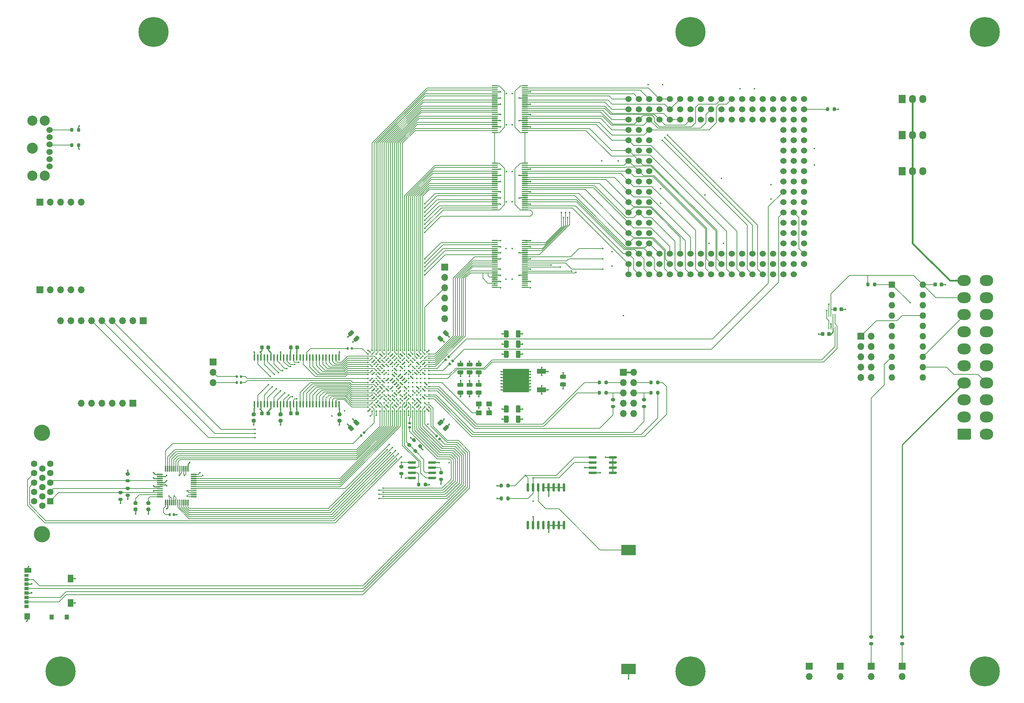
<source format=gtl>
G04 #@! TF.GenerationSoftware,KiCad,Pcbnew,5.1.9*
G04 #@! TF.CreationDate,2020-12-27T07:37:23+01:00*
G04 #@! TF.ProjectId,atx040-main-pcb,61747830-3430-42d6-9d61-696e2d706362,rev?*
G04 #@! TF.SameCoordinates,Original*
G04 #@! TF.FileFunction,Copper,L1,Top*
G04 #@! TF.FilePolarity,Positive*
%FSLAX46Y46*%
G04 Gerber Fmt 4.6, Leading zero omitted, Abs format (unit mm)*
G04 Created by KiCad (PCBNEW 5.1.9) date 2020-12-27 07:37:23*
%MOMM*%
%LPD*%
G01*
G04 APERTURE LIST*
G04 #@! TA.AperFunction,ComponentPad*
%ADD10O,1.700000X1.700000*%
G04 #@! TD*
G04 #@! TA.AperFunction,ComponentPad*
%ADD11R,1.700000X1.700000*%
G04 #@! TD*
G04 #@! TA.AperFunction,SMDPad,CuDef*
%ADD12R,3.600000X2.600000*%
G04 #@! TD*
G04 #@! TA.AperFunction,ComponentPad*
%ADD13O,1.730000X2.030000*%
G04 #@! TD*
G04 #@! TA.AperFunction,ComponentPad*
%ADD14R,1.730000X2.030000*%
G04 #@! TD*
G04 #@! TA.AperFunction,ComponentPad*
%ADD15C,2.700000*%
G04 #@! TD*
G04 #@! TA.AperFunction,ComponentPad*
%ADD16C,2.500000*%
G04 #@! TD*
G04 #@! TA.AperFunction,ComponentPad*
%ADD17C,1.524000*%
G04 #@! TD*
G04 #@! TA.AperFunction,SMDPad,CuDef*
%ADD18R,1.350000X1.900000*%
G04 #@! TD*
G04 #@! TA.AperFunction,SMDPad,CuDef*
%ADD19R,1.000000X1.200000*%
G04 #@! TD*
G04 #@! TA.AperFunction,SMDPad,CuDef*
%ADD20R,1.350000X1.550000*%
G04 #@! TD*
G04 #@! TA.AperFunction,SMDPad,CuDef*
%ADD21R,1.800000X1.170000*%
G04 #@! TD*
G04 #@! TA.AperFunction,SMDPad,CuDef*
%ADD22R,1.100000X0.850000*%
G04 #@! TD*
G04 #@! TA.AperFunction,SMDPad,CuDef*
%ADD23R,1.100000X0.750000*%
G04 #@! TD*
G04 #@! TA.AperFunction,SMDPad,CuDef*
%ADD24C,0.400000*%
G04 #@! TD*
G04 #@! TA.AperFunction,SMDPad,CuDef*
%ADD25R,0.250000X0.750000*%
G04 #@! TD*
G04 #@! TA.AperFunction,ComponentPad*
%ADD26O,1.600000X1.600000*%
G04 #@! TD*
G04 #@! TA.AperFunction,ComponentPad*
%ADD27R,1.600000X1.600000*%
G04 #@! TD*
G04 #@! TA.AperFunction,SMDPad,CuDef*
%ADD28R,1.400000X1.200000*%
G04 #@! TD*
G04 #@! TA.AperFunction,ComponentPad*
%ADD29C,4.000000*%
G04 #@! TD*
G04 #@! TA.AperFunction,ComponentPad*
%ADD30C,1.600000*%
G04 #@! TD*
G04 #@! TA.AperFunction,SMDPad,CuDef*
%ADD31R,0.458000X1.510000*%
G04 #@! TD*
G04 #@! TA.AperFunction,SMDPad,CuDef*
%ADD32R,6.400000X5.800000*%
G04 #@! TD*
G04 #@! TA.AperFunction,SMDPad,CuDef*
%ADD33R,2.200000X1.200000*%
G04 #@! TD*
G04 #@! TA.AperFunction,ComponentPad*
%ADD34O,3.300000X2.700000*%
G04 #@! TD*
G04 #@! TA.AperFunction,ComponentPad*
%ADD35C,0.800000*%
G04 #@! TD*
G04 #@! TA.AperFunction,ComponentPad*
%ADD36C,7.400000*%
G04 #@! TD*
G04 #@! TA.AperFunction,ViaPad*
%ADD37C,0.450000*%
G04 #@! TD*
G04 #@! TA.AperFunction,Conductor*
%ADD38C,0.127000*%
G04 #@! TD*
G04 #@! TA.AperFunction,Conductor*
%ADD39C,0.400000*%
G04 #@! TD*
G04 #@! TA.AperFunction,Conductor*
%ADD40C,0.254000*%
G04 #@! TD*
G04 #@! TA.AperFunction,Conductor*
%ADD41C,0.200000*%
G04 #@! TD*
G04 #@! TA.AperFunction,Conductor*
%ADD42C,0.146800*%
G04 #@! TD*
G04 #@! TA.AperFunction,Conductor*
%ADD43C,0.450000*%
G04 #@! TD*
G04 APERTURE END LIST*
G04 #@! TA.AperFunction,SMDPad,CuDef*
G36*
G01*
X241725000Y-100605000D02*
X241725000Y-100055000D01*
G75*
G02*
X241925000Y-99855000I200000J0D01*
G01*
X242325000Y-99855000D01*
G75*
G02*
X242525000Y-100055000I0J-200000D01*
G01*
X242525000Y-100605000D01*
G75*
G02*
X242325000Y-100805000I-200000J0D01*
G01*
X241925000Y-100805000D01*
G75*
G02*
X241725000Y-100605000I0J200000D01*
G01*
G37*
G04 #@! TD.AperFunction*
G04 #@! TA.AperFunction,SMDPad,CuDef*
G36*
G01*
X240075000Y-100605000D02*
X240075000Y-100055000D01*
G75*
G02*
X240275000Y-99855000I200000J0D01*
G01*
X240675000Y-99855000D01*
G75*
G02*
X240875000Y-100055000I0J-200000D01*
G01*
X240875000Y-100605000D01*
G75*
G02*
X240675000Y-100805000I-200000J0D01*
G01*
X240275000Y-100805000D01*
G75*
G02*
X240075000Y-100605000I0J200000D01*
G01*
G37*
G04 #@! TD.AperFunction*
G04 #@! TA.AperFunction,SMDPad,CuDef*
G36*
G01*
X241025000Y-188385000D02*
X241575000Y-188385000D01*
G75*
G02*
X241775000Y-188585000I0J-200000D01*
G01*
X241775000Y-188985000D01*
G75*
G02*
X241575000Y-189185000I-200000J0D01*
G01*
X241025000Y-189185000D01*
G75*
G02*
X240825000Y-188985000I0J200000D01*
G01*
X240825000Y-188585000D01*
G75*
G02*
X241025000Y-188385000I200000J0D01*
G01*
G37*
G04 #@! TD.AperFunction*
G04 #@! TA.AperFunction,SMDPad,CuDef*
G36*
G01*
X241025000Y-186735000D02*
X241575000Y-186735000D01*
G75*
G02*
X241775000Y-186935000I0J-200000D01*
G01*
X241775000Y-187335000D01*
G75*
G02*
X241575000Y-187535000I-200000J0D01*
G01*
X241025000Y-187535000D01*
G75*
G02*
X240825000Y-187335000I0J200000D01*
G01*
X240825000Y-186935000D01*
G75*
G02*
X241025000Y-186735000I200000J0D01*
G01*
G37*
G04 #@! TD.AperFunction*
G04 #@! TA.AperFunction,SMDPad,CuDef*
G36*
G01*
X248645000Y-188385000D02*
X249195000Y-188385000D01*
G75*
G02*
X249395000Y-188585000I0J-200000D01*
G01*
X249395000Y-188985000D01*
G75*
G02*
X249195000Y-189185000I-200000J0D01*
G01*
X248645000Y-189185000D01*
G75*
G02*
X248445000Y-188985000I0J200000D01*
G01*
X248445000Y-188585000D01*
G75*
G02*
X248645000Y-188385000I200000J0D01*
G01*
G37*
G04 #@! TD.AperFunction*
G04 #@! TA.AperFunction,SMDPad,CuDef*
G36*
G01*
X248645000Y-186735000D02*
X249195000Y-186735000D01*
G75*
G02*
X249395000Y-186935000I0J-200000D01*
G01*
X249395000Y-187335000D01*
G75*
G02*
X249195000Y-187535000I-200000J0D01*
G01*
X248645000Y-187535000D01*
G75*
G02*
X248445000Y-187335000I0J200000D01*
G01*
X248445000Y-186935000D01*
G75*
G02*
X248645000Y-186735000I200000J0D01*
G01*
G37*
G04 #@! TD.AperFunction*
D10*
X241300000Y-123190000D03*
X238760000Y-123190000D03*
X241300000Y-120650000D03*
X238760000Y-120650000D03*
X241300000Y-118110000D03*
X238760000Y-118110000D03*
X241300000Y-115570000D03*
X238760000Y-115570000D03*
X241300000Y-113030000D03*
D11*
X238760000Y-113030000D03*
D10*
X241300000Y-196850000D03*
D11*
X241300000Y-194310000D03*
D10*
X233680000Y-196850000D03*
D11*
X233680000Y-194310000D03*
D10*
X248920000Y-196850000D03*
D11*
X248920000Y-194310000D03*
D10*
X226060000Y-196850000D03*
D11*
X226060000Y-194310000D03*
G04 #@! TA.AperFunction,SMDPad,CuDef*
G36*
G01*
X173760000Y-146535000D02*
X173760000Y-146835000D01*
G75*
G02*
X173610000Y-146985000I-150000J0D01*
G01*
X171960000Y-146985000D01*
G75*
G02*
X171810000Y-146835000I0J150000D01*
G01*
X171810000Y-146535000D01*
G75*
G02*
X171960000Y-146385000I150000J0D01*
G01*
X173610000Y-146385000D01*
G75*
G02*
X173760000Y-146535000I0J-150000D01*
G01*
G37*
G04 #@! TD.AperFunction*
G04 #@! TA.AperFunction,SMDPad,CuDef*
G36*
G01*
X173760000Y-145265000D02*
X173760000Y-145565000D01*
G75*
G02*
X173610000Y-145715000I-150000J0D01*
G01*
X171960000Y-145715000D01*
G75*
G02*
X171810000Y-145565000I0J150000D01*
G01*
X171810000Y-145265000D01*
G75*
G02*
X171960000Y-145115000I150000J0D01*
G01*
X173610000Y-145115000D01*
G75*
G02*
X173760000Y-145265000I0J-150000D01*
G01*
G37*
G04 #@! TD.AperFunction*
G04 #@! TA.AperFunction,SMDPad,CuDef*
G36*
G01*
X173760000Y-143995000D02*
X173760000Y-144295000D01*
G75*
G02*
X173610000Y-144445000I-150000J0D01*
G01*
X171960000Y-144445000D01*
G75*
G02*
X171810000Y-144295000I0J150000D01*
G01*
X171810000Y-143995000D01*
G75*
G02*
X171960000Y-143845000I150000J0D01*
G01*
X173610000Y-143845000D01*
G75*
G02*
X173760000Y-143995000I0J-150000D01*
G01*
G37*
G04 #@! TD.AperFunction*
G04 #@! TA.AperFunction,SMDPad,CuDef*
G36*
G01*
X173760000Y-142725000D02*
X173760000Y-143025000D01*
G75*
G02*
X173610000Y-143175000I-150000J0D01*
G01*
X171960000Y-143175000D01*
G75*
G02*
X171810000Y-143025000I0J150000D01*
G01*
X171810000Y-142725000D01*
G75*
G02*
X171960000Y-142575000I150000J0D01*
G01*
X173610000Y-142575000D01*
G75*
G02*
X173760000Y-142725000I0J-150000D01*
G01*
G37*
G04 #@! TD.AperFunction*
G04 #@! TA.AperFunction,SMDPad,CuDef*
G36*
G01*
X178710000Y-142725000D02*
X178710000Y-143025000D01*
G75*
G02*
X178560000Y-143175000I-150000J0D01*
G01*
X176910000Y-143175000D01*
G75*
G02*
X176760000Y-143025000I0J150000D01*
G01*
X176760000Y-142725000D01*
G75*
G02*
X176910000Y-142575000I150000J0D01*
G01*
X178560000Y-142575000D01*
G75*
G02*
X178710000Y-142725000I0J-150000D01*
G01*
G37*
G04 #@! TD.AperFunction*
G04 #@! TA.AperFunction,SMDPad,CuDef*
G36*
G01*
X178710000Y-143995000D02*
X178710000Y-144295000D01*
G75*
G02*
X178560000Y-144445000I-150000J0D01*
G01*
X176910000Y-144445000D01*
G75*
G02*
X176760000Y-144295000I0J150000D01*
G01*
X176760000Y-143995000D01*
G75*
G02*
X176910000Y-143845000I150000J0D01*
G01*
X178560000Y-143845000D01*
G75*
G02*
X178710000Y-143995000I0J-150000D01*
G01*
G37*
G04 #@! TD.AperFunction*
G04 #@! TA.AperFunction,SMDPad,CuDef*
G36*
G01*
X178710000Y-145265000D02*
X178710000Y-145565000D01*
G75*
G02*
X178560000Y-145715000I-150000J0D01*
G01*
X176910000Y-145715000D01*
G75*
G02*
X176760000Y-145565000I0J150000D01*
G01*
X176760000Y-145265000D01*
G75*
G02*
X176910000Y-145115000I150000J0D01*
G01*
X178560000Y-145115000D01*
G75*
G02*
X178710000Y-145265000I0J-150000D01*
G01*
G37*
G04 #@! TD.AperFunction*
G04 #@! TA.AperFunction,SMDPad,CuDef*
G36*
G01*
X178710000Y-146535000D02*
X178710000Y-146835000D01*
G75*
G02*
X178560000Y-146985000I-150000J0D01*
G01*
X176910000Y-146985000D01*
G75*
G02*
X176760000Y-146835000I0J150000D01*
G01*
X176760000Y-146535000D01*
G75*
G02*
X176910000Y-146385000I150000J0D01*
G01*
X178560000Y-146385000D01*
G75*
G02*
X178710000Y-146535000I0J-150000D01*
G01*
G37*
G04 #@! TD.AperFunction*
G04 #@! TA.AperFunction,SMDPad,CuDef*
G36*
G01*
X156995000Y-151315000D02*
X156695000Y-151315000D01*
G75*
G02*
X156545000Y-151165000I0J150000D01*
G01*
X156545000Y-149415000D01*
G75*
G02*
X156695000Y-149265000I150000J0D01*
G01*
X156995000Y-149265000D01*
G75*
G02*
X157145000Y-149415000I0J-150000D01*
G01*
X157145000Y-151165000D01*
G75*
G02*
X156995000Y-151315000I-150000J0D01*
G01*
G37*
G04 #@! TD.AperFunction*
G04 #@! TA.AperFunction,SMDPad,CuDef*
G36*
G01*
X158265000Y-151315000D02*
X157965000Y-151315000D01*
G75*
G02*
X157815000Y-151165000I0J150000D01*
G01*
X157815000Y-149415000D01*
G75*
G02*
X157965000Y-149265000I150000J0D01*
G01*
X158265000Y-149265000D01*
G75*
G02*
X158415000Y-149415000I0J-150000D01*
G01*
X158415000Y-151165000D01*
G75*
G02*
X158265000Y-151315000I-150000J0D01*
G01*
G37*
G04 #@! TD.AperFunction*
G04 #@! TA.AperFunction,SMDPad,CuDef*
G36*
G01*
X159535000Y-151315000D02*
X159235000Y-151315000D01*
G75*
G02*
X159085000Y-151165000I0J150000D01*
G01*
X159085000Y-149415000D01*
G75*
G02*
X159235000Y-149265000I150000J0D01*
G01*
X159535000Y-149265000D01*
G75*
G02*
X159685000Y-149415000I0J-150000D01*
G01*
X159685000Y-151165000D01*
G75*
G02*
X159535000Y-151315000I-150000J0D01*
G01*
G37*
G04 #@! TD.AperFunction*
G04 #@! TA.AperFunction,SMDPad,CuDef*
G36*
G01*
X160805000Y-151315000D02*
X160505000Y-151315000D01*
G75*
G02*
X160355000Y-151165000I0J150000D01*
G01*
X160355000Y-149415000D01*
G75*
G02*
X160505000Y-149265000I150000J0D01*
G01*
X160805000Y-149265000D01*
G75*
G02*
X160955000Y-149415000I0J-150000D01*
G01*
X160955000Y-151165000D01*
G75*
G02*
X160805000Y-151315000I-150000J0D01*
G01*
G37*
G04 #@! TD.AperFunction*
G04 #@! TA.AperFunction,SMDPad,CuDef*
G36*
G01*
X162075000Y-151315000D02*
X161775000Y-151315000D01*
G75*
G02*
X161625000Y-151165000I0J150000D01*
G01*
X161625000Y-149415000D01*
G75*
G02*
X161775000Y-149265000I150000J0D01*
G01*
X162075000Y-149265000D01*
G75*
G02*
X162225000Y-149415000I0J-150000D01*
G01*
X162225000Y-151165000D01*
G75*
G02*
X162075000Y-151315000I-150000J0D01*
G01*
G37*
G04 #@! TD.AperFunction*
G04 #@! TA.AperFunction,SMDPad,CuDef*
G36*
G01*
X163345000Y-151315000D02*
X163045000Y-151315000D01*
G75*
G02*
X162895000Y-151165000I0J150000D01*
G01*
X162895000Y-149415000D01*
G75*
G02*
X163045000Y-149265000I150000J0D01*
G01*
X163345000Y-149265000D01*
G75*
G02*
X163495000Y-149415000I0J-150000D01*
G01*
X163495000Y-151165000D01*
G75*
G02*
X163345000Y-151315000I-150000J0D01*
G01*
G37*
G04 #@! TD.AperFunction*
G04 #@! TA.AperFunction,SMDPad,CuDef*
G36*
G01*
X164615000Y-151315000D02*
X164315000Y-151315000D01*
G75*
G02*
X164165000Y-151165000I0J150000D01*
G01*
X164165000Y-149415000D01*
G75*
G02*
X164315000Y-149265000I150000J0D01*
G01*
X164615000Y-149265000D01*
G75*
G02*
X164765000Y-149415000I0J-150000D01*
G01*
X164765000Y-151165000D01*
G75*
G02*
X164615000Y-151315000I-150000J0D01*
G01*
G37*
G04 #@! TD.AperFunction*
G04 #@! TA.AperFunction,SMDPad,CuDef*
G36*
G01*
X165885000Y-151315000D02*
X165585000Y-151315000D01*
G75*
G02*
X165435000Y-151165000I0J150000D01*
G01*
X165435000Y-149415000D01*
G75*
G02*
X165585000Y-149265000I150000J0D01*
G01*
X165885000Y-149265000D01*
G75*
G02*
X166035000Y-149415000I0J-150000D01*
G01*
X166035000Y-151165000D01*
G75*
G02*
X165885000Y-151315000I-150000J0D01*
G01*
G37*
G04 #@! TD.AperFunction*
G04 #@! TA.AperFunction,SMDPad,CuDef*
G36*
G01*
X165885000Y-160615000D02*
X165585000Y-160615000D01*
G75*
G02*
X165435000Y-160465000I0J150000D01*
G01*
X165435000Y-158715000D01*
G75*
G02*
X165585000Y-158565000I150000J0D01*
G01*
X165885000Y-158565000D01*
G75*
G02*
X166035000Y-158715000I0J-150000D01*
G01*
X166035000Y-160465000D01*
G75*
G02*
X165885000Y-160615000I-150000J0D01*
G01*
G37*
G04 #@! TD.AperFunction*
G04 #@! TA.AperFunction,SMDPad,CuDef*
G36*
G01*
X164615000Y-160615000D02*
X164315000Y-160615000D01*
G75*
G02*
X164165000Y-160465000I0J150000D01*
G01*
X164165000Y-158715000D01*
G75*
G02*
X164315000Y-158565000I150000J0D01*
G01*
X164615000Y-158565000D01*
G75*
G02*
X164765000Y-158715000I0J-150000D01*
G01*
X164765000Y-160465000D01*
G75*
G02*
X164615000Y-160615000I-150000J0D01*
G01*
G37*
G04 #@! TD.AperFunction*
G04 #@! TA.AperFunction,SMDPad,CuDef*
G36*
G01*
X163345000Y-160615000D02*
X163045000Y-160615000D01*
G75*
G02*
X162895000Y-160465000I0J150000D01*
G01*
X162895000Y-158715000D01*
G75*
G02*
X163045000Y-158565000I150000J0D01*
G01*
X163345000Y-158565000D01*
G75*
G02*
X163495000Y-158715000I0J-150000D01*
G01*
X163495000Y-160465000D01*
G75*
G02*
X163345000Y-160615000I-150000J0D01*
G01*
G37*
G04 #@! TD.AperFunction*
G04 #@! TA.AperFunction,SMDPad,CuDef*
G36*
G01*
X162075000Y-160615000D02*
X161775000Y-160615000D01*
G75*
G02*
X161625000Y-160465000I0J150000D01*
G01*
X161625000Y-158715000D01*
G75*
G02*
X161775000Y-158565000I150000J0D01*
G01*
X162075000Y-158565000D01*
G75*
G02*
X162225000Y-158715000I0J-150000D01*
G01*
X162225000Y-160465000D01*
G75*
G02*
X162075000Y-160615000I-150000J0D01*
G01*
G37*
G04 #@! TD.AperFunction*
G04 #@! TA.AperFunction,SMDPad,CuDef*
G36*
G01*
X160805000Y-160615000D02*
X160505000Y-160615000D01*
G75*
G02*
X160355000Y-160465000I0J150000D01*
G01*
X160355000Y-158715000D01*
G75*
G02*
X160505000Y-158565000I150000J0D01*
G01*
X160805000Y-158565000D01*
G75*
G02*
X160955000Y-158715000I0J-150000D01*
G01*
X160955000Y-160465000D01*
G75*
G02*
X160805000Y-160615000I-150000J0D01*
G01*
G37*
G04 #@! TD.AperFunction*
G04 #@! TA.AperFunction,SMDPad,CuDef*
G36*
G01*
X159535000Y-160615000D02*
X159235000Y-160615000D01*
G75*
G02*
X159085000Y-160465000I0J150000D01*
G01*
X159085000Y-158715000D01*
G75*
G02*
X159235000Y-158565000I150000J0D01*
G01*
X159535000Y-158565000D01*
G75*
G02*
X159685000Y-158715000I0J-150000D01*
G01*
X159685000Y-160465000D01*
G75*
G02*
X159535000Y-160615000I-150000J0D01*
G01*
G37*
G04 #@! TD.AperFunction*
G04 #@! TA.AperFunction,SMDPad,CuDef*
G36*
G01*
X158265000Y-160615000D02*
X157965000Y-160615000D01*
G75*
G02*
X157815000Y-160465000I0J150000D01*
G01*
X157815000Y-158715000D01*
G75*
G02*
X157965000Y-158565000I150000J0D01*
G01*
X158265000Y-158565000D01*
G75*
G02*
X158415000Y-158715000I0J-150000D01*
G01*
X158415000Y-160465000D01*
G75*
G02*
X158265000Y-160615000I-150000J0D01*
G01*
G37*
G04 #@! TD.AperFunction*
G04 #@! TA.AperFunction,SMDPad,CuDef*
G36*
G01*
X156995000Y-160615000D02*
X156695000Y-160615000D01*
G75*
G02*
X156545000Y-160465000I0J150000D01*
G01*
X156545000Y-158715000D01*
G75*
G02*
X156695000Y-158565000I150000J0D01*
G01*
X156995000Y-158565000D01*
G75*
G02*
X157145000Y-158715000I0J-150000D01*
G01*
X157145000Y-160465000D01*
G75*
G02*
X156995000Y-160615000I-150000J0D01*
G01*
G37*
G04 #@! TD.AperFunction*
G04 #@! TA.AperFunction,SMDPad,CuDef*
G36*
G01*
X151555000Y-153310000D02*
X151555000Y-152760000D01*
G75*
G02*
X151755000Y-152560000I200000J0D01*
G01*
X152155000Y-152560000D01*
G75*
G02*
X152355000Y-152760000I0J-200000D01*
G01*
X152355000Y-153310000D01*
G75*
G02*
X152155000Y-153510000I-200000J0D01*
G01*
X151755000Y-153510000D01*
G75*
G02*
X151555000Y-153310000I0J200000D01*
G01*
G37*
G04 #@! TD.AperFunction*
G04 #@! TA.AperFunction,SMDPad,CuDef*
G36*
G01*
X149905000Y-153310000D02*
X149905000Y-152760000D01*
G75*
G02*
X150105000Y-152560000I200000J0D01*
G01*
X150505000Y-152560000D01*
G75*
G02*
X150705000Y-152760000I0J-200000D01*
G01*
X150705000Y-153310000D01*
G75*
G02*
X150505000Y-153510000I-200000J0D01*
G01*
X150105000Y-153510000D01*
G75*
G02*
X149905000Y-153310000I0J200000D01*
G01*
G37*
G04 #@! TD.AperFunction*
G04 #@! TA.AperFunction,SMDPad,CuDef*
G36*
G01*
X151555000Y-150135000D02*
X151555000Y-149585000D01*
G75*
G02*
X151755000Y-149385000I200000J0D01*
G01*
X152155000Y-149385000D01*
G75*
G02*
X152355000Y-149585000I0J-200000D01*
G01*
X152355000Y-150135000D01*
G75*
G02*
X152155000Y-150335000I-200000J0D01*
G01*
X151755000Y-150335000D01*
G75*
G02*
X151555000Y-150135000I0J200000D01*
G01*
G37*
G04 #@! TD.AperFunction*
G04 #@! TA.AperFunction,SMDPad,CuDef*
G36*
G01*
X149905000Y-150135000D02*
X149905000Y-149585000D01*
G75*
G02*
X150105000Y-149385000I200000J0D01*
G01*
X150505000Y-149385000D01*
G75*
G02*
X150705000Y-149585000I0J-200000D01*
G01*
X150705000Y-150135000D01*
G75*
G02*
X150505000Y-150335000I-200000J0D01*
G01*
X150105000Y-150335000D01*
G75*
G02*
X149905000Y-150135000I0J200000D01*
G01*
G37*
G04 #@! TD.AperFunction*
D12*
X181610000Y-165690000D03*
X181610000Y-194990000D03*
G04 #@! TA.AperFunction,SMDPad,CuDef*
G36*
G01*
X187535000Y-124185000D02*
X187535000Y-124735000D01*
G75*
G02*
X187335000Y-124935000I-200000J0D01*
G01*
X186935000Y-124935000D01*
G75*
G02*
X186735000Y-124735000I0J200000D01*
G01*
X186735000Y-124185000D01*
G75*
G02*
X186935000Y-123985000I200000J0D01*
G01*
X187335000Y-123985000D01*
G75*
G02*
X187535000Y-124185000I0J-200000D01*
G01*
G37*
G04 #@! TD.AperFunction*
G04 #@! TA.AperFunction,SMDPad,CuDef*
G36*
G01*
X189185000Y-124185000D02*
X189185000Y-124735000D01*
G75*
G02*
X188985000Y-124935000I-200000J0D01*
G01*
X188585000Y-124935000D01*
G75*
G02*
X188385000Y-124735000I0J200000D01*
G01*
X188385000Y-124185000D01*
G75*
G02*
X188585000Y-123985000I200000J0D01*
G01*
X188985000Y-123985000D01*
G75*
G02*
X189185000Y-124185000I0J-200000D01*
G01*
G37*
G04 #@! TD.AperFunction*
G04 #@! TA.AperFunction,SMDPad,CuDef*
G36*
G01*
X185695000Y-129115000D02*
X185145000Y-129115000D01*
G75*
G02*
X184945000Y-128915000I0J200000D01*
G01*
X184945000Y-128515000D01*
G75*
G02*
X185145000Y-128315000I200000J0D01*
G01*
X185695000Y-128315000D01*
G75*
G02*
X185895000Y-128515000I0J-200000D01*
G01*
X185895000Y-128915000D01*
G75*
G02*
X185695000Y-129115000I-200000J0D01*
G01*
G37*
G04 #@! TD.AperFunction*
G04 #@! TA.AperFunction,SMDPad,CuDef*
G36*
G01*
X185695000Y-130765000D02*
X185145000Y-130765000D01*
G75*
G02*
X184945000Y-130565000I0J200000D01*
G01*
X184945000Y-130165000D01*
G75*
G02*
X185145000Y-129965000I200000J0D01*
G01*
X185695000Y-129965000D01*
G75*
G02*
X185895000Y-130165000I0J-200000D01*
G01*
X185895000Y-130565000D01*
G75*
G02*
X185695000Y-130765000I-200000J0D01*
G01*
G37*
G04 #@! TD.AperFunction*
G04 #@! TA.AperFunction,SMDPad,CuDef*
G36*
G01*
X187535000Y-126725000D02*
X187535000Y-127275000D01*
G75*
G02*
X187335000Y-127475000I-200000J0D01*
G01*
X186935000Y-127475000D01*
G75*
G02*
X186735000Y-127275000I0J200000D01*
G01*
X186735000Y-126725000D01*
G75*
G02*
X186935000Y-126525000I200000J0D01*
G01*
X187335000Y-126525000D01*
G75*
G02*
X187535000Y-126725000I0J-200000D01*
G01*
G37*
G04 #@! TD.AperFunction*
G04 #@! TA.AperFunction,SMDPad,CuDef*
G36*
G01*
X189185000Y-126725000D02*
X189185000Y-127275000D01*
G75*
G02*
X188985000Y-127475000I-200000J0D01*
G01*
X188585000Y-127475000D01*
G75*
G02*
X188385000Y-127275000I0J200000D01*
G01*
X188385000Y-126725000D01*
G75*
G02*
X188585000Y-126525000I200000J0D01*
G01*
X188985000Y-126525000D01*
G75*
G02*
X189185000Y-126725000I0J-200000D01*
G01*
G37*
G04 #@! TD.AperFunction*
G04 #@! TA.AperFunction,SMDPad,CuDef*
G36*
G01*
X175685000Y-124735000D02*
X175685000Y-124185000D01*
G75*
G02*
X175885000Y-123985000I200000J0D01*
G01*
X176285000Y-123985000D01*
G75*
G02*
X176485000Y-124185000I0J-200000D01*
G01*
X176485000Y-124735000D01*
G75*
G02*
X176285000Y-124935000I-200000J0D01*
G01*
X175885000Y-124935000D01*
G75*
G02*
X175685000Y-124735000I0J200000D01*
G01*
G37*
G04 #@! TD.AperFunction*
G04 #@! TA.AperFunction,SMDPad,CuDef*
G36*
G01*
X174035000Y-124735000D02*
X174035000Y-124185000D01*
G75*
G02*
X174235000Y-123985000I200000J0D01*
G01*
X174635000Y-123985000D01*
G75*
G02*
X174835000Y-124185000I0J-200000D01*
G01*
X174835000Y-124735000D01*
G75*
G02*
X174635000Y-124935000I-200000J0D01*
G01*
X174235000Y-124935000D01*
G75*
G02*
X174035000Y-124735000I0J200000D01*
G01*
G37*
G04 #@! TD.AperFunction*
G04 #@! TA.AperFunction,SMDPad,CuDef*
G36*
G01*
X178075000Y-129115000D02*
X177525000Y-129115000D01*
G75*
G02*
X177325000Y-128915000I0J200000D01*
G01*
X177325000Y-128515000D01*
G75*
G02*
X177525000Y-128315000I200000J0D01*
G01*
X178075000Y-128315000D01*
G75*
G02*
X178275000Y-128515000I0J-200000D01*
G01*
X178275000Y-128915000D01*
G75*
G02*
X178075000Y-129115000I-200000J0D01*
G01*
G37*
G04 #@! TD.AperFunction*
G04 #@! TA.AperFunction,SMDPad,CuDef*
G36*
G01*
X178075000Y-130765000D02*
X177525000Y-130765000D01*
G75*
G02*
X177325000Y-130565000I0J200000D01*
G01*
X177325000Y-130165000D01*
G75*
G02*
X177525000Y-129965000I200000J0D01*
G01*
X178075000Y-129965000D01*
G75*
G02*
X178275000Y-130165000I0J-200000D01*
G01*
X178275000Y-130565000D01*
G75*
G02*
X178075000Y-130765000I-200000J0D01*
G01*
G37*
G04 #@! TD.AperFunction*
G04 #@! TA.AperFunction,SMDPad,CuDef*
G36*
G01*
X175685000Y-127275000D02*
X175685000Y-126725000D01*
G75*
G02*
X175885000Y-126525000I200000J0D01*
G01*
X176285000Y-126525000D01*
G75*
G02*
X176485000Y-126725000I0J-200000D01*
G01*
X176485000Y-127275000D01*
G75*
G02*
X176285000Y-127475000I-200000J0D01*
G01*
X175885000Y-127475000D01*
G75*
G02*
X175685000Y-127275000I0J200000D01*
G01*
G37*
G04 #@! TD.AperFunction*
G04 #@! TA.AperFunction,SMDPad,CuDef*
G36*
G01*
X174035000Y-127275000D02*
X174035000Y-126725000D01*
G75*
G02*
X174235000Y-126525000I200000J0D01*
G01*
X174635000Y-126525000D01*
G75*
G02*
X174835000Y-126725000I0J-200000D01*
G01*
X174835000Y-127275000D01*
G75*
G02*
X174635000Y-127475000I-200000J0D01*
G01*
X174235000Y-127475000D01*
G75*
G02*
X174035000Y-127275000I0J200000D01*
G01*
G37*
G04 #@! TD.AperFunction*
D10*
X182880000Y-132080000D03*
X180340000Y-132080000D03*
X182880000Y-129540000D03*
X180340000Y-129540000D03*
X182880000Y-127000000D03*
X180340000Y-127000000D03*
X182880000Y-124460000D03*
X180340000Y-124460000D03*
X182880000Y-121920000D03*
D11*
X180340000Y-121920000D03*
D13*
X254000000Y-72390000D03*
X251460000Y-72390000D03*
D14*
X248920000Y-72390000D03*
D13*
X254000000Y-63500000D03*
X251460000Y-63500000D03*
D14*
X248920000Y-63500000D03*
D13*
X254000000Y-54610000D03*
X251460000Y-54610000D03*
D14*
X248920000Y-54610000D03*
G04 #@! TA.AperFunction,SMDPad,CuDef*
G36*
G01*
X45075000Y-61975000D02*
X45075000Y-62525000D01*
G75*
G02*
X44875000Y-62725000I-200000J0D01*
G01*
X44475000Y-62725000D01*
G75*
G02*
X44275000Y-62525000I0J200000D01*
G01*
X44275000Y-61975000D01*
G75*
G02*
X44475000Y-61775000I200000J0D01*
G01*
X44875000Y-61775000D01*
G75*
G02*
X45075000Y-61975000I0J-200000D01*
G01*
G37*
G04 #@! TD.AperFunction*
G04 #@! TA.AperFunction,SMDPad,CuDef*
G36*
G01*
X46725000Y-61975000D02*
X46725000Y-62525000D01*
G75*
G02*
X46525000Y-62725000I-200000J0D01*
G01*
X46125000Y-62725000D01*
G75*
G02*
X45925000Y-62525000I0J200000D01*
G01*
X45925000Y-61975000D01*
G75*
G02*
X46125000Y-61775000I200000J0D01*
G01*
X46525000Y-61775000D01*
G75*
G02*
X46725000Y-61975000I0J-200000D01*
G01*
G37*
G04 #@! TD.AperFunction*
G04 #@! TA.AperFunction,SMDPad,CuDef*
G36*
G01*
X45075000Y-65725000D02*
X45075000Y-66275000D01*
G75*
G02*
X44875000Y-66475000I-200000J0D01*
G01*
X44475000Y-66475000D01*
G75*
G02*
X44275000Y-66275000I0J200000D01*
G01*
X44275000Y-65725000D01*
G75*
G02*
X44475000Y-65525000I200000J0D01*
G01*
X44875000Y-65525000D01*
G75*
G02*
X45075000Y-65725000I0J-200000D01*
G01*
G37*
G04 #@! TD.AperFunction*
G04 #@! TA.AperFunction,SMDPad,CuDef*
G36*
G01*
X46725000Y-65725000D02*
X46725000Y-66275000D01*
G75*
G02*
X46525000Y-66475000I-200000J0D01*
G01*
X46125000Y-66475000D01*
G75*
G02*
X45925000Y-66275000I0J200000D01*
G01*
X45925000Y-65725000D01*
G75*
G02*
X46125000Y-65525000I200000J0D01*
G01*
X46525000Y-65525000D01*
G75*
G02*
X46725000Y-65725000I0J-200000D01*
G01*
G37*
G04 #@! TD.AperFunction*
D15*
X35000000Y-66750000D03*
D16*
X35000000Y-59950000D03*
X35000000Y-73550000D03*
X38000000Y-73550000D03*
X38000000Y-59950000D03*
D17*
X39200000Y-71250000D03*
X39200000Y-69450000D03*
X39200000Y-62250000D03*
X39200000Y-64050000D03*
X39200000Y-67650000D03*
X39200000Y-65850000D03*
D10*
X46990000Y-80010000D03*
X44450000Y-80010000D03*
X41910000Y-80010000D03*
X39370000Y-80010000D03*
D11*
X36830000Y-80010000D03*
D10*
X46990000Y-101600000D03*
X44450000Y-101600000D03*
X41910000Y-101600000D03*
X39370000Y-101600000D03*
D11*
X36830000Y-101600000D03*
D10*
X41910000Y-109220000D03*
X44450000Y-109220000D03*
X46990000Y-109220000D03*
X49530000Y-109220000D03*
X52070000Y-109220000D03*
X54610000Y-109220000D03*
X57150000Y-109220000D03*
X59690000Y-109220000D03*
D11*
X62230000Y-109220000D03*
D10*
X46990000Y-129540000D03*
X49530000Y-129540000D03*
X52070000Y-129540000D03*
X54610000Y-129540000D03*
X57150000Y-129540000D03*
D11*
X59690000Y-129540000D03*
D18*
X44375000Y-172770000D03*
X44375000Y-178740000D03*
D19*
X39700000Y-182240000D03*
X43400000Y-182240000D03*
D20*
X33675000Y-182065000D03*
D21*
X33900000Y-170745000D03*
D22*
X33550000Y-173005000D03*
X33550000Y-174105000D03*
X33550000Y-175205000D03*
X33550000Y-176305000D03*
X33550000Y-177405000D03*
X33550000Y-178505000D03*
D23*
X33550000Y-171955000D03*
D22*
X33550000Y-179605000D03*
D24*
X132500000Y-131500000D03*
X131500000Y-131500000D03*
X130500000Y-131500000D03*
X129500000Y-131500000D03*
X128500000Y-131500000D03*
X127500000Y-131500000D03*
X126500000Y-131500000D03*
X125500000Y-131500000D03*
X124500000Y-131500000D03*
X123500000Y-131500000D03*
X122500000Y-131500000D03*
X121500000Y-131500000D03*
X120500000Y-131500000D03*
X119500000Y-131500000D03*
X118500000Y-131500000D03*
X117500000Y-131500000D03*
X132500000Y-130500000D03*
X131500000Y-130500000D03*
X130500000Y-130500000D03*
X129500000Y-130500000D03*
X128500000Y-130500000D03*
X127500000Y-130500000D03*
X126500000Y-130500000D03*
X125500000Y-130500000D03*
X124500000Y-130500000D03*
X123500000Y-130500000D03*
X122500000Y-130500000D03*
X121500000Y-130500000D03*
X120500000Y-130500000D03*
X119500000Y-130500000D03*
X118500000Y-130500000D03*
X117500000Y-130500000D03*
X132500000Y-129500000D03*
X131500000Y-129500000D03*
X130500000Y-129500000D03*
X129500000Y-129500000D03*
X128500000Y-129500000D03*
X127500000Y-129500000D03*
X126500000Y-129500000D03*
X125500000Y-129500000D03*
X124500000Y-129500000D03*
X123500000Y-129500000D03*
X122500000Y-129500000D03*
X121500000Y-129500000D03*
X120500000Y-129500000D03*
X119500000Y-129500000D03*
X118500000Y-129500000D03*
X117500000Y-129500000D03*
X132500000Y-128500000D03*
X131500000Y-128500000D03*
X130500000Y-128500000D03*
X129500000Y-128500000D03*
X128500000Y-128500000D03*
X127500000Y-128500000D03*
X126500000Y-128500000D03*
X125500000Y-128500000D03*
X124500000Y-128500000D03*
X123500000Y-128500000D03*
X122500000Y-128500000D03*
X121500000Y-128500000D03*
X120500000Y-128500000D03*
X119500000Y-128500000D03*
X118500000Y-128500000D03*
X117500000Y-128500000D03*
X132500000Y-127500000D03*
X131500000Y-127500000D03*
X130500000Y-127500000D03*
X129500000Y-127500000D03*
X128500000Y-127500000D03*
X127500000Y-127500000D03*
X126500000Y-127500000D03*
X125500000Y-127500000D03*
X124500000Y-127500000D03*
X123500000Y-127500000D03*
X122500000Y-127500000D03*
X121500000Y-127500000D03*
X120500000Y-127500000D03*
X119500000Y-127500000D03*
X118500000Y-127500000D03*
X117500000Y-127500000D03*
X132500000Y-126500000D03*
X131500000Y-126500000D03*
X130500000Y-126500000D03*
X129500000Y-126500000D03*
X128500000Y-126500000D03*
X127500000Y-126500000D03*
X126500000Y-126500000D03*
X125500000Y-126500000D03*
X124500000Y-126500000D03*
X123500000Y-126500000D03*
X122500000Y-126500000D03*
X121500000Y-126500000D03*
X120500000Y-126500000D03*
X119500000Y-126500000D03*
X118500000Y-126500000D03*
X117500000Y-126500000D03*
X132500000Y-125500000D03*
X131500000Y-125500000D03*
X130500000Y-125500000D03*
X129500000Y-125500000D03*
X128500000Y-125500000D03*
X127500000Y-125500000D03*
X126500000Y-125500000D03*
X125500000Y-125500000D03*
X124500000Y-125500000D03*
X123500000Y-125500000D03*
X122500000Y-125500000D03*
X121500000Y-125500000D03*
X120500000Y-125500000D03*
X119500000Y-125500000D03*
X118500000Y-125500000D03*
X117500000Y-125500000D03*
X132500000Y-124500000D03*
X131500000Y-124500000D03*
X130500000Y-124500000D03*
X129500000Y-124500000D03*
X128500000Y-124500000D03*
X127500000Y-124500000D03*
X126500000Y-124500000D03*
X125500000Y-124500000D03*
X124500000Y-124500000D03*
X123500000Y-124500000D03*
X122500000Y-124500000D03*
X121500000Y-124500000D03*
X120500000Y-124500000D03*
X119500000Y-124500000D03*
X118500000Y-124500000D03*
X117500000Y-124500000D03*
X132500000Y-123500000D03*
X131500000Y-123500000D03*
X130500000Y-123500000D03*
X129500000Y-123500000D03*
X128500000Y-123500000D03*
X127500000Y-123500000D03*
X126500000Y-123500000D03*
X125500000Y-123500000D03*
X124500000Y-123500000D03*
X123500000Y-123500000D03*
X122500000Y-123500000D03*
X121500000Y-123500000D03*
X120500000Y-123500000D03*
X119500000Y-123500000D03*
X118500000Y-123500000D03*
X117500000Y-123500000D03*
X132500000Y-122500000D03*
X131500000Y-122500000D03*
X130500000Y-122500000D03*
X129500000Y-122500000D03*
X128500000Y-122500000D03*
X127500000Y-122500000D03*
X126500000Y-122500000D03*
X125500000Y-122500000D03*
X124500000Y-122500000D03*
X123500000Y-122500000D03*
X122500000Y-122500000D03*
X121500000Y-122500000D03*
X120500000Y-122500000D03*
X119500000Y-122500000D03*
X118500000Y-122500000D03*
X117500000Y-122500000D03*
X132500000Y-121500000D03*
X131500000Y-121500000D03*
X130500000Y-121500000D03*
X129500000Y-121500000D03*
X128500000Y-121500000D03*
X127500000Y-121500000D03*
X126500000Y-121500000D03*
X125500000Y-121500000D03*
X124500000Y-121500000D03*
X123500000Y-121500000D03*
X122500000Y-121500000D03*
X121500000Y-121500000D03*
X120500000Y-121500000D03*
X119500000Y-121500000D03*
X118500000Y-121500000D03*
X117500000Y-121500000D03*
X132500000Y-120500000D03*
X131500000Y-120500000D03*
X130500000Y-120500000D03*
X129500000Y-120500000D03*
X128500000Y-120500000D03*
X127500000Y-120500000D03*
X126500000Y-120500000D03*
X125500000Y-120500000D03*
X124500000Y-120500000D03*
X123500000Y-120500000D03*
X122500000Y-120500000D03*
X121500000Y-120500000D03*
X120500000Y-120500000D03*
X119500000Y-120500000D03*
X118500000Y-120500000D03*
X117500000Y-120500000D03*
X132500000Y-119500000D03*
X131500000Y-119500000D03*
X130500000Y-119500000D03*
X129500000Y-119500000D03*
X128500000Y-119500000D03*
X127500000Y-119500000D03*
X126500000Y-119500000D03*
X125500000Y-119500000D03*
X124500000Y-119500000D03*
X123500000Y-119500000D03*
X122500000Y-119500000D03*
X121500000Y-119500000D03*
X120500000Y-119500000D03*
X119500000Y-119500000D03*
X118500000Y-119500000D03*
X117500000Y-119500000D03*
X132500000Y-118500000D03*
X131500000Y-118500000D03*
X130500000Y-118500000D03*
X129500000Y-118500000D03*
X128500000Y-118500000D03*
X127500000Y-118500000D03*
X126500000Y-118500000D03*
X125500000Y-118500000D03*
X124500000Y-118500000D03*
X123500000Y-118500000D03*
X122500000Y-118500000D03*
X121500000Y-118500000D03*
X120500000Y-118500000D03*
X119500000Y-118500000D03*
X118500000Y-118500000D03*
X117500000Y-118500000D03*
X132500000Y-117500000D03*
X131500000Y-117500000D03*
X130500000Y-117500000D03*
X129500000Y-117500000D03*
X128500000Y-117500000D03*
X127500000Y-117500000D03*
X126500000Y-117500000D03*
X125500000Y-117500000D03*
X124500000Y-117500000D03*
X123500000Y-117500000D03*
X122500000Y-117500000D03*
X121500000Y-117500000D03*
X120500000Y-117500000D03*
X119500000Y-117500000D03*
X118500000Y-117500000D03*
X117500000Y-117500000D03*
X132500000Y-116500000D03*
X131500000Y-116500000D03*
X130500000Y-116500000D03*
X129500000Y-116500000D03*
X128500000Y-116500000D03*
X127500000Y-116500000D03*
X126500000Y-116500000D03*
X125500000Y-116500000D03*
X124500000Y-116500000D03*
X123500000Y-116500000D03*
X122500000Y-116500000D03*
X121500000Y-116500000D03*
X120500000Y-116500000D03*
X119500000Y-116500000D03*
X118500000Y-116500000D03*
X117500000Y-116500000D03*
G04 #@! TA.AperFunction,SMDPad,CuDef*
G36*
G01*
X127935000Y-134760000D02*
X127565000Y-134760000D01*
G75*
G02*
X127430000Y-134625000I0J135000D01*
G01*
X127430000Y-134355000D01*
G75*
G02*
X127565000Y-134220000I135000J0D01*
G01*
X127935000Y-134220000D01*
G75*
G02*
X128070000Y-134355000I0J-135000D01*
G01*
X128070000Y-134625000D01*
G75*
G02*
X127935000Y-134760000I-135000J0D01*
G01*
G37*
G04 #@! TD.AperFunction*
G04 #@! TA.AperFunction,SMDPad,CuDef*
G36*
G01*
X127935000Y-135780000D02*
X127565000Y-135780000D01*
G75*
G02*
X127430000Y-135645000I0J135000D01*
G01*
X127430000Y-135375000D01*
G75*
G02*
X127565000Y-135240000I135000J0D01*
G01*
X127935000Y-135240000D01*
G75*
G02*
X128070000Y-135375000I0J-135000D01*
G01*
X128070000Y-135645000D01*
G75*
G02*
X127935000Y-135780000I-135000J0D01*
G01*
G37*
G04 #@! TD.AperFunction*
G04 #@! TA.AperFunction,SMDPad,CuDef*
G36*
G01*
X134711109Y-137699480D02*
X134449480Y-137961109D01*
G75*
G02*
X134258562Y-137961109I-95459J95459D01*
G01*
X134067643Y-137770190D01*
G75*
G02*
X134067643Y-137579272I95459J95459D01*
G01*
X134329272Y-137317643D01*
G75*
G02*
X134520190Y-137317643I95459J-95459D01*
G01*
X134711109Y-137508562D01*
G75*
G02*
X134711109Y-137699480I-95459J-95459D01*
G01*
G37*
G04 #@! TD.AperFunction*
G04 #@! TA.AperFunction,SMDPad,CuDef*
G36*
G01*
X135432357Y-138420728D02*
X135170728Y-138682357D01*
G75*
G02*
X134979810Y-138682357I-95459J95459D01*
G01*
X134788891Y-138491438D01*
G75*
G02*
X134788891Y-138300520I95459J95459D01*
G01*
X135050520Y-138038891D01*
G75*
G02*
X135241438Y-138038891I95459J-95459D01*
G01*
X135432357Y-138229810D01*
G75*
G02*
X135432357Y-138420728I-95459J-95459D01*
G01*
G37*
G04 #@! TD.AperFunction*
G04 #@! TA.AperFunction,SMDPad,CuDef*
G36*
G01*
X229799000Y-112272000D02*
X229799000Y-112772000D01*
G75*
G02*
X229574000Y-112997000I-225000J0D01*
G01*
X229124000Y-112997000D01*
G75*
G02*
X228899000Y-112772000I0J225000D01*
G01*
X228899000Y-112272000D01*
G75*
G02*
X229124000Y-112047000I225000J0D01*
G01*
X229574000Y-112047000D01*
G75*
G02*
X229799000Y-112272000I0J-225000D01*
G01*
G37*
G04 #@! TD.AperFunction*
G04 #@! TA.AperFunction,SMDPad,CuDef*
G36*
G01*
X231349000Y-112272000D02*
X231349000Y-112772000D01*
G75*
G02*
X231124000Y-112997000I-225000J0D01*
G01*
X230674000Y-112997000D01*
G75*
G02*
X230449000Y-112772000I0J225000D01*
G01*
X230449000Y-112272000D01*
G75*
G02*
X230674000Y-112047000I225000J0D01*
G01*
X231124000Y-112047000D01*
G75*
G02*
X231349000Y-112272000I0J-225000D01*
G01*
G37*
G04 #@! TD.AperFunction*
G04 #@! TA.AperFunction,SMDPad,CuDef*
G36*
G01*
X233497000Y-106676000D02*
X233497000Y-106176000D01*
G75*
G02*
X233722000Y-105951000I225000J0D01*
G01*
X234172000Y-105951000D01*
G75*
G02*
X234397000Y-106176000I0J-225000D01*
G01*
X234397000Y-106676000D01*
G75*
G02*
X234172000Y-106901000I-225000J0D01*
G01*
X233722000Y-106901000D01*
G75*
G02*
X233497000Y-106676000I0J225000D01*
G01*
G37*
G04 #@! TD.AperFunction*
G04 #@! TA.AperFunction,SMDPad,CuDef*
G36*
G01*
X231947000Y-106676000D02*
X231947000Y-106176000D01*
G75*
G02*
X232172000Y-105951000I225000J0D01*
G01*
X232622000Y-105951000D01*
G75*
G02*
X232847000Y-106176000I0J-225000D01*
G01*
X232847000Y-106676000D01*
G75*
G02*
X232622000Y-106901000I-225000J0D01*
G01*
X232172000Y-106901000D01*
G75*
G02*
X231947000Y-106676000I0J225000D01*
G01*
G37*
G04 #@! TD.AperFunction*
G04 #@! TA.AperFunction,SMDPad,CuDef*
G36*
G01*
X258135000Y-100580000D02*
X258135000Y-100080000D01*
G75*
G02*
X258360000Y-99855000I225000J0D01*
G01*
X258810000Y-99855000D01*
G75*
G02*
X259035000Y-100080000I0J-225000D01*
G01*
X259035000Y-100580000D01*
G75*
G02*
X258810000Y-100805000I-225000J0D01*
G01*
X258360000Y-100805000D01*
G75*
G02*
X258135000Y-100580000I0J225000D01*
G01*
G37*
G04 #@! TD.AperFunction*
G04 #@! TA.AperFunction,SMDPad,CuDef*
G36*
G01*
X256585000Y-100580000D02*
X256585000Y-100080000D01*
G75*
G02*
X256810000Y-99855000I225000J0D01*
G01*
X257260000Y-99855000D01*
G75*
G02*
X257485000Y-100080000I0J-225000D01*
G01*
X257485000Y-100580000D01*
G75*
G02*
X257260000Y-100805000I-225000J0D01*
G01*
X256810000Y-100805000D01*
G75*
G02*
X256585000Y-100580000I0J225000D01*
G01*
G37*
G04 #@! TD.AperFunction*
G04 #@! TA.AperFunction,SMDPad,CuDef*
G36*
G01*
X110240000Y-133421000D02*
X110740000Y-133421000D01*
G75*
G02*
X110965000Y-133646000I0J-225000D01*
G01*
X110965000Y-134096000D01*
G75*
G02*
X110740000Y-134321000I-225000J0D01*
G01*
X110240000Y-134321000D01*
G75*
G02*
X110015000Y-134096000I0J225000D01*
G01*
X110015000Y-133646000D01*
G75*
G02*
X110240000Y-133421000I225000J0D01*
G01*
G37*
G04 #@! TD.AperFunction*
G04 #@! TA.AperFunction,SMDPad,CuDef*
G36*
G01*
X110240000Y-131871000D02*
X110740000Y-131871000D01*
G75*
G02*
X110965000Y-132096000I0J-225000D01*
G01*
X110965000Y-132546000D01*
G75*
G02*
X110740000Y-132771000I-225000J0D01*
G01*
X110240000Y-132771000D01*
G75*
G02*
X110015000Y-132546000I0J225000D01*
G01*
X110015000Y-132096000D01*
G75*
G02*
X110240000Y-131871000I225000J0D01*
G01*
G37*
G04 #@! TD.AperFunction*
G04 #@! TA.AperFunction,SMDPad,CuDef*
G36*
G01*
X95762000Y-133421000D02*
X96262000Y-133421000D01*
G75*
G02*
X96487000Y-133646000I0J-225000D01*
G01*
X96487000Y-134096000D01*
G75*
G02*
X96262000Y-134321000I-225000J0D01*
G01*
X95762000Y-134321000D01*
G75*
G02*
X95537000Y-134096000I0J225000D01*
G01*
X95537000Y-133646000D01*
G75*
G02*
X95762000Y-133421000I225000J0D01*
G01*
G37*
G04 #@! TD.AperFunction*
G04 #@! TA.AperFunction,SMDPad,CuDef*
G36*
G01*
X95762000Y-131871000D02*
X96262000Y-131871000D01*
G75*
G02*
X96487000Y-132096000I0J-225000D01*
G01*
X96487000Y-132546000D01*
G75*
G02*
X96262000Y-132771000I-225000J0D01*
G01*
X95762000Y-132771000D01*
G75*
G02*
X95537000Y-132546000I0J225000D01*
G01*
X95537000Y-132096000D01*
G75*
G02*
X95762000Y-131871000I225000J0D01*
G01*
G37*
G04 #@! TD.AperFunction*
G04 #@! TA.AperFunction,SMDPad,CuDef*
G36*
G01*
X89158000Y-133421000D02*
X89658000Y-133421000D01*
G75*
G02*
X89883000Y-133646000I0J-225000D01*
G01*
X89883000Y-134096000D01*
G75*
G02*
X89658000Y-134321000I-225000J0D01*
G01*
X89158000Y-134321000D01*
G75*
G02*
X88933000Y-134096000I0J225000D01*
G01*
X88933000Y-133646000D01*
G75*
G02*
X89158000Y-133421000I225000J0D01*
G01*
G37*
G04 #@! TD.AperFunction*
G04 #@! TA.AperFunction,SMDPad,CuDef*
G36*
G01*
X89158000Y-131871000D02*
X89658000Y-131871000D01*
G75*
G02*
X89883000Y-132096000I0J-225000D01*
G01*
X89883000Y-132546000D01*
G75*
G02*
X89658000Y-132771000I-225000J0D01*
G01*
X89158000Y-132771000D01*
G75*
G02*
X88933000Y-132546000I0J225000D01*
G01*
X88933000Y-132096000D01*
G75*
G02*
X89158000Y-131871000I225000J0D01*
G01*
G37*
G04 #@! TD.AperFunction*
G04 #@! TA.AperFunction,SMDPad,CuDef*
G36*
G01*
X99639000Y-116074000D02*
X99639000Y-115574000D01*
G75*
G02*
X99864000Y-115349000I225000J0D01*
G01*
X100314000Y-115349000D01*
G75*
G02*
X100539000Y-115574000I0J-225000D01*
G01*
X100539000Y-116074000D01*
G75*
G02*
X100314000Y-116299000I-225000J0D01*
G01*
X99864000Y-116299000D01*
G75*
G02*
X99639000Y-116074000I0J225000D01*
G01*
G37*
G04 #@! TD.AperFunction*
G04 #@! TA.AperFunction,SMDPad,CuDef*
G36*
G01*
X98089000Y-116074000D02*
X98089000Y-115574000D01*
G75*
G02*
X98314000Y-115349000I225000J0D01*
G01*
X98764000Y-115349000D01*
G75*
G02*
X98989000Y-115574000I0J-225000D01*
G01*
X98989000Y-116074000D01*
G75*
G02*
X98764000Y-116299000I-225000J0D01*
G01*
X98314000Y-116299000D01*
G75*
G02*
X98089000Y-116074000I0J225000D01*
G01*
G37*
G04 #@! TD.AperFunction*
G04 #@! TA.AperFunction,SMDPad,CuDef*
G36*
G01*
X91877000Y-115574000D02*
X91877000Y-116074000D01*
G75*
G02*
X91652000Y-116299000I-225000J0D01*
G01*
X91202000Y-116299000D01*
G75*
G02*
X90977000Y-116074000I0J225000D01*
G01*
X90977000Y-115574000D01*
G75*
G02*
X91202000Y-115349000I225000J0D01*
G01*
X91652000Y-115349000D01*
G75*
G02*
X91877000Y-115574000I0J-225000D01*
G01*
G37*
G04 #@! TD.AperFunction*
G04 #@! TA.AperFunction,SMDPad,CuDef*
G36*
G01*
X93427000Y-115574000D02*
X93427000Y-116074000D01*
G75*
G02*
X93202000Y-116299000I-225000J0D01*
G01*
X92752000Y-116299000D01*
G75*
G02*
X92527000Y-116074000I0J225000D01*
G01*
X92527000Y-115574000D01*
G75*
G02*
X92752000Y-115349000I225000J0D01*
G01*
X93202000Y-115349000D01*
G75*
G02*
X93427000Y-115574000I0J-225000D01*
G01*
G37*
G04 #@! TD.AperFunction*
G04 #@! TA.AperFunction,SMDPad,CuDef*
G36*
G01*
X92527000Y-132330000D02*
X92527000Y-131830000D01*
G75*
G02*
X92752000Y-131605000I225000J0D01*
G01*
X93202000Y-131605000D01*
G75*
G02*
X93427000Y-131830000I0J-225000D01*
G01*
X93427000Y-132330000D01*
G75*
G02*
X93202000Y-132555000I-225000J0D01*
G01*
X92752000Y-132555000D01*
G75*
G02*
X92527000Y-132330000I0J225000D01*
G01*
G37*
G04 #@! TD.AperFunction*
G04 #@! TA.AperFunction,SMDPad,CuDef*
G36*
G01*
X90977000Y-132330000D02*
X90977000Y-131830000D01*
G75*
G02*
X91202000Y-131605000I225000J0D01*
G01*
X91652000Y-131605000D01*
G75*
G02*
X91877000Y-131830000I0J-225000D01*
G01*
X91877000Y-132330000D01*
G75*
G02*
X91652000Y-132555000I-225000J0D01*
G01*
X91202000Y-132555000D01*
G75*
G02*
X90977000Y-132330000I0J225000D01*
G01*
G37*
G04 #@! TD.AperFunction*
G04 #@! TA.AperFunction,SMDPad,CuDef*
G36*
G01*
X98989000Y-131830000D02*
X98989000Y-132330000D01*
G75*
G02*
X98764000Y-132555000I-225000J0D01*
G01*
X98314000Y-132555000D01*
G75*
G02*
X98089000Y-132330000I0J225000D01*
G01*
X98089000Y-131830000D01*
G75*
G02*
X98314000Y-131605000I225000J0D01*
G01*
X98764000Y-131605000D01*
G75*
G02*
X98989000Y-131830000I0J-225000D01*
G01*
G37*
G04 #@! TD.AperFunction*
G04 #@! TA.AperFunction,SMDPad,CuDef*
G36*
G01*
X100539000Y-131830000D02*
X100539000Y-132330000D01*
G75*
G02*
X100314000Y-132555000I-225000J0D01*
G01*
X99864000Y-132555000D01*
G75*
G02*
X99639000Y-132330000I0J225000D01*
G01*
X99639000Y-131830000D01*
G75*
G02*
X99864000Y-131605000I225000J0D01*
G01*
X100314000Y-131605000D01*
G75*
G02*
X100539000Y-131830000I0J-225000D01*
G01*
G37*
G04 #@! TD.AperFunction*
D25*
X230898000Y-107924000D03*
X231398000Y-107924000D03*
X231898000Y-107924000D03*
X232398000Y-107924000D03*
X232398000Y-111024000D03*
X231898000Y-111024000D03*
X231398000Y-111024000D03*
X230898000Y-111024000D03*
D26*
X254000000Y-100330000D03*
X246380000Y-123190000D03*
X254000000Y-102870000D03*
X246380000Y-120650000D03*
X254000000Y-105410000D03*
X246380000Y-118110000D03*
X254000000Y-107950000D03*
X246380000Y-115570000D03*
X254000000Y-110490000D03*
X246380000Y-113030000D03*
X254000000Y-113030000D03*
X246380000Y-110490000D03*
X254000000Y-115570000D03*
X246380000Y-107950000D03*
X254000000Y-118110000D03*
X246380000Y-105410000D03*
X254000000Y-120650000D03*
X246380000Y-102870000D03*
X254000000Y-123190000D03*
D27*
X246380000Y-100330000D03*
G04 #@! TA.AperFunction,SMDPad,CuDef*
G36*
G01*
X58695000Y-147403000D02*
X58145000Y-147403000D01*
G75*
G02*
X57945000Y-147203000I0J200000D01*
G01*
X57945000Y-146803000D01*
G75*
G02*
X58145000Y-146603000I200000J0D01*
G01*
X58695000Y-146603000D01*
G75*
G02*
X58895000Y-146803000I0J-200000D01*
G01*
X58895000Y-147203000D01*
G75*
G02*
X58695000Y-147403000I-200000J0D01*
G01*
G37*
G04 #@! TD.AperFunction*
G04 #@! TA.AperFunction,SMDPad,CuDef*
G36*
G01*
X58695000Y-149053000D02*
X58145000Y-149053000D01*
G75*
G02*
X57945000Y-148853000I0J200000D01*
G01*
X57945000Y-148453000D01*
G75*
G02*
X58145000Y-148253000I200000J0D01*
G01*
X58695000Y-148253000D01*
G75*
G02*
X58895000Y-148453000I0J-200000D01*
G01*
X58895000Y-148853000D01*
G75*
G02*
X58695000Y-149053000I-200000J0D01*
G01*
G37*
G04 #@! TD.AperFunction*
G04 #@! TA.AperFunction,SMDPad,CuDef*
G36*
G01*
X58145000Y-151809000D02*
X58695000Y-151809000D01*
G75*
G02*
X58895000Y-152009000I0J-200000D01*
G01*
X58895000Y-152409000D01*
G75*
G02*
X58695000Y-152609000I-200000J0D01*
G01*
X58145000Y-152609000D01*
G75*
G02*
X57945000Y-152409000I0J200000D01*
G01*
X57945000Y-152009000D01*
G75*
G02*
X58145000Y-151809000I200000J0D01*
G01*
G37*
G04 #@! TD.AperFunction*
G04 #@! TA.AperFunction,SMDPad,CuDef*
G36*
G01*
X58145000Y-150159000D02*
X58695000Y-150159000D01*
G75*
G02*
X58895000Y-150359000I0J-200000D01*
G01*
X58895000Y-150759000D01*
G75*
G02*
X58695000Y-150959000I-200000J0D01*
G01*
X58145000Y-150959000D01*
G75*
G02*
X57945000Y-150759000I0J200000D01*
G01*
X57945000Y-150359000D01*
G75*
G02*
X58145000Y-150159000I200000J0D01*
G01*
G37*
G04 #@! TD.AperFunction*
G04 #@! TA.AperFunction,SMDPad,CuDef*
G36*
G01*
X56367000Y-152825000D02*
X56917000Y-152825000D01*
G75*
G02*
X57117000Y-153025000I0J-200000D01*
G01*
X57117000Y-153425000D01*
G75*
G02*
X56917000Y-153625000I-200000J0D01*
G01*
X56367000Y-153625000D01*
G75*
G02*
X56167000Y-153425000I0J200000D01*
G01*
X56167000Y-153025000D01*
G75*
G02*
X56367000Y-152825000I200000J0D01*
G01*
G37*
G04 #@! TD.AperFunction*
G04 #@! TA.AperFunction,SMDPad,CuDef*
G36*
G01*
X56367000Y-151175000D02*
X56917000Y-151175000D01*
G75*
G02*
X57117000Y-151375000I0J-200000D01*
G01*
X57117000Y-151775000D01*
G75*
G02*
X56917000Y-151975000I-200000J0D01*
G01*
X56367000Y-151975000D01*
G75*
G02*
X56167000Y-151775000I0J200000D01*
G01*
X56167000Y-151375000D01*
G75*
G02*
X56367000Y-151175000I200000J0D01*
G01*
G37*
G04 #@! TD.AperFunction*
D28*
X147320000Y-131910000D03*
X144780000Y-131910000D03*
X144780000Y-129710000D03*
X147320000Y-129710000D03*
G04 #@! TA.AperFunction,SMDPad,CuDef*
G36*
G01*
X116505520Y-137121109D02*
X116243891Y-136859480D01*
G75*
G02*
X116243891Y-136668562I95459J95459D01*
G01*
X116434810Y-136477643D01*
G75*
G02*
X116625728Y-136477643I95459J-95459D01*
G01*
X116887357Y-136739272D01*
G75*
G02*
X116887357Y-136930190I-95459J-95459D01*
G01*
X116696438Y-137121109D01*
G75*
G02*
X116505520Y-137121109I-95459J95459D01*
G01*
G37*
G04 #@! TD.AperFunction*
G04 #@! TA.AperFunction,SMDPad,CuDef*
G36*
G01*
X115784272Y-137842357D02*
X115522643Y-137580728D01*
G75*
G02*
X115522643Y-137389810I95459J95459D01*
G01*
X115713562Y-137198891D01*
G75*
G02*
X115904480Y-137198891I95459J-95459D01*
G01*
X116166109Y-137460520D01*
G75*
G02*
X116166109Y-137651438I-95459J-95459D01*
G01*
X115975190Y-137842357D01*
G75*
G02*
X115784272Y-137842357I-95459J95459D01*
G01*
G37*
G04 #@! TD.AperFunction*
G04 #@! TA.AperFunction,SMDPad,CuDef*
G36*
G01*
X73385000Y-153360000D02*
X73385000Y-154685000D01*
G75*
G02*
X73310000Y-154760000I-75000J0D01*
G01*
X73160000Y-154760000D01*
G75*
G02*
X73085000Y-154685000I0J75000D01*
G01*
X73085000Y-153360000D01*
G75*
G02*
X73160000Y-153285000I75000J0D01*
G01*
X73310000Y-153285000D01*
G75*
G02*
X73385000Y-153360000I0J-75000D01*
G01*
G37*
G04 #@! TD.AperFunction*
G04 #@! TA.AperFunction,SMDPad,CuDef*
G36*
G01*
X72885000Y-153360000D02*
X72885000Y-154685000D01*
G75*
G02*
X72810000Y-154760000I-75000J0D01*
G01*
X72660000Y-154760000D01*
G75*
G02*
X72585000Y-154685000I0J75000D01*
G01*
X72585000Y-153360000D01*
G75*
G02*
X72660000Y-153285000I75000J0D01*
G01*
X72810000Y-153285000D01*
G75*
G02*
X72885000Y-153360000I0J-75000D01*
G01*
G37*
G04 #@! TD.AperFunction*
G04 #@! TA.AperFunction,SMDPad,CuDef*
G36*
G01*
X72385000Y-153360000D02*
X72385000Y-154685000D01*
G75*
G02*
X72310000Y-154760000I-75000J0D01*
G01*
X72160000Y-154760000D01*
G75*
G02*
X72085000Y-154685000I0J75000D01*
G01*
X72085000Y-153360000D01*
G75*
G02*
X72160000Y-153285000I75000J0D01*
G01*
X72310000Y-153285000D01*
G75*
G02*
X72385000Y-153360000I0J-75000D01*
G01*
G37*
G04 #@! TD.AperFunction*
G04 #@! TA.AperFunction,SMDPad,CuDef*
G36*
G01*
X71885000Y-153360000D02*
X71885000Y-154685000D01*
G75*
G02*
X71810000Y-154760000I-75000J0D01*
G01*
X71660000Y-154760000D01*
G75*
G02*
X71585000Y-154685000I0J75000D01*
G01*
X71585000Y-153360000D01*
G75*
G02*
X71660000Y-153285000I75000J0D01*
G01*
X71810000Y-153285000D01*
G75*
G02*
X71885000Y-153360000I0J-75000D01*
G01*
G37*
G04 #@! TD.AperFunction*
G04 #@! TA.AperFunction,SMDPad,CuDef*
G36*
G01*
X71385000Y-153360000D02*
X71385000Y-154685000D01*
G75*
G02*
X71310000Y-154760000I-75000J0D01*
G01*
X71160000Y-154760000D01*
G75*
G02*
X71085000Y-154685000I0J75000D01*
G01*
X71085000Y-153360000D01*
G75*
G02*
X71160000Y-153285000I75000J0D01*
G01*
X71310000Y-153285000D01*
G75*
G02*
X71385000Y-153360000I0J-75000D01*
G01*
G37*
G04 #@! TD.AperFunction*
G04 #@! TA.AperFunction,SMDPad,CuDef*
G36*
G01*
X70885000Y-153360000D02*
X70885000Y-154685000D01*
G75*
G02*
X70810000Y-154760000I-75000J0D01*
G01*
X70660000Y-154760000D01*
G75*
G02*
X70585000Y-154685000I0J75000D01*
G01*
X70585000Y-153360000D01*
G75*
G02*
X70660000Y-153285000I75000J0D01*
G01*
X70810000Y-153285000D01*
G75*
G02*
X70885000Y-153360000I0J-75000D01*
G01*
G37*
G04 #@! TD.AperFunction*
G04 #@! TA.AperFunction,SMDPad,CuDef*
G36*
G01*
X70385000Y-153360000D02*
X70385000Y-154685000D01*
G75*
G02*
X70310000Y-154760000I-75000J0D01*
G01*
X70160000Y-154760000D01*
G75*
G02*
X70085000Y-154685000I0J75000D01*
G01*
X70085000Y-153360000D01*
G75*
G02*
X70160000Y-153285000I75000J0D01*
G01*
X70310000Y-153285000D01*
G75*
G02*
X70385000Y-153360000I0J-75000D01*
G01*
G37*
G04 #@! TD.AperFunction*
G04 #@! TA.AperFunction,SMDPad,CuDef*
G36*
G01*
X69885000Y-153360000D02*
X69885000Y-154685000D01*
G75*
G02*
X69810000Y-154760000I-75000J0D01*
G01*
X69660000Y-154760000D01*
G75*
G02*
X69585000Y-154685000I0J75000D01*
G01*
X69585000Y-153360000D01*
G75*
G02*
X69660000Y-153285000I75000J0D01*
G01*
X69810000Y-153285000D01*
G75*
G02*
X69885000Y-153360000I0J-75000D01*
G01*
G37*
G04 #@! TD.AperFunction*
G04 #@! TA.AperFunction,SMDPad,CuDef*
G36*
G01*
X69385000Y-153360000D02*
X69385000Y-154685000D01*
G75*
G02*
X69310000Y-154760000I-75000J0D01*
G01*
X69160000Y-154760000D01*
G75*
G02*
X69085000Y-154685000I0J75000D01*
G01*
X69085000Y-153360000D01*
G75*
G02*
X69160000Y-153285000I75000J0D01*
G01*
X69310000Y-153285000D01*
G75*
G02*
X69385000Y-153360000I0J-75000D01*
G01*
G37*
G04 #@! TD.AperFunction*
G04 #@! TA.AperFunction,SMDPad,CuDef*
G36*
G01*
X68885000Y-153360000D02*
X68885000Y-154685000D01*
G75*
G02*
X68810000Y-154760000I-75000J0D01*
G01*
X68660000Y-154760000D01*
G75*
G02*
X68585000Y-154685000I0J75000D01*
G01*
X68585000Y-153360000D01*
G75*
G02*
X68660000Y-153285000I75000J0D01*
G01*
X68810000Y-153285000D01*
G75*
G02*
X68885000Y-153360000I0J-75000D01*
G01*
G37*
G04 #@! TD.AperFunction*
G04 #@! TA.AperFunction,SMDPad,CuDef*
G36*
G01*
X68385000Y-153360000D02*
X68385000Y-154685000D01*
G75*
G02*
X68310000Y-154760000I-75000J0D01*
G01*
X68160000Y-154760000D01*
G75*
G02*
X68085000Y-154685000I0J75000D01*
G01*
X68085000Y-153360000D01*
G75*
G02*
X68160000Y-153285000I75000J0D01*
G01*
X68310000Y-153285000D01*
G75*
G02*
X68385000Y-153360000I0J-75000D01*
G01*
G37*
G04 #@! TD.AperFunction*
G04 #@! TA.AperFunction,SMDPad,CuDef*
G36*
G01*
X67885000Y-153360000D02*
X67885000Y-154685000D01*
G75*
G02*
X67810000Y-154760000I-75000J0D01*
G01*
X67660000Y-154760000D01*
G75*
G02*
X67585000Y-154685000I0J75000D01*
G01*
X67585000Y-153360000D01*
G75*
G02*
X67660000Y-153285000I75000J0D01*
G01*
X67810000Y-153285000D01*
G75*
G02*
X67885000Y-153360000I0J-75000D01*
G01*
G37*
G04 #@! TD.AperFunction*
G04 #@! TA.AperFunction,SMDPad,CuDef*
G36*
G01*
X67060000Y-152535000D02*
X67060000Y-152685000D01*
G75*
G02*
X66985000Y-152760000I-75000J0D01*
G01*
X65660000Y-152760000D01*
G75*
G02*
X65585000Y-152685000I0J75000D01*
G01*
X65585000Y-152535000D01*
G75*
G02*
X65660000Y-152460000I75000J0D01*
G01*
X66985000Y-152460000D01*
G75*
G02*
X67060000Y-152535000I0J-75000D01*
G01*
G37*
G04 #@! TD.AperFunction*
G04 #@! TA.AperFunction,SMDPad,CuDef*
G36*
G01*
X67060000Y-152035000D02*
X67060000Y-152185000D01*
G75*
G02*
X66985000Y-152260000I-75000J0D01*
G01*
X65660000Y-152260000D01*
G75*
G02*
X65585000Y-152185000I0J75000D01*
G01*
X65585000Y-152035000D01*
G75*
G02*
X65660000Y-151960000I75000J0D01*
G01*
X66985000Y-151960000D01*
G75*
G02*
X67060000Y-152035000I0J-75000D01*
G01*
G37*
G04 #@! TD.AperFunction*
G04 #@! TA.AperFunction,SMDPad,CuDef*
G36*
G01*
X67060000Y-151535000D02*
X67060000Y-151685000D01*
G75*
G02*
X66985000Y-151760000I-75000J0D01*
G01*
X65660000Y-151760000D01*
G75*
G02*
X65585000Y-151685000I0J75000D01*
G01*
X65585000Y-151535000D01*
G75*
G02*
X65660000Y-151460000I75000J0D01*
G01*
X66985000Y-151460000D01*
G75*
G02*
X67060000Y-151535000I0J-75000D01*
G01*
G37*
G04 #@! TD.AperFunction*
G04 #@! TA.AperFunction,SMDPad,CuDef*
G36*
G01*
X67060000Y-151035000D02*
X67060000Y-151185000D01*
G75*
G02*
X66985000Y-151260000I-75000J0D01*
G01*
X65660000Y-151260000D01*
G75*
G02*
X65585000Y-151185000I0J75000D01*
G01*
X65585000Y-151035000D01*
G75*
G02*
X65660000Y-150960000I75000J0D01*
G01*
X66985000Y-150960000D01*
G75*
G02*
X67060000Y-151035000I0J-75000D01*
G01*
G37*
G04 #@! TD.AperFunction*
G04 #@! TA.AperFunction,SMDPad,CuDef*
G36*
G01*
X67060000Y-150535000D02*
X67060000Y-150685000D01*
G75*
G02*
X66985000Y-150760000I-75000J0D01*
G01*
X65660000Y-150760000D01*
G75*
G02*
X65585000Y-150685000I0J75000D01*
G01*
X65585000Y-150535000D01*
G75*
G02*
X65660000Y-150460000I75000J0D01*
G01*
X66985000Y-150460000D01*
G75*
G02*
X67060000Y-150535000I0J-75000D01*
G01*
G37*
G04 #@! TD.AperFunction*
G04 #@! TA.AperFunction,SMDPad,CuDef*
G36*
G01*
X67060000Y-150035000D02*
X67060000Y-150185000D01*
G75*
G02*
X66985000Y-150260000I-75000J0D01*
G01*
X65660000Y-150260000D01*
G75*
G02*
X65585000Y-150185000I0J75000D01*
G01*
X65585000Y-150035000D01*
G75*
G02*
X65660000Y-149960000I75000J0D01*
G01*
X66985000Y-149960000D01*
G75*
G02*
X67060000Y-150035000I0J-75000D01*
G01*
G37*
G04 #@! TD.AperFunction*
G04 #@! TA.AperFunction,SMDPad,CuDef*
G36*
G01*
X67060000Y-149535000D02*
X67060000Y-149685000D01*
G75*
G02*
X66985000Y-149760000I-75000J0D01*
G01*
X65660000Y-149760000D01*
G75*
G02*
X65585000Y-149685000I0J75000D01*
G01*
X65585000Y-149535000D01*
G75*
G02*
X65660000Y-149460000I75000J0D01*
G01*
X66985000Y-149460000D01*
G75*
G02*
X67060000Y-149535000I0J-75000D01*
G01*
G37*
G04 #@! TD.AperFunction*
G04 #@! TA.AperFunction,SMDPad,CuDef*
G36*
G01*
X67060000Y-149035000D02*
X67060000Y-149185000D01*
G75*
G02*
X66985000Y-149260000I-75000J0D01*
G01*
X65660000Y-149260000D01*
G75*
G02*
X65585000Y-149185000I0J75000D01*
G01*
X65585000Y-149035000D01*
G75*
G02*
X65660000Y-148960000I75000J0D01*
G01*
X66985000Y-148960000D01*
G75*
G02*
X67060000Y-149035000I0J-75000D01*
G01*
G37*
G04 #@! TD.AperFunction*
G04 #@! TA.AperFunction,SMDPad,CuDef*
G36*
G01*
X67060000Y-148535000D02*
X67060000Y-148685000D01*
G75*
G02*
X66985000Y-148760000I-75000J0D01*
G01*
X65660000Y-148760000D01*
G75*
G02*
X65585000Y-148685000I0J75000D01*
G01*
X65585000Y-148535000D01*
G75*
G02*
X65660000Y-148460000I75000J0D01*
G01*
X66985000Y-148460000D01*
G75*
G02*
X67060000Y-148535000I0J-75000D01*
G01*
G37*
G04 #@! TD.AperFunction*
G04 #@! TA.AperFunction,SMDPad,CuDef*
G36*
G01*
X67060000Y-148035000D02*
X67060000Y-148185000D01*
G75*
G02*
X66985000Y-148260000I-75000J0D01*
G01*
X65660000Y-148260000D01*
G75*
G02*
X65585000Y-148185000I0J75000D01*
G01*
X65585000Y-148035000D01*
G75*
G02*
X65660000Y-147960000I75000J0D01*
G01*
X66985000Y-147960000D01*
G75*
G02*
X67060000Y-148035000I0J-75000D01*
G01*
G37*
G04 #@! TD.AperFunction*
G04 #@! TA.AperFunction,SMDPad,CuDef*
G36*
G01*
X67060000Y-147535000D02*
X67060000Y-147685000D01*
G75*
G02*
X66985000Y-147760000I-75000J0D01*
G01*
X65660000Y-147760000D01*
G75*
G02*
X65585000Y-147685000I0J75000D01*
G01*
X65585000Y-147535000D01*
G75*
G02*
X65660000Y-147460000I75000J0D01*
G01*
X66985000Y-147460000D01*
G75*
G02*
X67060000Y-147535000I0J-75000D01*
G01*
G37*
G04 #@! TD.AperFunction*
G04 #@! TA.AperFunction,SMDPad,CuDef*
G36*
G01*
X67060000Y-147035000D02*
X67060000Y-147185000D01*
G75*
G02*
X66985000Y-147260000I-75000J0D01*
G01*
X65660000Y-147260000D01*
G75*
G02*
X65585000Y-147185000I0J75000D01*
G01*
X65585000Y-147035000D01*
G75*
G02*
X65660000Y-146960000I75000J0D01*
G01*
X66985000Y-146960000D01*
G75*
G02*
X67060000Y-147035000I0J-75000D01*
G01*
G37*
G04 #@! TD.AperFunction*
G04 #@! TA.AperFunction,SMDPad,CuDef*
G36*
G01*
X67885000Y-145035000D02*
X67885000Y-146360000D01*
G75*
G02*
X67810000Y-146435000I-75000J0D01*
G01*
X67660000Y-146435000D01*
G75*
G02*
X67585000Y-146360000I0J75000D01*
G01*
X67585000Y-145035000D01*
G75*
G02*
X67660000Y-144960000I75000J0D01*
G01*
X67810000Y-144960000D01*
G75*
G02*
X67885000Y-145035000I0J-75000D01*
G01*
G37*
G04 #@! TD.AperFunction*
G04 #@! TA.AperFunction,SMDPad,CuDef*
G36*
G01*
X68385000Y-145035000D02*
X68385000Y-146360000D01*
G75*
G02*
X68310000Y-146435000I-75000J0D01*
G01*
X68160000Y-146435000D01*
G75*
G02*
X68085000Y-146360000I0J75000D01*
G01*
X68085000Y-145035000D01*
G75*
G02*
X68160000Y-144960000I75000J0D01*
G01*
X68310000Y-144960000D01*
G75*
G02*
X68385000Y-145035000I0J-75000D01*
G01*
G37*
G04 #@! TD.AperFunction*
G04 #@! TA.AperFunction,SMDPad,CuDef*
G36*
G01*
X68885000Y-145035000D02*
X68885000Y-146360000D01*
G75*
G02*
X68810000Y-146435000I-75000J0D01*
G01*
X68660000Y-146435000D01*
G75*
G02*
X68585000Y-146360000I0J75000D01*
G01*
X68585000Y-145035000D01*
G75*
G02*
X68660000Y-144960000I75000J0D01*
G01*
X68810000Y-144960000D01*
G75*
G02*
X68885000Y-145035000I0J-75000D01*
G01*
G37*
G04 #@! TD.AperFunction*
G04 #@! TA.AperFunction,SMDPad,CuDef*
G36*
G01*
X69385000Y-145035000D02*
X69385000Y-146360000D01*
G75*
G02*
X69310000Y-146435000I-75000J0D01*
G01*
X69160000Y-146435000D01*
G75*
G02*
X69085000Y-146360000I0J75000D01*
G01*
X69085000Y-145035000D01*
G75*
G02*
X69160000Y-144960000I75000J0D01*
G01*
X69310000Y-144960000D01*
G75*
G02*
X69385000Y-145035000I0J-75000D01*
G01*
G37*
G04 #@! TD.AperFunction*
G04 #@! TA.AperFunction,SMDPad,CuDef*
G36*
G01*
X69885000Y-145035000D02*
X69885000Y-146360000D01*
G75*
G02*
X69810000Y-146435000I-75000J0D01*
G01*
X69660000Y-146435000D01*
G75*
G02*
X69585000Y-146360000I0J75000D01*
G01*
X69585000Y-145035000D01*
G75*
G02*
X69660000Y-144960000I75000J0D01*
G01*
X69810000Y-144960000D01*
G75*
G02*
X69885000Y-145035000I0J-75000D01*
G01*
G37*
G04 #@! TD.AperFunction*
G04 #@! TA.AperFunction,SMDPad,CuDef*
G36*
G01*
X70385000Y-145035000D02*
X70385000Y-146360000D01*
G75*
G02*
X70310000Y-146435000I-75000J0D01*
G01*
X70160000Y-146435000D01*
G75*
G02*
X70085000Y-146360000I0J75000D01*
G01*
X70085000Y-145035000D01*
G75*
G02*
X70160000Y-144960000I75000J0D01*
G01*
X70310000Y-144960000D01*
G75*
G02*
X70385000Y-145035000I0J-75000D01*
G01*
G37*
G04 #@! TD.AperFunction*
G04 #@! TA.AperFunction,SMDPad,CuDef*
G36*
G01*
X70885000Y-145035000D02*
X70885000Y-146360000D01*
G75*
G02*
X70810000Y-146435000I-75000J0D01*
G01*
X70660000Y-146435000D01*
G75*
G02*
X70585000Y-146360000I0J75000D01*
G01*
X70585000Y-145035000D01*
G75*
G02*
X70660000Y-144960000I75000J0D01*
G01*
X70810000Y-144960000D01*
G75*
G02*
X70885000Y-145035000I0J-75000D01*
G01*
G37*
G04 #@! TD.AperFunction*
G04 #@! TA.AperFunction,SMDPad,CuDef*
G36*
G01*
X71385000Y-145035000D02*
X71385000Y-146360000D01*
G75*
G02*
X71310000Y-146435000I-75000J0D01*
G01*
X71160000Y-146435000D01*
G75*
G02*
X71085000Y-146360000I0J75000D01*
G01*
X71085000Y-145035000D01*
G75*
G02*
X71160000Y-144960000I75000J0D01*
G01*
X71310000Y-144960000D01*
G75*
G02*
X71385000Y-145035000I0J-75000D01*
G01*
G37*
G04 #@! TD.AperFunction*
G04 #@! TA.AperFunction,SMDPad,CuDef*
G36*
G01*
X71885000Y-145035000D02*
X71885000Y-146360000D01*
G75*
G02*
X71810000Y-146435000I-75000J0D01*
G01*
X71660000Y-146435000D01*
G75*
G02*
X71585000Y-146360000I0J75000D01*
G01*
X71585000Y-145035000D01*
G75*
G02*
X71660000Y-144960000I75000J0D01*
G01*
X71810000Y-144960000D01*
G75*
G02*
X71885000Y-145035000I0J-75000D01*
G01*
G37*
G04 #@! TD.AperFunction*
G04 #@! TA.AperFunction,SMDPad,CuDef*
G36*
G01*
X72385000Y-145035000D02*
X72385000Y-146360000D01*
G75*
G02*
X72310000Y-146435000I-75000J0D01*
G01*
X72160000Y-146435000D01*
G75*
G02*
X72085000Y-146360000I0J75000D01*
G01*
X72085000Y-145035000D01*
G75*
G02*
X72160000Y-144960000I75000J0D01*
G01*
X72310000Y-144960000D01*
G75*
G02*
X72385000Y-145035000I0J-75000D01*
G01*
G37*
G04 #@! TD.AperFunction*
G04 #@! TA.AperFunction,SMDPad,CuDef*
G36*
G01*
X72885000Y-145035000D02*
X72885000Y-146360000D01*
G75*
G02*
X72810000Y-146435000I-75000J0D01*
G01*
X72660000Y-146435000D01*
G75*
G02*
X72585000Y-146360000I0J75000D01*
G01*
X72585000Y-145035000D01*
G75*
G02*
X72660000Y-144960000I75000J0D01*
G01*
X72810000Y-144960000D01*
G75*
G02*
X72885000Y-145035000I0J-75000D01*
G01*
G37*
G04 #@! TD.AperFunction*
G04 #@! TA.AperFunction,SMDPad,CuDef*
G36*
G01*
X73385000Y-145035000D02*
X73385000Y-146360000D01*
G75*
G02*
X73310000Y-146435000I-75000J0D01*
G01*
X73160000Y-146435000D01*
G75*
G02*
X73085000Y-146360000I0J75000D01*
G01*
X73085000Y-145035000D01*
G75*
G02*
X73160000Y-144960000I75000J0D01*
G01*
X73310000Y-144960000D01*
G75*
G02*
X73385000Y-145035000I0J-75000D01*
G01*
G37*
G04 #@! TD.AperFunction*
G04 #@! TA.AperFunction,SMDPad,CuDef*
G36*
G01*
X75385000Y-147035000D02*
X75385000Y-147185000D01*
G75*
G02*
X75310000Y-147260000I-75000J0D01*
G01*
X73985000Y-147260000D01*
G75*
G02*
X73910000Y-147185000I0J75000D01*
G01*
X73910000Y-147035000D01*
G75*
G02*
X73985000Y-146960000I75000J0D01*
G01*
X75310000Y-146960000D01*
G75*
G02*
X75385000Y-147035000I0J-75000D01*
G01*
G37*
G04 #@! TD.AperFunction*
G04 #@! TA.AperFunction,SMDPad,CuDef*
G36*
G01*
X75385000Y-147535000D02*
X75385000Y-147685000D01*
G75*
G02*
X75310000Y-147760000I-75000J0D01*
G01*
X73985000Y-147760000D01*
G75*
G02*
X73910000Y-147685000I0J75000D01*
G01*
X73910000Y-147535000D01*
G75*
G02*
X73985000Y-147460000I75000J0D01*
G01*
X75310000Y-147460000D01*
G75*
G02*
X75385000Y-147535000I0J-75000D01*
G01*
G37*
G04 #@! TD.AperFunction*
G04 #@! TA.AperFunction,SMDPad,CuDef*
G36*
G01*
X75385000Y-148035000D02*
X75385000Y-148185000D01*
G75*
G02*
X75310000Y-148260000I-75000J0D01*
G01*
X73985000Y-148260000D01*
G75*
G02*
X73910000Y-148185000I0J75000D01*
G01*
X73910000Y-148035000D01*
G75*
G02*
X73985000Y-147960000I75000J0D01*
G01*
X75310000Y-147960000D01*
G75*
G02*
X75385000Y-148035000I0J-75000D01*
G01*
G37*
G04 #@! TD.AperFunction*
G04 #@! TA.AperFunction,SMDPad,CuDef*
G36*
G01*
X75385000Y-148535000D02*
X75385000Y-148685000D01*
G75*
G02*
X75310000Y-148760000I-75000J0D01*
G01*
X73985000Y-148760000D01*
G75*
G02*
X73910000Y-148685000I0J75000D01*
G01*
X73910000Y-148535000D01*
G75*
G02*
X73985000Y-148460000I75000J0D01*
G01*
X75310000Y-148460000D01*
G75*
G02*
X75385000Y-148535000I0J-75000D01*
G01*
G37*
G04 #@! TD.AperFunction*
G04 #@! TA.AperFunction,SMDPad,CuDef*
G36*
G01*
X75385000Y-149035000D02*
X75385000Y-149185000D01*
G75*
G02*
X75310000Y-149260000I-75000J0D01*
G01*
X73985000Y-149260000D01*
G75*
G02*
X73910000Y-149185000I0J75000D01*
G01*
X73910000Y-149035000D01*
G75*
G02*
X73985000Y-148960000I75000J0D01*
G01*
X75310000Y-148960000D01*
G75*
G02*
X75385000Y-149035000I0J-75000D01*
G01*
G37*
G04 #@! TD.AperFunction*
G04 #@! TA.AperFunction,SMDPad,CuDef*
G36*
G01*
X75385000Y-149535000D02*
X75385000Y-149685000D01*
G75*
G02*
X75310000Y-149760000I-75000J0D01*
G01*
X73985000Y-149760000D01*
G75*
G02*
X73910000Y-149685000I0J75000D01*
G01*
X73910000Y-149535000D01*
G75*
G02*
X73985000Y-149460000I75000J0D01*
G01*
X75310000Y-149460000D01*
G75*
G02*
X75385000Y-149535000I0J-75000D01*
G01*
G37*
G04 #@! TD.AperFunction*
G04 #@! TA.AperFunction,SMDPad,CuDef*
G36*
G01*
X75385000Y-150035000D02*
X75385000Y-150185000D01*
G75*
G02*
X75310000Y-150260000I-75000J0D01*
G01*
X73985000Y-150260000D01*
G75*
G02*
X73910000Y-150185000I0J75000D01*
G01*
X73910000Y-150035000D01*
G75*
G02*
X73985000Y-149960000I75000J0D01*
G01*
X75310000Y-149960000D01*
G75*
G02*
X75385000Y-150035000I0J-75000D01*
G01*
G37*
G04 #@! TD.AperFunction*
G04 #@! TA.AperFunction,SMDPad,CuDef*
G36*
G01*
X75385000Y-150535000D02*
X75385000Y-150685000D01*
G75*
G02*
X75310000Y-150760000I-75000J0D01*
G01*
X73985000Y-150760000D01*
G75*
G02*
X73910000Y-150685000I0J75000D01*
G01*
X73910000Y-150535000D01*
G75*
G02*
X73985000Y-150460000I75000J0D01*
G01*
X75310000Y-150460000D01*
G75*
G02*
X75385000Y-150535000I0J-75000D01*
G01*
G37*
G04 #@! TD.AperFunction*
G04 #@! TA.AperFunction,SMDPad,CuDef*
G36*
G01*
X75385000Y-151035000D02*
X75385000Y-151185000D01*
G75*
G02*
X75310000Y-151260000I-75000J0D01*
G01*
X73985000Y-151260000D01*
G75*
G02*
X73910000Y-151185000I0J75000D01*
G01*
X73910000Y-151035000D01*
G75*
G02*
X73985000Y-150960000I75000J0D01*
G01*
X75310000Y-150960000D01*
G75*
G02*
X75385000Y-151035000I0J-75000D01*
G01*
G37*
G04 #@! TD.AperFunction*
G04 #@! TA.AperFunction,SMDPad,CuDef*
G36*
G01*
X75385000Y-151535000D02*
X75385000Y-151685000D01*
G75*
G02*
X75310000Y-151760000I-75000J0D01*
G01*
X73985000Y-151760000D01*
G75*
G02*
X73910000Y-151685000I0J75000D01*
G01*
X73910000Y-151535000D01*
G75*
G02*
X73985000Y-151460000I75000J0D01*
G01*
X75310000Y-151460000D01*
G75*
G02*
X75385000Y-151535000I0J-75000D01*
G01*
G37*
G04 #@! TD.AperFunction*
G04 #@! TA.AperFunction,SMDPad,CuDef*
G36*
G01*
X75385000Y-152035000D02*
X75385000Y-152185000D01*
G75*
G02*
X75310000Y-152260000I-75000J0D01*
G01*
X73985000Y-152260000D01*
G75*
G02*
X73910000Y-152185000I0J75000D01*
G01*
X73910000Y-152035000D01*
G75*
G02*
X73985000Y-151960000I75000J0D01*
G01*
X75310000Y-151960000D01*
G75*
G02*
X75385000Y-152035000I0J-75000D01*
G01*
G37*
G04 #@! TD.AperFunction*
G04 #@! TA.AperFunction,SMDPad,CuDef*
G36*
G01*
X75385000Y-152535000D02*
X75385000Y-152685000D01*
G75*
G02*
X75310000Y-152760000I-75000J0D01*
G01*
X73985000Y-152760000D01*
G75*
G02*
X73910000Y-152685000I0J75000D01*
G01*
X73910000Y-152535000D01*
G75*
G02*
X73985000Y-152460000I75000J0D01*
G01*
X75310000Y-152460000D01*
G75*
G02*
X75385000Y-152535000I0J-75000D01*
G01*
G37*
G04 #@! TD.AperFunction*
G04 #@! TA.AperFunction,SMDPad,CuDef*
G36*
G01*
X69490000Y-157185000D02*
X69490000Y-156815000D01*
G75*
G02*
X69625000Y-156680000I135000J0D01*
G01*
X69895000Y-156680000D01*
G75*
G02*
X70030000Y-156815000I0J-135000D01*
G01*
X70030000Y-157185000D01*
G75*
G02*
X69895000Y-157320000I-135000J0D01*
G01*
X69625000Y-157320000D01*
G75*
G02*
X69490000Y-157185000I0J135000D01*
G01*
G37*
G04 #@! TD.AperFunction*
G04 #@! TA.AperFunction,SMDPad,CuDef*
G36*
G01*
X68470000Y-157185000D02*
X68470000Y-156815000D01*
G75*
G02*
X68605000Y-156680000I135000J0D01*
G01*
X68875000Y-156680000D01*
G75*
G02*
X69010000Y-156815000I0J-135000D01*
G01*
X69010000Y-157185000D01*
G75*
G02*
X68875000Y-157320000I-135000J0D01*
G01*
X68605000Y-157320000D01*
G75*
G02*
X68470000Y-157185000I0J135000D01*
G01*
G37*
G04 #@! TD.AperFunction*
D29*
X37320000Y-161855000D03*
X37320000Y-136855000D03*
D30*
X35410000Y-144510000D03*
X35410000Y-146800000D03*
X35410000Y-149090000D03*
X35410000Y-151380000D03*
X35410000Y-153670000D03*
X37390000Y-145655000D03*
X37390000Y-147945000D03*
X37390000Y-150235000D03*
X37390000Y-152525000D03*
X37390000Y-154815000D03*
X39370000Y-144510000D03*
X39370000Y-146800000D03*
X39370000Y-149090000D03*
X39370000Y-151380000D03*
D27*
X39370000Y-153670000D03*
G04 #@! TA.AperFunction,SMDPad,CuDef*
G36*
G01*
X63250000Y-155265000D02*
X63750000Y-155265000D01*
G75*
G02*
X63975000Y-155490000I0J-225000D01*
G01*
X63975000Y-155940000D01*
G75*
G02*
X63750000Y-156165000I-225000J0D01*
G01*
X63250000Y-156165000D01*
G75*
G02*
X63025000Y-155940000I0J225000D01*
G01*
X63025000Y-155490000D01*
G75*
G02*
X63250000Y-155265000I225000J0D01*
G01*
G37*
G04 #@! TD.AperFunction*
G04 #@! TA.AperFunction,SMDPad,CuDef*
G36*
G01*
X63250000Y-153715000D02*
X63750000Y-153715000D01*
G75*
G02*
X63975000Y-153940000I0J-225000D01*
G01*
X63975000Y-154390000D01*
G75*
G02*
X63750000Y-154615000I-225000J0D01*
G01*
X63250000Y-154615000D01*
G75*
G02*
X63025000Y-154390000I0J225000D01*
G01*
X63025000Y-153940000D01*
G75*
G02*
X63250000Y-153715000I225000J0D01*
G01*
G37*
G04 #@! TD.AperFunction*
G04 #@! TA.AperFunction,SMDPad,CuDef*
G36*
G01*
X60075000Y-155265000D02*
X60575000Y-155265000D01*
G75*
G02*
X60800000Y-155490000I0J-225000D01*
G01*
X60800000Y-155940000D01*
G75*
G02*
X60575000Y-156165000I-225000J0D01*
G01*
X60075000Y-156165000D01*
G75*
G02*
X59850000Y-155940000I0J225000D01*
G01*
X59850000Y-155490000D01*
G75*
G02*
X60075000Y-155265000I225000J0D01*
G01*
G37*
G04 #@! TD.AperFunction*
G04 #@! TA.AperFunction,SMDPad,CuDef*
G36*
G01*
X60075000Y-153715000D02*
X60575000Y-153715000D01*
G75*
G02*
X60800000Y-153940000I0J-225000D01*
G01*
X60800000Y-154390000D01*
G75*
G02*
X60575000Y-154615000I-225000J0D01*
G01*
X60075000Y-154615000D01*
G75*
G02*
X59850000Y-154390000I0J225000D01*
G01*
X59850000Y-153940000D01*
G75*
G02*
X60075000Y-153715000I225000J0D01*
G01*
G37*
G04 #@! TD.AperFunction*
G04 #@! TA.AperFunction,SMDPad,CuDef*
G36*
G01*
X85510000Y-122815000D02*
X85510000Y-123185000D01*
G75*
G02*
X85375000Y-123320000I-135000J0D01*
G01*
X85105000Y-123320000D01*
G75*
G02*
X84970000Y-123185000I0J135000D01*
G01*
X84970000Y-122815000D01*
G75*
G02*
X85105000Y-122680000I135000J0D01*
G01*
X85375000Y-122680000D01*
G75*
G02*
X85510000Y-122815000I0J-135000D01*
G01*
G37*
G04 #@! TD.AperFunction*
G04 #@! TA.AperFunction,SMDPad,CuDef*
G36*
G01*
X86530000Y-122815000D02*
X86530000Y-123185000D01*
G75*
G02*
X86395000Y-123320000I-135000J0D01*
G01*
X86125000Y-123320000D01*
G75*
G02*
X85990000Y-123185000I0J135000D01*
G01*
X85990000Y-122815000D01*
G75*
G02*
X86125000Y-122680000I135000J0D01*
G01*
X86395000Y-122680000D01*
G75*
G02*
X86530000Y-122815000I0J-135000D01*
G01*
G37*
G04 #@! TD.AperFunction*
G04 #@! TA.AperFunction,SMDPad,CuDef*
G36*
G01*
X85510000Y-124315000D02*
X85510000Y-124685000D01*
G75*
G02*
X85375000Y-124820000I-135000J0D01*
G01*
X85105000Y-124820000D01*
G75*
G02*
X84970000Y-124685000I0J135000D01*
G01*
X84970000Y-124315000D01*
G75*
G02*
X85105000Y-124180000I135000J0D01*
G01*
X85375000Y-124180000D01*
G75*
G02*
X85510000Y-124315000I0J-135000D01*
G01*
G37*
G04 #@! TD.AperFunction*
G04 #@! TA.AperFunction,SMDPad,CuDef*
G36*
G01*
X86530000Y-124315000D02*
X86530000Y-124685000D01*
G75*
G02*
X86395000Y-124820000I-135000J0D01*
G01*
X86125000Y-124820000D01*
G75*
G02*
X85990000Y-124685000I0J135000D01*
G01*
X85990000Y-124315000D01*
G75*
G02*
X86125000Y-124180000I135000J0D01*
G01*
X86395000Y-124180000D01*
G75*
G02*
X86530000Y-124315000I0J-135000D01*
G01*
G37*
G04 #@! TD.AperFunction*
D10*
X79375000Y-124460000D03*
X79375000Y-121920000D03*
D11*
X79375000Y-119380000D03*
G04 #@! TA.AperFunction,SMDPad,CuDef*
G36*
G01*
X113270000Y-116263000D02*
X113270000Y-115893000D01*
G75*
G02*
X113405000Y-115758000I135000J0D01*
G01*
X113675000Y-115758000D01*
G75*
G02*
X113810000Y-115893000I0J-135000D01*
G01*
X113810000Y-116263000D01*
G75*
G02*
X113675000Y-116398000I-135000J0D01*
G01*
X113405000Y-116398000D01*
G75*
G02*
X113270000Y-116263000I0J135000D01*
G01*
G37*
G04 #@! TD.AperFunction*
G04 #@! TA.AperFunction,SMDPad,CuDef*
G36*
G01*
X112250000Y-116263000D02*
X112250000Y-115893000D01*
G75*
G02*
X112385000Y-115758000I135000J0D01*
G01*
X112655000Y-115758000D01*
G75*
G02*
X112790000Y-115893000I0J-135000D01*
G01*
X112790000Y-116263000D01*
G75*
G02*
X112655000Y-116398000I-135000J0D01*
G01*
X112385000Y-116398000D01*
G75*
G02*
X112250000Y-116263000I0J135000D01*
G01*
G37*
G04 #@! TD.AperFunction*
G04 #@! TA.AperFunction,SMDPad,CuDef*
G36*
G01*
X155375000Y-89575000D02*
X155375000Y-89425000D01*
G75*
G02*
X155450000Y-89350000I75000J0D01*
G01*
X156775000Y-89350000D01*
G75*
G02*
X156850000Y-89425000I0J-75000D01*
G01*
X156850000Y-89575000D01*
G75*
G02*
X156775000Y-89650000I-75000J0D01*
G01*
X155450000Y-89650000D01*
G75*
G02*
X155375000Y-89575000I0J75000D01*
G01*
G37*
G04 #@! TD.AperFunction*
G04 #@! TA.AperFunction,SMDPad,CuDef*
G36*
G01*
X155375000Y-90075000D02*
X155375000Y-89925000D01*
G75*
G02*
X155450000Y-89850000I75000J0D01*
G01*
X156775000Y-89850000D01*
G75*
G02*
X156850000Y-89925000I0J-75000D01*
G01*
X156850000Y-90075000D01*
G75*
G02*
X156775000Y-90150000I-75000J0D01*
G01*
X155450000Y-90150000D01*
G75*
G02*
X155375000Y-90075000I0J75000D01*
G01*
G37*
G04 #@! TD.AperFunction*
G04 #@! TA.AperFunction,SMDPad,CuDef*
G36*
G01*
X155375000Y-90575000D02*
X155375000Y-90425000D01*
G75*
G02*
X155450000Y-90350000I75000J0D01*
G01*
X156775000Y-90350000D01*
G75*
G02*
X156850000Y-90425000I0J-75000D01*
G01*
X156850000Y-90575000D01*
G75*
G02*
X156775000Y-90650000I-75000J0D01*
G01*
X155450000Y-90650000D01*
G75*
G02*
X155375000Y-90575000I0J75000D01*
G01*
G37*
G04 #@! TD.AperFunction*
G04 #@! TA.AperFunction,SMDPad,CuDef*
G36*
G01*
X155375000Y-91075000D02*
X155375000Y-90925000D01*
G75*
G02*
X155450000Y-90850000I75000J0D01*
G01*
X156775000Y-90850000D01*
G75*
G02*
X156850000Y-90925000I0J-75000D01*
G01*
X156850000Y-91075000D01*
G75*
G02*
X156775000Y-91150000I-75000J0D01*
G01*
X155450000Y-91150000D01*
G75*
G02*
X155375000Y-91075000I0J75000D01*
G01*
G37*
G04 #@! TD.AperFunction*
G04 #@! TA.AperFunction,SMDPad,CuDef*
G36*
G01*
X155375000Y-91575000D02*
X155375000Y-91425000D01*
G75*
G02*
X155450000Y-91350000I75000J0D01*
G01*
X156775000Y-91350000D01*
G75*
G02*
X156850000Y-91425000I0J-75000D01*
G01*
X156850000Y-91575000D01*
G75*
G02*
X156775000Y-91650000I-75000J0D01*
G01*
X155450000Y-91650000D01*
G75*
G02*
X155375000Y-91575000I0J75000D01*
G01*
G37*
G04 #@! TD.AperFunction*
G04 #@! TA.AperFunction,SMDPad,CuDef*
G36*
G01*
X155375000Y-92075000D02*
X155375000Y-91925000D01*
G75*
G02*
X155450000Y-91850000I75000J0D01*
G01*
X156775000Y-91850000D01*
G75*
G02*
X156850000Y-91925000I0J-75000D01*
G01*
X156850000Y-92075000D01*
G75*
G02*
X156775000Y-92150000I-75000J0D01*
G01*
X155450000Y-92150000D01*
G75*
G02*
X155375000Y-92075000I0J75000D01*
G01*
G37*
G04 #@! TD.AperFunction*
G04 #@! TA.AperFunction,SMDPad,CuDef*
G36*
G01*
X155375000Y-92575000D02*
X155375000Y-92425000D01*
G75*
G02*
X155450000Y-92350000I75000J0D01*
G01*
X156775000Y-92350000D01*
G75*
G02*
X156850000Y-92425000I0J-75000D01*
G01*
X156850000Y-92575000D01*
G75*
G02*
X156775000Y-92650000I-75000J0D01*
G01*
X155450000Y-92650000D01*
G75*
G02*
X155375000Y-92575000I0J75000D01*
G01*
G37*
G04 #@! TD.AperFunction*
G04 #@! TA.AperFunction,SMDPad,CuDef*
G36*
G01*
X155375000Y-93075000D02*
X155375000Y-92925000D01*
G75*
G02*
X155450000Y-92850000I75000J0D01*
G01*
X156775000Y-92850000D01*
G75*
G02*
X156850000Y-92925000I0J-75000D01*
G01*
X156850000Y-93075000D01*
G75*
G02*
X156775000Y-93150000I-75000J0D01*
G01*
X155450000Y-93150000D01*
G75*
G02*
X155375000Y-93075000I0J75000D01*
G01*
G37*
G04 #@! TD.AperFunction*
G04 #@! TA.AperFunction,SMDPad,CuDef*
G36*
G01*
X155375000Y-93575000D02*
X155375000Y-93425000D01*
G75*
G02*
X155450000Y-93350000I75000J0D01*
G01*
X156775000Y-93350000D01*
G75*
G02*
X156850000Y-93425000I0J-75000D01*
G01*
X156850000Y-93575000D01*
G75*
G02*
X156775000Y-93650000I-75000J0D01*
G01*
X155450000Y-93650000D01*
G75*
G02*
X155375000Y-93575000I0J75000D01*
G01*
G37*
G04 #@! TD.AperFunction*
G04 #@! TA.AperFunction,SMDPad,CuDef*
G36*
G01*
X155375000Y-94075000D02*
X155375000Y-93925000D01*
G75*
G02*
X155450000Y-93850000I75000J0D01*
G01*
X156775000Y-93850000D01*
G75*
G02*
X156850000Y-93925000I0J-75000D01*
G01*
X156850000Y-94075000D01*
G75*
G02*
X156775000Y-94150000I-75000J0D01*
G01*
X155450000Y-94150000D01*
G75*
G02*
X155375000Y-94075000I0J75000D01*
G01*
G37*
G04 #@! TD.AperFunction*
G04 #@! TA.AperFunction,SMDPad,CuDef*
G36*
G01*
X155375000Y-94575000D02*
X155375000Y-94425000D01*
G75*
G02*
X155450000Y-94350000I75000J0D01*
G01*
X156775000Y-94350000D01*
G75*
G02*
X156850000Y-94425000I0J-75000D01*
G01*
X156850000Y-94575000D01*
G75*
G02*
X156775000Y-94650000I-75000J0D01*
G01*
X155450000Y-94650000D01*
G75*
G02*
X155375000Y-94575000I0J75000D01*
G01*
G37*
G04 #@! TD.AperFunction*
G04 #@! TA.AperFunction,SMDPad,CuDef*
G36*
G01*
X155375000Y-95075000D02*
X155375000Y-94925000D01*
G75*
G02*
X155450000Y-94850000I75000J0D01*
G01*
X156775000Y-94850000D01*
G75*
G02*
X156850000Y-94925000I0J-75000D01*
G01*
X156850000Y-95075000D01*
G75*
G02*
X156775000Y-95150000I-75000J0D01*
G01*
X155450000Y-95150000D01*
G75*
G02*
X155375000Y-95075000I0J75000D01*
G01*
G37*
G04 #@! TD.AperFunction*
G04 #@! TA.AperFunction,SMDPad,CuDef*
G36*
G01*
X155375000Y-95575000D02*
X155375000Y-95425000D01*
G75*
G02*
X155450000Y-95350000I75000J0D01*
G01*
X156775000Y-95350000D01*
G75*
G02*
X156850000Y-95425000I0J-75000D01*
G01*
X156850000Y-95575000D01*
G75*
G02*
X156775000Y-95650000I-75000J0D01*
G01*
X155450000Y-95650000D01*
G75*
G02*
X155375000Y-95575000I0J75000D01*
G01*
G37*
G04 #@! TD.AperFunction*
G04 #@! TA.AperFunction,SMDPad,CuDef*
G36*
G01*
X155375000Y-96075000D02*
X155375000Y-95925000D01*
G75*
G02*
X155450000Y-95850000I75000J0D01*
G01*
X156775000Y-95850000D01*
G75*
G02*
X156850000Y-95925000I0J-75000D01*
G01*
X156850000Y-96075000D01*
G75*
G02*
X156775000Y-96150000I-75000J0D01*
G01*
X155450000Y-96150000D01*
G75*
G02*
X155375000Y-96075000I0J75000D01*
G01*
G37*
G04 #@! TD.AperFunction*
G04 #@! TA.AperFunction,SMDPad,CuDef*
G36*
G01*
X155375000Y-96575000D02*
X155375000Y-96425000D01*
G75*
G02*
X155450000Y-96350000I75000J0D01*
G01*
X156775000Y-96350000D01*
G75*
G02*
X156850000Y-96425000I0J-75000D01*
G01*
X156850000Y-96575000D01*
G75*
G02*
X156775000Y-96650000I-75000J0D01*
G01*
X155450000Y-96650000D01*
G75*
G02*
X155375000Y-96575000I0J75000D01*
G01*
G37*
G04 #@! TD.AperFunction*
G04 #@! TA.AperFunction,SMDPad,CuDef*
G36*
G01*
X155375000Y-97075000D02*
X155375000Y-96925000D01*
G75*
G02*
X155450000Y-96850000I75000J0D01*
G01*
X156775000Y-96850000D01*
G75*
G02*
X156850000Y-96925000I0J-75000D01*
G01*
X156850000Y-97075000D01*
G75*
G02*
X156775000Y-97150000I-75000J0D01*
G01*
X155450000Y-97150000D01*
G75*
G02*
X155375000Y-97075000I0J75000D01*
G01*
G37*
G04 #@! TD.AperFunction*
G04 #@! TA.AperFunction,SMDPad,CuDef*
G36*
G01*
X155375000Y-97575000D02*
X155375000Y-97425000D01*
G75*
G02*
X155450000Y-97350000I75000J0D01*
G01*
X156775000Y-97350000D01*
G75*
G02*
X156850000Y-97425000I0J-75000D01*
G01*
X156850000Y-97575000D01*
G75*
G02*
X156775000Y-97650000I-75000J0D01*
G01*
X155450000Y-97650000D01*
G75*
G02*
X155375000Y-97575000I0J75000D01*
G01*
G37*
G04 #@! TD.AperFunction*
G04 #@! TA.AperFunction,SMDPad,CuDef*
G36*
G01*
X155375000Y-98075000D02*
X155375000Y-97925000D01*
G75*
G02*
X155450000Y-97850000I75000J0D01*
G01*
X156775000Y-97850000D01*
G75*
G02*
X156850000Y-97925000I0J-75000D01*
G01*
X156850000Y-98075000D01*
G75*
G02*
X156775000Y-98150000I-75000J0D01*
G01*
X155450000Y-98150000D01*
G75*
G02*
X155375000Y-98075000I0J75000D01*
G01*
G37*
G04 #@! TD.AperFunction*
G04 #@! TA.AperFunction,SMDPad,CuDef*
G36*
G01*
X155375000Y-98575000D02*
X155375000Y-98425000D01*
G75*
G02*
X155450000Y-98350000I75000J0D01*
G01*
X156775000Y-98350000D01*
G75*
G02*
X156850000Y-98425000I0J-75000D01*
G01*
X156850000Y-98575000D01*
G75*
G02*
X156775000Y-98650000I-75000J0D01*
G01*
X155450000Y-98650000D01*
G75*
G02*
X155375000Y-98575000I0J75000D01*
G01*
G37*
G04 #@! TD.AperFunction*
G04 #@! TA.AperFunction,SMDPad,CuDef*
G36*
G01*
X155375000Y-99075000D02*
X155375000Y-98925000D01*
G75*
G02*
X155450000Y-98850000I75000J0D01*
G01*
X156775000Y-98850000D01*
G75*
G02*
X156850000Y-98925000I0J-75000D01*
G01*
X156850000Y-99075000D01*
G75*
G02*
X156775000Y-99150000I-75000J0D01*
G01*
X155450000Y-99150000D01*
G75*
G02*
X155375000Y-99075000I0J75000D01*
G01*
G37*
G04 #@! TD.AperFunction*
G04 #@! TA.AperFunction,SMDPad,CuDef*
G36*
G01*
X155375000Y-99575000D02*
X155375000Y-99425000D01*
G75*
G02*
X155450000Y-99350000I75000J0D01*
G01*
X156775000Y-99350000D01*
G75*
G02*
X156850000Y-99425000I0J-75000D01*
G01*
X156850000Y-99575000D01*
G75*
G02*
X156775000Y-99650000I-75000J0D01*
G01*
X155450000Y-99650000D01*
G75*
G02*
X155375000Y-99575000I0J75000D01*
G01*
G37*
G04 #@! TD.AperFunction*
G04 #@! TA.AperFunction,SMDPad,CuDef*
G36*
G01*
X155375000Y-100075000D02*
X155375000Y-99925000D01*
G75*
G02*
X155450000Y-99850000I75000J0D01*
G01*
X156775000Y-99850000D01*
G75*
G02*
X156850000Y-99925000I0J-75000D01*
G01*
X156850000Y-100075000D01*
G75*
G02*
X156775000Y-100150000I-75000J0D01*
G01*
X155450000Y-100150000D01*
G75*
G02*
X155375000Y-100075000I0J75000D01*
G01*
G37*
G04 #@! TD.AperFunction*
G04 #@! TA.AperFunction,SMDPad,CuDef*
G36*
G01*
X155375000Y-100575000D02*
X155375000Y-100425000D01*
G75*
G02*
X155450000Y-100350000I75000J0D01*
G01*
X156775000Y-100350000D01*
G75*
G02*
X156850000Y-100425000I0J-75000D01*
G01*
X156850000Y-100575000D01*
G75*
G02*
X156775000Y-100650000I-75000J0D01*
G01*
X155450000Y-100650000D01*
G75*
G02*
X155375000Y-100575000I0J75000D01*
G01*
G37*
G04 #@! TD.AperFunction*
G04 #@! TA.AperFunction,SMDPad,CuDef*
G36*
G01*
X155375000Y-101075000D02*
X155375000Y-100925000D01*
G75*
G02*
X155450000Y-100850000I75000J0D01*
G01*
X156775000Y-100850000D01*
G75*
G02*
X156850000Y-100925000I0J-75000D01*
G01*
X156850000Y-101075000D01*
G75*
G02*
X156775000Y-101150000I-75000J0D01*
G01*
X155450000Y-101150000D01*
G75*
G02*
X155375000Y-101075000I0J75000D01*
G01*
G37*
G04 #@! TD.AperFunction*
G04 #@! TA.AperFunction,SMDPad,CuDef*
G36*
G01*
X147950000Y-101075000D02*
X147950000Y-100925000D01*
G75*
G02*
X148025000Y-100850000I75000J0D01*
G01*
X149350000Y-100850000D01*
G75*
G02*
X149425000Y-100925000I0J-75000D01*
G01*
X149425000Y-101075000D01*
G75*
G02*
X149350000Y-101150000I-75000J0D01*
G01*
X148025000Y-101150000D01*
G75*
G02*
X147950000Y-101075000I0J75000D01*
G01*
G37*
G04 #@! TD.AperFunction*
G04 #@! TA.AperFunction,SMDPad,CuDef*
G36*
G01*
X147950000Y-100575000D02*
X147950000Y-100425000D01*
G75*
G02*
X148025000Y-100350000I75000J0D01*
G01*
X149350000Y-100350000D01*
G75*
G02*
X149425000Y-100425000I0J-75000D01*
G01*
X149425000Y-100575000D01*
G75*
G02*
X149350000Y-100650000I-75000J0D01*
G01*
X148025000Y-100650000D01*
G75*
G02*
X147950000Y-100575000I0J75000D01*
G01*
G37*
G04 #@! TD.AperFunction*
G04 #@! TA.AperFunction,SMDPad,CuDef*
G36*
G01*
X147950000Y-100075000D02*
X147950000Y-99925000D01*
G75*
G02*
X148025000Y-99850000I75000J0D01*
G01*
X149350000Y-99850000D01*
G75*
G02*
X149425000Y-99925000I0J-75000D01*
G01*
X149425000Y-100075000D01*
G75*
G02*
X149350000Y-100150000I-75000J0D01*
G01*
X148025000Y-100150000D01*
G75*
G02*
X147950000Y-100075000I0J75000D01*
G01*
G37*
G04 #@! TD.AperFunction*
G04 #@! TA.AperFunction,SMDPad,CuDef*
G36*
G01*
X147950000Y-99575000D02*
X147950000Y-99425000D01*
G75*
G02*
X148025000Y-99350000I75000J0D01*
G01*
X149350000Y-99350000D01*
G75*
G02*
X149425000Y-99425000I0J-75000D01*
G01*
X149425000Y-99575000D01*
G75*
G02*
X149350000Y-99650000I-75000J0D01*
G01*
X148025000Y-99650000D01*
G75*
G02*
X147950000Y-99575000I0J75000D01*
G01*
G37*
G04 #@! TD.AperFunction*
G04 #@! TA.AperFunction,SMDPad,CuDef*
G36*
G01*
X147950000Y-99075000D02*
X147950000Y-98925000D01*
G75*
G02*
X148025000Y-98850000I75000J0D01*
G01*
X149350000Y-98850000D01*
G75*
G02*
X149425000Y-98925000I0J-75000D01*
G01*
X149425000Y-99075000D01*
G75*
G02*
X149350000Y-99150000I-75000J0D01*
G01*
X148025000Y-99150000D01*
G75*
G02*
X147950000Y-99075000I0J75000D01*
G01*
G37*
G04 #@! TD.AperFunction*
G04 #@! TA.AperFunction,SMDPad,CuDef*
G36*
G01*
X147950000Y-98575000D02*
X147950000Y-98425000D01*
G75*
G02*
X148025000Y-98350000I75000J0D01*
G01*
X149350000Y-98350000D01*
G75*
G02*
X149425000Y-98425000I0J-75000D01*
G01*
X149425000Y-98575000D01*
G75*
G02*
X149350000Y-98650000I-75000J0D01*
G01*
X148025000Y-98650000D01*
G75*
G02*
X147950000Y-98575000I0J75000D01*
G01*
G37*
G04 #@! TD.AperFunction*
G04 #@! TA.AperFunction,SMDPad,CuDef*
G36*
G01*
X147950000Y-98075000D02*
X147950000Y-97925000D01*
G75*
G02*
X148025000Y-97850000I75000J0D01*
G01*
X149350000Y-97850000D01*
G75*
G02*
X149425000Y-97925000I0J-75000D01*
G01*
X149425000Y-98075000D01*
G75*
G02*
X149350000Y-98150000I-75000J0D01*
G01*
X148025000Y-98150000D01*
G75*
G02*
X147950000Y-98075000I0J75000D01*
G01*
G37*
G04 #@! TD.AperFunction*
G04 #@! TA.AperFunction,SMDPad,CuDef*
G36*
G01*
X147950000Y-97575000D02*
X147950000Y-97425000D01*
G75*
G02*
X148025000Y-97350000I75000J0D01*
G01*
X149350000Y-97350000D01*
G75*
G02*
X149425000Y-97425000I0J-75000D01*
G01*
X149425000Y-97575000D01*
G75*
G02*
X149350000Y-97650000I-75000J0D01*
G01*
X148025000Y-97650000D01*
G75*
G02*
X147950000Y-97575000I0J75000D01*
G01*
G37*
G04 #@! TD.AperFunction*
G04 #@! TA.AperFunction,SMDPad,CuDef*
G36*
G01*
X147950000Y-97075000D02*
X147950000Y-96925000D01*
G75*
G02*
X148025000Y-96850000I75000J0D01*
G01*
X149350000Y-96850000D01*
G75*
G02*
X149425000Y-96925000I0J-75000D01*
G01*
X149425000Y-97075000D01*
G75*
G02*
X149350000Y-97150000I-75000J0D01*
G01*
X148025000Y-97150000D01*
G75*
G02*
X147950000Y-97075000I0J75000D01*
G01*
G37*
G04 #@! TD.AperFunction*
G04 #@! TA.AperFunction,SMDPad,CuDef*
G36*
G01*
X147950000Y-96575000D02*
X147950000Y-96425000D01*
G75*
G02*
X148025000Y-96350000I75000J0D01*
G01*
X149350000Y-96350000D01*
G75*
G02*
X149425000Y-96425000I0J-75000D01*
G01*
X149425000Y-96575000D01*
G75*
G02*
X149350000Y-96650000I-75000J0D01*
G01*
X148025000Y-96650000D01*
G75*
G02*
X147950000Y-96575000I0J75000D01*
G01*
G37*
G04 #@! TD.AperFunction*
G04 #@! TA.AperFunction,SMDPad,CuDef*
G36*
G01*
X147950000Y-96075000D02*
X147950000Y-95925000D01*
G75*
G02*
X148025000Y-95850000I75000J0D01*
G01*
X149350000Y-95850000D01*
G75*
G02*
X149425000Y-95925000I0J-75000D01*
G01*
X149425000Y-96075000D01*
G75*
G02*
X149350000Y-96150000I-75000J0D01*
G01*
X148025000Y-96150000D01*
G75*
G02*
X147950000Y-96075000I0J75000D01*
G01*
G37*
G04 #@! TD.AperFunction*
G04 #@! TA.AperFunction,SMDPad,CuDef*
G36*
G01*
X147950000Y-95575000D02*
X147950000Y-95425000D01*
G75*
G02*
X148025000Y-95350000I75000J0D01*
G01*
X149350000Y-95350000D01*
G75*
G02*
X149425000Y-95425000I0J-75000D01*
G01*
X149425000Y-95575000D01*
G75*
G02*
X149350000Y-95650000I-75000J0D01*
G01*
X148025000Y-95650000D01*
G75*
G02*
X147950000Y-95575000I0J75000D01*
G01*
G37*
G04 #@! TD.AperFunction*
G04 #@! TA.AperFunction,SMDPad,CuDef*
G36*
G01*
X147950000Y-95075000D02*
X147950000Y-94925000D01*
G75*
G02*
X148025000Y-94850000I75000J0D01*
G01*
X149350000Y-94850000D01*
G75*
G02*
X149425000Y-94925000I0J-75000D01*
G01*
X149425000Y-95075000D01*
G75*
G02*
X149350000Y-95150000I-75000J0D01*
G01*
X148025000Y-95150000D01*
G75*
G02*
X147950000Y-95075000I0J75000D01*
G01*
G37*
G04 #@! TD.AperFunction*
G04 #@! TA.AperFunction,SMDPad,CuDef*
G36*
G01*
X147950000Y-94575000D02*
X147950000Y-94425000D01*
G75*
G02*
X148025000Y-94350000I75000J0D01*
G01*
X149350000Y-94350000D01*
G75*
G02*
X149425000Y-94425000I0J-75000D01*
G01*
X149425000Y-94575000D01*
G75*
G02*
X149350000Y-94650000I-75000J0D01*
G01*
X148025000Y-94650000D01*
G75*
G02*
X147950000Y-94575000I0J75000D01*
G01*
G37*
G04 #@! TD.AperFunction*
G04 #@! TA.AperFunction,SMDPad,CuDef*
G36*
G01*
X147950000Y-94075000D02*
X147950000Y-93925000D01*
G75*
G02*
X148025000Y-93850000I75000J0D01*
G01*
X149350000Y-93850000D01*
G75*
G02*
X149425000Y-93925000I0J-75000D01*
G01*
X149425000Y-94075000D01*
G75*
G02*
X149350000Y-94150000I-75000J0D01*
G01*
X148025000Y-94150000D01*
G75*
G02*
X147950000Y-94075000I0J75000D01*
G01*
G37*
G04 #@! TD.AperFunction*
G04 #@! TA.AperFunction,SMDPad,CuDef*
G36*
G01*
X147950000Y-93575000D02*
X147950000Y-93425000D01*
G75*
G02*
X148025000Y-93350000I75000J0D01*
G01*
X149350000Y-93350000D01*
G75*
G02*
X149425000Y-93425000I0J-75000D01*
G01*
X149425000Y-93575000D01*
G75*
G02*
X149350000Y-93650000I-75000J0D01*
G01*
X148025000Y-93650000D01*
G75*
G02*
X147950000Y-93575000I0J75000D01*
G01*
G37*
G04 #@! TD.AperFunction*
G04 #@! TA.AperFunction,SMDPad,CuDef*
G36*
G01*
X147950000Y-93075000D02*
X147950000Y-92925000D01*
G75*
G02*
X148025000Y-92850000I75000J0D01*
G01*
X149350000Y-92850000D01*
G75*
G02*
X149425000Y-92925000I0J-75000D01*
G01*
X149425000Y-93075000D01*
G75*
G02*
X149350000Y-93150000I-75000J0D01*
G01*
X148025000Y-93150000D01*
G75*
G02*
X147950000Y-93075000I0J75000D01*
G01*
G37*
G04 #@! TD.AperFunction*
G04 #@! TA.AperFunction,SMDPad,CuDef*
G36*
G01*
X147950000Y-92575000D02*
X147950000Y-92425000D01*
G75*
G02*
X148025000Y-92350000I75000J0D01*
G01*
X149350000Y-92350000D01*
G75*
G02*
X149425000Y-92425000I0J-75000D01*
G01*
X149425000Y-92575000D01*
G75*
G02*
X149350000Y-92650000I-75000J0D01*
G01*
X148025000Y-92650000D01*
G75*
G02*
X147950000Y-92575000I0J75000D01*
G01*
G37*
G04 #@! TD.AperFunction*
G04 #@! TA.AperFunction,SMDPad,CuDef*
G36*
G01*
X147950000Y-92075000D02*
X147950000Y-91925000D01*
G75*
G02*
X148025000Y-91850000I75000J0D01*
G01*
X149350000Y-91850000D01*
G75*
G02*
X149425000Y-91925000I0J-75000D01*
G01*
X149425000Y-92075000D01*
G75*
G02*
X149350000Y-92150000I-75000J0D01*
G01*
X148025000Y-92150000D01*
G75*
G02*
X147950000Y-92075000I0J75000D01*
G01*
G37*
G04 #@! TD.AperFunction*
G04 #@! TA.AperFunction,SMDPad,CuDef*
G36*
G01*
X147950000Y-91575000D02*
X147950000Y-91425000D01*
G75*
G02*
X148025000Y-91350000I75000J0D01*
G01*
X149350000Y-91350000D01*
G75*
G02*
X149425000Y-91425000I0J-75000D01*
G01*
X149425000Y-91575000D01*
G75*
G02*
X149350000Y-91650000I-75000J0D01*
G01*
X148025000Y-91650000D01*
G75*
G02*
X147950000Y-91575000I0J75000D01*
G01*
G37*
G04 #@! TD.AperFunction*
G04 #@! TA.AperFunction,SMDPad,CuDef*
G36*
G01*
X147950000Y-91075000D02*
X147950000Y-90925000D01*
G75*
G02*
X148025000Y-90850000I75000J0D01*
G01*
X149350000Y-90850000D01*
G75*
G02*
X149425000Y-90925000I0J-75000D01*
G01*
X149425000Y-91075000D01*
G75*
G02*
X149350000Y-91150000I-75000J0D01*
G01*
X148025000Y-91150000D01*
G75*
G02*
X147950000Y-91075000I0J75000D01*
G01*
G37*
G04 #@! TD.AperFunction*
G04 #@! TA.AperFunction,SMDPad,CuDef*
G36*
G01*
X147950000Y-90575000D02*
X147950000Y-90425000D01*
G75*
G02*
X148025000Y-90350000I75000J0D01*
G01*
X149350000Y-90350000D01*
G75*
G02*
X149425000Y-90425000I0J-75000D01*
G01*
X149425000Y-90575000D01*
G75*
G02*
X149350000Y-90650000I-75000J0D01*
G01*
X148025000Y-90650000D01*
G75*
G02*
X147950000Y-90575000I0J75000D01*
G01*
G37*
G04 #@! TD.AperFunction*
G04 #@! TA.AperFunction,SMDPad,CuDef*
G36*
G01*
X147950000Y-90075000D02*
X147950000Y-89925000D01*
G75*
G02*
X148025000Y-89850000I75000J0D01*
G01*
X149350000Y-89850000D01*
G75*
G02*
X149425000Y-89925000I0J-75000D01*
G01*
X149425000Y-90075000D01*
G75*
G02*
X149350000Y-90150000I-75000J0D01*
G01*
X148025000Y-90150000D01*
G75*
G02*
X147950000Y-90075000I0J75000D01*
G01*
G37*
G04 #@! TD.AperFunction*
G04 #@! TA.AperFunction,SMDPad,CuDef*
G36*
G01*
X147950000Y-89575000D02*
X147950000Y-89425000D01*
G75*
G02*
X148025000Y-89350000I75000J0D01*
G01*
X149350000Y-89350000D01*
G75*
G02*
X149425000Y-89425000I0J-75000D01*
G01*
X149425000Y-89575000D01*
G75*
G02*
X149350000Y-89650000I-75000J0D01*
G01*
X148025000Y-89650000D01*
G75*
G02*
X147950000Y-89575000I0J75000D01*
G01*
G37*
G04 #@! TD.AperFunction*
G04 #@! TA.AperFunction,SMDPad,CuDef*
G36*
G01*
X230969000Y-56875000D02*
X230969000Y-57425000D01*
G75*
G02*
X230769000Y-57625000I-200000J0D01*
G01*
X230369000Y-57625000D01*
G75*
G02*
X230169000Y-57425000I0J200000D01*
G01*
X230169000Y-56875000D01*
G75*
G02*
X230369000Y-56675000I200000J0D01*
G01*
X230769000Y-56675000D01*
G75*
G02*
X230969000Y-56875000I0J-200000D01*
G01*
G37*
G04 #@! TD.AperFunction*
G04 #@! TA.AperFunction,SMDPad,CuDef*
G36*
G01*
X232619000Y-56875000D02*
X232619000Y-57425000D01*
G75*
G02*
X232419000Y-57625000I-200000J0D01*
G01*
X232019000Y-57625000D01*
G75*
G02*
X231819000Y-57425000I0J200000D01*
G01*
X231819000Y-56875000D01*
G75*
G02*
X232019000Y-56675000I200000J0D01*
G01*
X232419000Y-56675000D01*
G75*
G02*
X232619000Y-56875000I0J-200000D01*
G01*
G37*
G04 #@! TD.AperFunction*
G04 #@! TA.AperFunction,SMDPad,CuDef*
G36*
G01*
X137699480Y-119538891D02*
X137961109Y-119800520D01*
G75*
G02*
X137961109Y-119991438I-95459J-95459D01*
G01*
X137770190Y-120182357D01*
G75*
G02*
X137579272Y-120182357I-95459J95459D01*
G01*
X137317643Y-119920728D01*
G75*
G02*
X137317643Y-119729810I95459J95459D01*
G01*
X137508562Y-119538891D01*
G75*
G02*
X137699480Y-119538891I95459J-95459D01*
G01*
G37*
G04 #@! TD.AperFunction*
G04 #@! TA.AperFunction,SMDPad,CuDef*
G36*
G01*
X138420728Y-118817643D02*
X138682357Y-119079272D01*
G75*
G02*
X138682357Y-119270190I-95459J-95459D01*
G01*
X138491438Y-119461109D01*
G75*
G02*
X138300520Y-119461109I-95459J95459D01*
G01*
X138038891Y-119199480D01*
G75*
G02*
X138038891Y-119008562I95459J95459D01*
G01*
X138229810Y-118817643D01*
G75*
G02*
X138420728Y-118817643I95459J-95459D01*
G01*
G37*
G04 #@! TD.AperFunction*
G04 #@! TA.AperFunction,SMDPad,CuDef*
G36*
G01*
X136699480Y-118538891D02*
X136961109Y-118800520D01*
G75*
G02*
X136961109Y-118991438I-95459J-95459D01*
G01*
X136770190Y-119182357D01*
G75*
G02*
X136579272Y-119182357I-95459J95459D01*
G01*
X136317643Y-118920728D01*
G75*
G02*
X136317643Y-118729810I95459J95459D01*
G01*
X136508562Y-118538891D01*
G75*
G02*
X136699480Y-118538891I95459J-95459D01*
G01*
G37*
G04 #@! TD.AperFunction*
G04 #@! TA.AperFunction,SMDPad,CuDef*
G36*
G01*
X137420728Y-117817643D02*
X137682357Y-118079272D01*
G75*
G02*
X137682357Y-118270190I-95459J-95459D01*
G01*
X137491438Y-118461109D01*
G75*
G02*
X137300520Y-118461109I-95459J95459D01*
G01*
X137038891Y-118199480D01*
G75*
G02*
X137038891Y-118008562I95459J95459D01*
G01*
X137229810Y-117817643D01*
G75*
G02*
X137420728Y-117817643I95459J-95459D01*
G01*
G37*
G04 #@! TD.AperFunction*
D31*
X89600000Y-118329000D03*
X90400000Y-118329000D03*
X91200000Y-118329000D03*
X92000000Y-118329000D03*
X92800000Y-118329000D03*
X93600000Y-118329000D03*
X94400000Y-118329000D03*
X95200000Y-118329000D03*
X96000000Y-118329000D03*
X96800000Y-118329000D03*
X97600000Y-118329000D03*
X98400000Y-118329000D03*
X99200000Y-118329000D03*
X100000000Y-118329000D03*
X100800000Y-118329000D03*
X101600000Y-118329000D03*
X102400000Y-118329000D03*
X103200000Y-118329000D03*
X104000000Y-118329000D03*
X104800000Y-118329000D03*
X105600000Y-118329000D03*
X106400000Y-118329000D03*
X107200000Y-118329000D03*
X108000000Y-118329000D03*
X108800000Y-118329000D03*
X109600000Y-118329000D03*
X110400000Y-118329000D03*
X110400000Y-129829000D03*
X109600000Y-129829000D03*
X108800000Y-129829000D03*
X108000000Y-129829000D03*
X107200000Y-129829000D03*
X106400000Y-129829000D03*
X105600000Y-129829000D03*
X104800000Y-129829000D03*
X104000000Y-129829000D03*
X103200000Y-129829000D03*
X102400000Y-129829000D03*
X101600000Y-129829000D03*
X100800000Y-129829000D03*
X100000000Y-129829000D03*
X99200000Y-129829000D03*
X98400000Y-129829000D03*
X97600000Y-129829000D03*
X96800000Y-129829000D03*
X96000000Y-129829000D03*
X95200000Y-129829000D03*
X94400000Y-129829000D03*
X93600000Y-129829000D03*
X92800000Y-129829000D03*
X92000000Y-129829000D03*
X91200000Y-129829000D03*
X90400000Y-129829000D03*
X89600000Y-129829000D03*
G04 #@! TA.AperFunction,SMDPad,CuDef*
G36*
G01*
X155375000Y-51475000D02*
X155375000Y-51325000D01*
G75*
G02*
X155450000Y-51250000I75000J0D01*
G01*
X156775000Y-51250000D01*
G75*
G02*
X156850000Y-51325000I0J-75000D01*
G01*
X156850000Y-51475000D01*
G75*
G02*
X156775000Y-51550000I-75000J0D01*
G01*
X155450000Y-51550000D01*
G75*
G02*
X155375000Y-51475000I0J75000D01*
G01*
G37*
G04 #@! TD.AperFunction*
G04 #@! TA.AperFunction,SMDPad,CuDef*
G36*
G01*
X155375000Y-51975000D02*
X155375000Y-51825000D01*
G75*
G02*
X155450000Y-51750000I75000J0D01*
G01*
X156775000Y-51750000D01*
G75*
G02*
X156850000Y-51825000I0J-75000D01*
G01*
X156850000Y-51975000D01*
G75*
G02*
X156775000Y-52050000I-75000J0D01*
G01*
X155450000Y-52050000D01*
G75*
G02*
X155375000Y-51975000I0J75000D01*
G01*
G37*
G04 #@! TD.AperFunction*
G04 #@! TA.AperFunction,SMDPad,CuDef*
G36*
G01*
X155375000Y-52475000D02*
X155375000Y-52325000D01*
G75*
G02*
X155450000Y-52250000I75000J0D01*
G01*
X156775000Y-52250000D01*
G75*
G02*
X156850000Y-52325000I0J-75000D01*
G01*
X156850000Y-52475000D01*
G75*
G02*
X156775000Y-52550000I-75000J0D01*
G01*
X155450000Y-52550000D01*
G75*
G02*
X155375000Y-52475000I0J75000D01*
G01*
G37*
G04 #@! TD.AperFunction*
G04 #@! TA.AperFunction,SMDPad,CuDef*
G36*
G01*
X155375000Y-52975000D02*
X155375000Y-52825000D01*
G75*
G02*
X155450000Y-52750000I75000J0D01*
G01*
X156775000Y-52750000D01*
G75*
G02*
X156850000Y-52825000I0J-75000D01*
G01*
X156850000Y-52975000D01*
G75*
G02*
X156775000Y-53050000I-75000J0D01*
G01*
X155450000Y-53050000D01*
G75*
G02*
X155375000Y-52975000I0J75000D01*
G01*
G37*
G04 #@! TD.AperFunction*
G04 #@! TA.AperFunction,SMDPad,CuDef*
G36*
G01*
X155375000Y-53475000D02*
X155375000Y-53325000D01*
G75*
G02*
X155450000Y-53250000I75000J0D01*
G01*
X156775000Y-53250000D01*
G75*
G02*
X156850000Y-53325000I0J-75000D01*
G01*
X156850000Y-53475000D01*
G75*
G02*
X156775000Y-53550000I-75000J0D01*
G01*
X155450000Y-53550000D01*
G75*
G02*
X155375000Y-53475000I0J75000D01*
G01*
G37*
G04 #@! TD.AperFunction*
G04 #@! TA.AperFunction,SMDPad,CuDef*
G36*
G01*
X155375000Y-53975000D02*
X155375000Y-53825000D01*
G75*
G02*
X155450000Y-53750000I75000J0D01*
G01*
X156775000Y-53750000D01*
G75*
G02*
X156850000Y-53825000I0J-75000D01*
G01*
X156850000Y-53975000D01*
G75*
G02*
X156775000Y-54050000I-75000J0D01*
G01*
X155450000Y-54050000D01*
G75*
G02*
X155375000Y-53975000I0J75000D01*
G01*
G37*
G04 #@! TD.AperFunction*
G04 #@! TA.AperFunction,SMDPad,CuDef*
G36*
G01*
X155375000Y-54475000D02*
X155375000Y-54325000D01*
G75*
G02*
X155450000Y-54250000I75000J0D01*
G01*
X156775000Y-54250000D01*
G75*
G02*
X156850000Y-54325000I0J-75000D01*
G01*
X156850000Y-54475000D01*
G75*
G02*
X156775000Y-54550000I-75000J0D01*
G01*
X155450000Y-54550000D01*
G75*
G02*
X155375000Y-54475000I0J75000D01*
G01*
G37*
G04 #@! TD.AperFunction*
G04 #@! TA.AperFunction,SMDPad,CuDef*
G36*
G01*
X155375000Y-54975000D02*
X155375000Y-54825000D01*
G75*
G02*
X155450000Y-54750000I75000J0D01*
G01*
X156775000Y-54750000D01*
G75*
G02*
X156850000Y-54825000I0J-75000D01*
G01*
X156850000Y-54975000D01*
G75*
G02*
X156775000Y-55050000I-75000J0D01*
G01*
X155450000Y-55050000D01*
G75*
G02*
X155375000Y-54975000I0J75000D01*
G01*
G37*
G04 #@! TD.AperFunction*
G04 #@! TA.AperFunction,SMDPad,CuDef*
G36*
G01*
X155375000Y-55475000D02*
X155375000Y-55325000D01*
G75*
G02*
X155450000Y-55250000I75000J0D01*
G01*
X156775000Y-55250000D01*
G75*
G02*
X156850000Y-55325000I0J-75000D01*
G01*
X156850000Y-55475000D01*
G75*
G02*
X156775000Y-55550000I-75000J0D01*
G01*
X155450000Y-55550000D01*
G75*
G02*
X155375000Y-55475000I0J75000D01*
G01*
G37*
G04 #@! TD.AperFunction*
G04 #@! TA.AperFunction,SMDPad,CuDef*
G36*
G01*
X155375000Y-55975000D02*
X155375000Y-55825000D01*
G75*
G02*
X155450000Y-55750000I75000J0D01*
G01*
X156775000Y-55750000D01*
G75*
G02*
X156850000Y-55825000I0J-75000D01*
G01*
X156850000Y-55975000D01*
G75*
G02*
X156775000Y-56050000I-75000J0D01*
G01*
X155450000Y-56050000D01*
G75*
G02*
X155375000Y-55975000I0J75000D01*
G01*
G37*
G04 #@! TD.AperFunction*
G04 #@! TA.AperFunction,SMDPad,CuDef*
G36*
G01*
X155375000Y-56475000D02*
X155375000Y-56325000D01*
G75*
G02*
X155450000Y-56250000I75000J0D01*
G01*
X156775000Y-56250000D01*
G75*
G02*
X156850000Y-56325000I0J-75000D01*
G01*
X156850000Y-56475000D01*
G75*
G02*
X156775000Y-56550000I-75000J0D01*
G01*
X155450000Y-56550000D01*
G75*
G02*
X155375000Y-56475000I0J75000D01*
G01*
G37*
G04 #@! TD.AperFunction*
G04 #@! TA.AperFunction,SMDPad,CuDef*
G36*
G01*
X155375000Y-56975000D02*
X155375000Y-56825000D01*
G75*
G02*
X155450000Y-56750000I75000J0D01*
G01*
X156775000Y-56750000D01*
G75*
G02*
X156850000Y-56825000I0J-75000D01*
G01*
X156850000Y-56975000D01*
G75*
G02*
X156775000Y-57050000I-75000J0D01*
G01*
X155450000Y-57050000D01*
G75*
G02*
X155375000Y-56975000I0J75000D01*
G01*
G37*
G04 #@! TD.AperFunction*
G04 #@! TA.AperFunction,SMDPad,CuDef*
G36*
G01*
X155375000Y-57475000D02*
X155375000Y-57325000D01*
G75*
G02*
X155450000Y-57250000I75000J0D01*
G01*
X156775000Y-57250000D01*
G75*
G02*
X156850000Y-57325000I0J-75000D01*
G01*
X156850000Y-57475000D01*
G75*
G02*
X156775000Y-57550000I-75000J0D01*
G01*
X155450000Y-57550000D01*
G75*
G02*
X155375000Y-57475000I0J75000D01*
G01*
G37*
G04 #@! TD.AperFunction*
G04 #@! TA.AperFunction,SMDPad,CuDef*
G36*
G01*
X155375000Y-57975000D02*
X155375000Y-57825000D01*
G75*
G02*
X155450000Y-57750000I75000J0D01*
G01*
X156775000Y-57750000D01*
G75*
G02*
X156850000Y-57825000I0J-75000D01*
G01*
X156850000Y-57975000D01*
G75*
G02*
X156775000Y-58050000I-75000J0D01*
G01*
X155450000Y-58050000D01*
G75*
G02*
X155375000Y-57975000I0J75000D01*
G01*
G37*
G04 #@! TD.AperFunction*
G04 #@! TA.AperFunction,SMDPad,CuDef*
G36*
G01*
X155375000Y-58475000D02*
X155375000Y-58325000D01*
G75*
G02*
X155450000Y-58250000I75000J0D01*
G01*
X156775000Y-58250000D01*
G75*
G02*
X156850000Y-58325000I0J-75000D01*
G01*
X156850000Y-58475000D01*
G75*
G02*
X156775000Y-58550000I-75000J0D01*
G01*
X155450000Y-58550000D01*
G75*
G02*
X155375000Y-58475000I0J75000D01*
G01*
G37*
G04 #@! TD.AperFunction*
G04 #@! TA.AperFunction,SMDPad,CuDef*
G36*
G01*
X155375000Y-58975000D02*
X155375000Y-58825000D01*
G75*
G02*
X155450000Y-58750000I75000J0D01*
G01*
X156775000Y-58750000D01*
G75*
G02*
X156850000Y-58825000I0J-75000D01*
G01*
X156850000Y-58975000D01*
G75*
G02*
X156775000Y-59050000I-75000J0D01*
G01*
X155450000Y-59050000D01*
G75*
G02*
X155375000Y-58975000I0J75000D01*
G01*
G37*
G04 #@! TD.AperFunction*
G04 #@! TA.AperFunction,SMDPad,CuDef*
G36*
G01*
X155375000Y-59475000D02*
X155375000Y-59325000D01*
G75*
G02*
X155450000Y-59250000I75000J0D01*
G01*
X156775000Y-59250000D01*
G75*
G02*
X156850000Y-59325000I0J-75000D01*
G01*
X156850000Y-59475000D01*
G75*
G02*
X156775000Y-59550000I-75000J0D01*
G01*
X155450000Y-59550000D01*
G75*
G02*
X155375000Y-59475000I0J75000D01*
G01*
G37*
G04 #@! TD.AperFunction*
G04 #@! TA.AperFunction,SMDPad,CuDef*
G36*
G01*
X155375000Y-59975000D02*
X155375000Y-59825000D01*
G75*
G02*
X155450000Y-59750000I75000J0D01*
G01*
X156775000Y-59750000D01*
G75*
G02*
X156850000Y-59825000I0J-75000D01*
G01*
X156850000Y-59975000D01*
G75*
G02*
X156775000Y-60050000I-75000J0D01*
G01*
X155450000Y-60050000D01*
G75*
G02*
X155375000Y-59975000I0J75000D01*
G01*
G37*
G04 #@! TD.AperFunction*
G04 #@! TA.AperFunction,SMDPad,CuDef*
G36*
G01*
X155375000Y-60475000D02*
X155375000Y-60325000D01*
G75*
G02*
X155450000Y-60250000I75000J0D01*
G01*
X156775000Y-60250000D01*
G75*
G02*
X156850000Y-60325000I0J-75000D01*
G01*
X156850000Y-60475000D01*
G75*
G02*
X156775000Y-60550000I-75000J0D01*
G01*
X155450000Y-60550000D01*
G75*
G02*
X155375000Y-60475000I0J75000D01*
G01*
G37*
G04 #@! TD.AperFunction*
G04 #@! TA.AperFunction,SMDPad,CuDef*
G36*
G01*
X155375000Y-60975000D02*
X155375000Y-60825000D01*
G75*
G02*
X155450000Y-60750000I75000J0D01*
G01*
X156775000Y-60750000D01*
G75*
G02*
X156850000Y-60825000I0J-75000D01*
G01*
X156850000Y-60975000D01*
G75*
G02*
X156775000Y-61050000I-75000J0D01*
G01*
X155450000Y-61050000D01*
G75*
G02*
X155375000Y-60975000I0J75000D01*
G01*
G37*
G04 #@! TD.AperFunction*
G04 #@! TA.AperFunction,SMDPad,CuDef*
G36*
G01*
X155375000Y-61475000D02*
X155375000Y-61325000D01*
G75*
G02*
X155450000Y-61250000I75000J0D01*
G01*
X156775000Y-61250000D01*
G75*
G02*
X156850000Y-61325000I0J-75000D01*
G01*
X156850000Y-61475000D01*
G75*
G02*
X156775000Y-61550000I-75000J0D01*
G01*
X155450000Y-61550000D01*
G75*
G02*
X155375000Y-61475000I0J75000D01*
G01*
G37*
G04 #@! TD.AperFunction*
G04 #@! TA.AperFunction,SMDPad,CuDef*
G36*
G01*
X155375000Y-61975000D02*
X155375000Y-61825000D01*
G75*
G02*
X155450000Y-61750000I75000J0D01*
G01*
X156775000Y-61750000D01*
G75*
G02*
X156850000Y-61825000I0J-75000D01*
G01*
X156850000Y-61975000D01*
G75*
G02*
X156775000Y-62050000I-75000J0D01*
G01*
X155450000Y-62050000D01*
G75*
G02*
X155375000Y-61975000I0J75000D01*
G01*
G37*
G04 #@! TD.AperFunction*
G04 #@! TA.AperFunction,SMDPad,CuDef*
G36*
G01*
X155375000Y-62475000D02*
X155375000Y-62325000D01*
G75*
G02*
X155450000Y-62250000I75000J0D01*
G01*
X156775000Y-62250000D01*
G75*
G02*
X156850000Y-62325000I0J-75000D01*
G01*
X156850000Y-62475000D01*
G75*
G02*
X156775000Y-62550000I-75000J0D01*
G01*
X155450000Y-62550000D01*
G75*
G02*
X155375000Y-62475000I0J75000D01*
G01*
G37*
G04 #@! TD.AperFunction*
G04 #@! TA.AperFunction,SMDPad,CuDef*
G36*
G01*
X155375000Y-62975000D02*
X155375000Y-62825000D01*
G75*
G02*
X155450000Y-62750000I75000J0D01*
G01*
X156775000Y-62750000D01*
G75*
G02*
X156850000Y-62825000I0J-75000D01*
G01*
X156850000Y-62975000D01*
G75*
G02*
X156775000Y-63050000I-75000J0D01*
G01*
X155450000Y-63050000D01*
G75*
G02*
X155375000Y-62975000I0J75000D01*
G01*
G37*
G04 #@! TD.AperFunction*
G04 #@! TA.AperFunction,SMDPad,CuDef*
G36*
G01*
X147950000Y-62975000D02*
X147950000Y-62825000D01*
G75*
G02*
X148025000Y-62750000I75000J0D01*
G01*
X149350000Y-62750000D01*
G75*
G02*
X149425000Y-62825000I0J-75000D01*
G01*
X149425000Y-62975000D01*
G75*
G02*
X149350000Y-63050000I-75000J0D01*
G01*
X148025000Y-63050000D01*
G75*
G02*
X147950000Y-62975000I0J75000D01*
G01*
G37*
G04 #@! TD.AperFunction*
G04 #@! TA.AperFunction,SMDPad,CuDef*
G36*
G01*
X147950000Y-62475000D02*
X147950000Y-62325000D01*
G75*
G02*
X148025000Y-62250000I75000J0D01*
G01*
X149350000Y-62250000D01*
G75*
G02*
X149425000Y-62325000I0J-75000D01*
G01*
X149425000Y-62475000D01*
G75*
G02*
X149350000Y-62550000I-75000J0D01*
G01*
X148025000Y-62550000D01*
G75*
G02*
X147950000Y-62475000I0J75000D01*
G01*
G37*
G04 #@! TD.AperFunction*
G04 #@! TA.AperFunction,SMDPad,CuDef*
G36*
G01*
X147950000Y-61975000D02*
X147950000Y-61825000D01*
G75*
G02*
X148025000Y-61750000I75000J0D01*
G01*
X149350000Y-61750000D01*
G75*
G02*
X149425000Y-61825000I0J-75000D01*
G01*
X149425000Y-61975000D01*
G75*
G02*
X149350000Y-62050000I-75000J0D01*
G01*
X148025000Y-62050000D01*
G75*
G02*
X147950000Y-61975000I0J75000D01*
G01*
G37*
G04 #@! TD.AperFunction*
G04 #@! TA.AperFunction,SMDPad,CuDef*
G36*
G01*
X147950000Y-61475000D02*
X147950000Y-61325000D01*
G75*
G02*
X148025000Y-61250000I75000J0D01*
G01*
X149350000Y-61250000D01*
G75*
G02*
X149425000Y-61325000I0J-75000D01*
G01*
X149425000Y-61475000D01*
G75*
G02*
X149350000Y-61550000I-75000J0D01*
G01*
X148025000Y-61550000D01*
G75*
G02*
X147950000Y-61475000I0J75000D01*
G01*
G37*
G04 #@! TD.AperFunction*
G04 #@! TA.AperFunction,SMDPad,CuDef*
G36*
G01*
X147950000Y-60975000D02*
X147950000Y-60825000D01*
G75*
G02*
X148025000Y-60750000I75000J0D01*
G01*
X149350000Y-60750000D01*
G75*
G02*
X149425000Y-60825000I0J-75000D01*
G01*
X149425000Y-60975000D01*
G75*
G02*
X149350000Y-61050000I-75000J0D01*
G01*
X148025000Y-61050000D01*
G75*
G02*
X147950000Y-60975000I0J75000D01*
G01*
G37*
G04 #@! TD.AperFunction*
G04 #@! TA.AperFunction,SMDPad,CuDef*
G36*
G01*
X147950000Y-60475000D02*
X147950000Y-60325000D01*
G75*
G02*
X148025000Y-60250000I75000J0D01*
G01*
X149350000Y-60250000D01*
G75*
G02*
X149425000Y-60325000I0J-75000D01*
G01*
X149425000Y-60475000D01*
G75*
G02*
X149350000Y-60550000I-75000J0D01*
G01*
X148025000Y-60550000D01*
G75*
G02*
X147950000Y-60475000I0J75000D01*
G01*
G37*
G04 #@! TD.AperFunction*
G04 #@! TA.AperFunction,SMDPad,CuDef*
G36*
G01*
X147950000Y-59975000D02*
X147950000Y-59825000D01*
G75*
G02*
X148025000Y-59750000I75000J0D01*
G01*
X149350000Y-59750000D01*
G75*
G02*
X149425000Y-59825000I0J-75000D01*
G01*
X149425000Y-59975000D01*
G75*
G02*
X149350000Y-60050000I-75000J0D01*
G01*
X148025000Y-60050000D01*
G75*
G02*
X147950000Y-59975000I0J75000D01*
G01*
G37*
G04 #@! TD.AperFunction*
G04 #@! TA.AperFunction,SMDPad,CuDef*
G36*
G01*
X147950000Y-59475000D02*
X147950000Y-59325000D01*
G75*
G02*
X148025000Y-59250000I75000J0D01*
G01*
X149350000Y-59250000D01*
G75*
G02*
X149425000Y-59325000I0J-75000D01*
G01*
X149425000Y-59475000D01*
G75*
G02*
X149350000Y-59550000I-75000J0D01*
G01*
X148025000Y-59550000D01*
G75*
G02*
X147950000Y-59475000I0J75000D01*
G01*
G37*
G04 #@! TD.AperFunction*
G04 #@! TA.AperFunction,SMDPad,CuDef*
G36*
G01*
X147950000Y-58975000D02*
X147950000Y-58825000D01*
G75*
G02*
X148025000Y-58750000I75000J0D01*
G01*
X149350000Y-58750000D01*
G75*
G02*
X149425000Y-58825000I0J-75000D01*
G01*
X149425000Y-58975000D01*
G75*
G02*
X149350000Y-59050000I-75000J0D01*
G01*
X148025000Y-59050000D01*
G75*
G02*
X147950000Y-58975000I0J75000D01*
G01*
G37*
G04 #@! TD.AperFunction*
G04 #@! TA.AperFunction,SMDPad,CuDef*
G36*
G01*
X147950000Y-58475000D02*
X147950000Y-58325000D01*
G75*
G02*
X148025000Y-58250000I75000J0D01*
G01*
X149350000Y-58250000D01*
G75*
G02*
X149425000Y-58325000I0J-75000D01*
G01*
X149425000Y-58475000D01*
G75*
G02*
X149350000Y-58550000I-75000J0D01*
G01*
X148025000Y-58550000D01*
G75*
G02*
X147950000Y-58475000I0J75000D01*
G01*
G37*
G04 #@! TD.AperFunction*
G04 #@! TA.AperFunction,SMDPad,CuDef*
G36*
G01*
X147950000Y-57975000D02*
X147950000Y-57825000D01*
G75*
G02*
X148025000Y-57750000I75000J0D01*
G01*
X149350000Y-57750000D01*
G75*
G02*
X149425000Y-57825000I0J-75000D01*
G01*
X149425000Y-57975000D01*
G75*
G02*
X149350000Y-58050000I-75000J0D01*
G01*
X148025000Y-58050000D01*
G75*
G02*
X147950000Y-57975000I0J75000D01*
G01*
G37*
G04 #@! TD.AperFunction*
G04 #@! TA.AperFunction,SMDPad,CuDef*
G36*
G01*
X147950000Y-57475000D02*
X147950000Y-57325000D01*
G75*
G02*
X148025000Y-57250000I75000J0D01*
G01*
X149350000Y-57250000D01*
G75*
G02*
X149425000Y-57325000I0J-75000D01*
G01*
X149425000Y-57475000D01*
G75*
G02*
X149350000Y-57550000I-75000J0D01*
G01*
X148025000Y-57550000D01*
G75*
G02*
X147950000Y-57475000I0J75000D01*
G01*
G37*
G04 #@! TD.AperFunction*
G04 #@! TA.AperFunction,SMDPad,CuDef*
G36*
G01*
X147950000Y-56975000D02*
X147950000Y-56825000D01*
G75*
G02*
X148025000Y-56750000I75000J0D01*
G01*
X149350000Y-56750000D01*
G75*
G02*
X149425000Y-56825000I0J-75000D01*
G01*
X149425000Y-56975000D01*
G75*
G02*
X149350000Y-57050000I-75000J0D01*
G01*
X148025000Y-57050000D01*
G75*
G02*
X147950000Y-56975000I0J75000D01*
G01*
G37*
G04 #@! TD.AperFunction*
G04 #@! TA.AperFunction,SMDPad,CuDef*
G36*
G01*
X147950000Y-56475000D02*
X147950000Y-56325000D01*
G75*
G02*
X148025000Y-56250000I75000J0D01*
G01*
X149350000Y-56250000D01*
G75*
G02*
X149425000Y-56325000I0J-75000D01*
G01*
X149425000Y-56475000D01*
G75*
G02*
X149350000Y-56550000I-75000J0D01*
G01*
X148025000Y-56550000D01*
G75*
G02*
X147950000Y-56475000I0J75000D01*
G01*
G37*
G04 #@! TD.AperFunction*
G04 #@! TA.AperFunction,SMDPad,CuDef*
G36*
G01*
X147950000Y-55975000D02*
X147950000Y-55825000D01*
G75*
G02*
X148025000Y-55750000I75000J0D01*
G01*
X149350000Y-55750000D01*
G75*
G02*
X149425000Y-55825000I0J-75000D01*
G01*
X149425000Y-55975000D01*
G75*
G02*
X149350000Y-56050000I-75000J0D01*
G01*
X148025000Y-56050000D01*
G75*
G02*
X147950000Y-55975000I0J75000D01*
G01*
G37*
G04 #@! TD.AperFunction*
G04 #@! TA.AperFunction,SMDPad,CuDef*
G36*
G01*
X147950000Y-55475000D02*
X147950000Y-55325000D01*
G75*
G02*
X148025000Y-55250000I75000J0D01*
G01*
X149350000Y-55250000D01*
G75*
G02*
X149425000Y-55325000I0J-75000D01*
G01*
X149425000Y-55475000D01*
G75*
G02*
X149350000Y-55550000I-75000J0D01*
G01*
X148025000Y-55550000D01*
G75*
G02*
X147950000Y-55475000I0J75000D01*
G01*
G37*
G04 #@! TD.AperFunction*
G04 #@! TA.AperFunction,SMDPad,CuDef*
G36*
G01*
X147950000Y-54975000D02*
X147950000Y-54825000D01*
G75*
G02*
X148025000Y-54750000I75000J0D01*
G01*
X149350000Y-54750000D01*
G75*
G02*
X149425000Y-54825000I0J-75000D01*
G01*
X149425000Y-54975000D01*
G75*
G02*
X149350000Y-55050000I-75000J0D01*
G01*
X148025000Y-55050000D01*
G75*
G02*
X147950000Y-54975000I0J75000D01*
G01*
G37*
G04 #@! TD.AperFunction*
G04 #@! TA.AperFunction,SMDPad,CuDef*
G36*
G01*
X147950000Y-54475000D02*
X147950000Y-54325000D01*
G75*
G02*
X148025000Y-54250000I75000J0D01*
G01*
X149350000Y-54250000D01*
G75*
G02*
X149425000Y-54325000I0J-75000D01*
G01*
X149425000Y-54475000D01*
G75*
G02*
X149350000Y-54550000I-75000J0D01*
G01*
X148025000Y-54550000D01*
G75*
G02*
X147950000Y-54475000I0J75000D01*
G01*
G37*
G04 #@! TD.AperFunction*
G04 #@! TA.AperFunction,SMDPad,CuDef*
G36*
G01*
X147950000Y-53975000D02*
X147950000Y-53825000D01*
G75*
G02*
X148025000Y-53750000I75000J0D01*
G01*
X149350000Y-53750000D01*
G75*
G02*
X149425000Y-53825000I0J-75000D01*
G01*
X149425000Y-53975000D01*
G75*
G02*
X149350000Y-54050000I-75000J0D01*
G01*
X148025000Y-54050000D01*
G75*
G02*
X147950000Y-53975000I0J75000D01*
G01*
G37*
G04 #@! TD.AperFunction*
G04 #@! TA.AperFunction,SMDPad,CuDef*
G36*
G01*
X147950000Y-53475000D02*
X147950000Y-53325000D01*
G75*
G02*
X148025000Y-53250000I75000J0D01*
G01*
X149350000Y-53250000D01*
G75*
G02*
X149425000Y-53325000I0J-75000D01*
G01*
X149425000Y-53475000D01*
G75*
G02*
X149350000Y-53550000I-75000J0D01*
G01*
X148025000Y-53550000D01*
G75*
G02*
X147950000Y-53475000I0J75000D01*
G01*
G37*
G04 #@! TD.AperFunction*
G04 #@! TA.AperFunction,SMDPad,CuDef*
G36*
G01*
X147950000Y-52975000D02*
X147950000Y-52825000D01*
G75*
G02*
X148025000Y-52750000I75000J0D01*
G01*
X149350000Y-52750000D01*
G75*
G02*
X149425000Y-52825000I0J-75000D01*
G01*
X149425000Y-52975000D01*
G75*
G02*
X149350000Y-53050000I-75000J0D01*
G01*
X148025000Y-53050000D01*
G75*
G02*
X147950000Y-52975000I0J75000D01*
G01*
G37*
G04 #@! TD.AperFunction*
G04 #@! TA.AperFunction,SMDPad,CuDef*
G36*
G01*
X147950000Y-52475000D02*
X147950000Y-52325000D01*
G75*
G02*
X148025000Y-52250000I75000J0D01*
G01*
X149350000Y-52250000D01*
G75*
G02*
X149425000Y-52325000I0J-75000D01*
G01*
X149425000Y-52475000D01*
G75*
G02*
X149350000Y-52550000I-75000J0D01*
G01*
X148025000Y-52550000D01*
G75*
G02*
X147950000Y-52475000I0J75000D01*
G01*
G37*
G04 #@! TD.AperFunction*
G04 #@! TA.AperFunction,SMDPad,CuDef*
G36*
G01*
X147950000Y-51975000D02*
X147950000Y-51825000D01*
G75*
G02*
X148025000Y-51750000I75000J0D01*
G01*
X149350000Y-51750000D01*
G75*
G02*
X149425000Y-51825000I0J-75000D01*
G01*
X149425000Y-51975000D01*
G75*
G02*
X149350000Y-52050000I-75000J0D01*
G01*
X148025000Y-52050000D01*
G75*
G02*
X147950000Y-51975000I0J75000D01*
G01*
G37*
G04 #@! TD.AperFunction*
G04 #@! TA.AperFunction,SMDPad,CuDef*
G36*
G01*
X147950000Y-51475000D02*
X147950000Y-51325000D01*
G75*
G02*
X148025000Y-51250000I75000J0D01*
G01*
X149350000Y-51250000D01*
G75*
G02*
X149425000Y-51325000I0J-75000D01*
G01*
X149425000Y-51475000D01*
G75*
G02*
X149350000Y-51550000I-75000J0D01*
G01*
X148025000Y-51550000D01*
G75*
G02*
X147950000Y-51475000I0J75000D01*
G01*
G37*
G04 #@! TD.AperFunction*
G04 #@! TA.AperFunction,SMDPad,CuDef*
G36*
G01*
X155375000Y-70525000D02*
X155375000Y-70375000D01*
G75*
G02*
X155450000Y-70300000I75000J0D01*
G01*
X156775000Y-70300000D01*
G75*
G02*
X156850000Y-70375000I0J-75000D01*
G01*
X156850000Y-70525000D01*
G75*
G02*
X156775000Y-70600000I-75000J0D01*
G01*
X155450000Y-70600000D01*
G75*
G02*
X155375000Y-70525000I0J75000D01*
G01*
G37*
G04 #@! TD.AperFunction*
G04 #@! TA.AperFunction,SMDPad,CuDef*
G36*
G01*
X155375000Y-71025000D02*
X155375000Y-70875000D01*
G75*
G02*
X155450000Y-70800000I75000J0D01*
G01*
X156775000Y-70800000D01*
G75*
G02*
X156850000Y-70875000I0J-75000D01*
G01*
X156850000Y-71025000D01*
G75*
G02*
X156775000Y-71100000I-75000J0D01*
G01*
X155450000Y-71100000D01*
G75*
G02*
X155375000Y-71025000I0J75000D01*
G01*
G37*
G04 #@! TD.AperFunction*
G04 #@! TA.AperFunction,SMDPad,CuDef*
G36*
G01*
X155375000Y-71525000D02*
X155375000Y-71375000D01*
G75*
G02*
X155450000Y-71300000I75000J0D01*
G01*
X156775000Y-71300000D01*
G75*
G02*
X156850000Y-71375000I0J-75000D01*
G01*
X156850000Y-71525000D01*
G75*
G02*
X156775000Y-71600000I-75000J0D01*
G01*
X155450000Y-71600000D01*
G75*
G02*
X155375000Y-71525000I0J75000D01*
G01*
G37*
G04 #@! TD.AperFunction*
G04 #@! TA.AperFunction,SMDPad,CuDef*
G36*
G01*
X155375000Y-72025000D02*
X155375000Y-71875000D01*
G75*
G02*
X155450000Y-71800000I75000J0D01*
G01*
X156775000Y-71800000D01*
G75*
G02*
X156850000Y-71875000I0J-75000D01*
G01*
X156850000Y-72025000D01*
G75*
G02*
X156775000Y-72100000I-75000J0D01*
G01*
X155450000Y-72100000D01*
G75*
G02*
X155375000Y-72025000I0J75000D01*
G01*
G37*
G04 #@! TD.AperFunction*
G04 #@! TA.AperFunction,SMDPad,CuDef*
G36*
G01*
X155375000Y-72525000D02*
X155375000Y-72375000D01*
G75*
G02*
X155450000Y-72300000I75000J0D01*
G01*
X156775000Y-72300000D01*
G75*
G02*
X156850000Y-72375000I0J-75000D01*
G01*
X156850000Y-72525000D01*
G75*
G02*
X156775000Y-72600000I-75000J0D01*
G01*
X155450000Y-72600000D01*
G75*
G02*
X155375000Y-72525000I0J75000D01*
G01*
G37*
G04 #@! TD.AperFunction*
G04 #@! TA.AperFunction,SMDPad,CuDef*
G36*
G01*
X155375000Y-73025000D02*
X155375000Y-72875000D01*
G75*
G02*
X155450000Y-72800000I75000J0D01*
G01*
X156775000Y-72800000D01*
G75*
G02*
X156850000Y-72875000I0J-75000D01*
G01*
X156850000Y-73025000D01*
G75*
G02*
X156775000Y-73100000I-75000J0D01*
G01*
X155450000Y-73100000D01*
G75*
G02*
X155375000Y-73025000I0J75000D01*
G01*
G37*
G04 #@! TD.AperFunction*
G04 #@! TA.AperFunction,SMDPad,CuDef*
G36*
G01*
X155375000Y-73525000D02*
X155375000Y-73375000D01*
G75*
G02*
X155450000Y-73300000I75000J0D01*
G01*
X156775000Y-73300000D01*
G75*
G02*
X156850000Y-73375000I0J-75000D01*
G01*
X156850000Y-73525000D01*
G75*
G02*
X156775000Y-73600000I-75000J0D01*
G01*
X155450000Y-73600000D01*
G75*
G02*
X155375000Y-73525000I0J75000D01*
G01*
G37*
G04 #@! TD.AperFunction*
G04 #@! TA.AperFunction,SMDPad,CuDef*
G36*
G01*
X155375000Y-74025000D02*
X155375000Y-73875000D01*
G75*
G02*
X155450000Y-73800000I75000J0D01*
G01*
X156775000Y-73800000D01*
G75*
G02*
X156850000Y-73875000I0J-75000D01*
G01*
X156850000Y-74025000D01*
G75*
G02*
X156775000Y-74100000I-75000J0D01*
G01*
X155450000Y-74100000D01*
G75*
G02*
X155375000Y-74025000I0J75000D01*
G01*
G37*
G04 #@! TD.AperFunction*
G04 #@! TA.AperFunction,SMDPad,CuDef*
G36*
G01*
X155375000Y-74525000D02*
X155375000Y-74375000D01*
G75*
G02*
X155450000Y-74300000I75000J0D01*
G01*
X156775000Y-74300000D01*
G75*
G02*
X156850000Y-74375000I0J-75000D01*
G01*
X156850000Y-74525000D01*
G75*
G02*
X156775000Y-74600000I-75000J0D01*
G01*
X155450000Y-74600000D01*
G75*
G02*
X155375000Y-74525000I0J75000D01*
G01*
G37*
G04 #@! TD.AperFunction*
G04 #@! TA.AperFunction,SMDPad,CuDef*
G36*
G01*
X155375000Y-75025000D02*
X155375000Y-74875000D01*
G75*
G02*
X155450000Y-74800000I75000J0D01*
G01*
X156775000Y-74800000D01*
G75*
G02*
X156850000Y-74875000I0J-75000D01*
G01*
X156850000Y-75025000D01*
G75*
G02*
X156775000Y-75100000I-75000J0D01*
G01*
X155450000Y-75100000D01*
G75*
G02*
X155375000Y-75025000I0J75000D01*
G01*
G37*
G04 #@! TD.AperFunction*
G04 #@! TA.AperFunction,SMDPad,CuDef*
G36*
G01*
X155375000Y-75525000D02*
X155375000Y-75375000D01*
G75*
G02*
X155450000Y-75300000I75000J0D01*
G01*
X156775000Y-75300000D01*
G75*
G02*
X156850000Y-75375000I0J-75000D01*
G01*
X156850000Y-75525000D01*
G75*
G02*
X156775000Y-75600000I-75000J0D01*
G01*
X155450000Y-75600000D01*
G75*
G02*
X155375000Y-75525000I0J75000D01*
G01*
G37*
G04 #@! TD.AperFunction*
G04 #@! TA.AperFunction,SMDPad,CuDef*
G36*
G01*
X155375000Y-76025000D02*
X155375000Y-75875000D01*
G75*
G02*
X155450000Y-75800000I75000J0D01*
G01*
X156775000Y-75800000D01*
G75*
G02*
X156850000Y-75875000I0J-75000D01*
G01*
X156850000Y-76025000D01*
G75*
G02*
X156775000Y-76100000I-75000J0D01*
G01*
X155450000Y-76100000D01*
G75*
G02*
X155375000Y-76025000I0J75000D01*
G01*
G37*
G04 #@! TD.AperFunction*
G04 #@! TA.AperFunction,SMDPad,CuDef*
G36*
G01*
X155375000Y-76525000D02*
X155375000Y-76375000D01*
G75*
G02*
X155450000Y-76300000I75000J0D01*
G01*
X156775000Y-76300000D01*
G75*
G02*
X156850000Y-76375000I0J-75000D01*
G01*
X156850000Y-76525000D01*
G75*
G02*
X156775000Y-76600000I-75000J0D01*
G01*
X155450000Y-76600000D01*
G75*
G02*
X155375000Y-76525000I0J75000D01*
G01*
G37*
G04 #@! TD.AperFunction*
G04 #@! TA.AperFunction,SMDPad,CuDef*
G36*
G01*
X155375000Y-77025000D02*
X155375000Y-76875000D01*
G75*
G02*
X155450000Y-76800000I75000J0D01*
G01*
X156775000Y-76800000D01*
G75*
G02*
X156850000Y-76875000I0J-75000D01*
G01*
X156850000Y-77025000D01*
G75*
G02*
X156775000Y-77100000I-75000J0D01*
G01*
X155450000Y-77100000D01*
G75*
G02*
X155375000Y-77025000I0J75000D01*
G01*
G37*
G04 #@! TD.AperFunction*
G04 #@! TA.AperFunction,SMDPad,CuDef*
G36*
G01*
X155375000Y-77525000D02*
X155375000Y-77375000D01*
G75*
G02*
X155450000Y-77300000I75000J0D01*
G01*
X156775000Y-77300000D01*
G75*
G02*
X156850000Y-77375000I0J-75000D01*
G01*
X156850000Y-77525000D01*
G75*
G02*
X156775000Y-77600000I-75000J0D01*
G01*
X155450000Y-77600000D01*
G75*
G02*
X155375000Y-77525000I0J75000D01*
G01*
G37*
G04 #@! TD.AperFunction*
G04 #@! TA.AperFunction,SMDPad,CuDef*
G36*
G01*
X155375000Y-78025000D02*
X155375000Y-77875000D01*
G75*
G02*
X155450000Y-77800000I75000J0D01*
G01*
X156775000Y-77800000D01*
G75*
G02*
X156850000Y-77875000I0J-75000D01*
G01*
X156850000Y-78025000D01*
G75*
G02*
X156775000Y-78100000I-75000J0D01*
G01*
X155450000Y-78100000D01*
G75*
G02*
X155375000Y-78025000I0J75000D01*
G01*
G37*
G04 #@! TD.AperFunction*
G04 #@! TA.AperFunction,SMDPad,CuDef*
G36*
G01*
X155375000Y-78525000D02*
X155375000Y-78375000D01*
G75*
G02*
X155450000Y-78300000I75000J0D01*
G01*
X156775000Y-78300000D01*
G75*
G02*
X156850000Y-78375000I0J-75000D01*
G01*
X156850000Y-78525000D01*
G75*
G02*
X156775000Y-78600000I-75000J0D01*
G01*
X155450000Y-78600000D01*
G75*
G02*
X155375000Y-78525000I0J75000D01*
G01*
G37*
G04 #@! TD.AperFunction*
G04 #@! TA.AperFunction,SMDPad,CuDef*
G36*
G01*
X155375000Y-79025000D02*
X155375000Y-78875000D01*
G75*
G02*
X155450000Y-78800000I75000J0D01*
G01*
X156775000Y-78800000D01*
G75*
G02*
X156850000Y-78875000I0J-75000D01*
G01*
X156850000Y-79025000D01*
G75*
G02*
X156775000Y-79100000I-75000J0D01*
G01*
X155450000Y-79100000D01*
G75*
G02*
X155375000Y-79025000I0J75000D01*
G01*
G37*
G04 #@! TD.AperFunction*
G04 #@! TA.AperFunction,SMDPad,CuDef*
G36*
G01*
X155375000Y-79525000D02*
X155375000Y-79375000D01*
G75*
G02*
X155450000Y-79300000I75000J0D01*
G01*
X156775000Y-79300000D01*
G75*
G02*
X156850000Y-79375000I0J-75000D01*
G01*
X156850000Y-79525000D01*
G75*
G02*
X156775000Y-79600000I-75000J0D01*
G01*
X155450000Y-79600000D01*
G75*
G02*
X155375000Y-79525000I0J75000D01*
G01*
G37*
G04 #@! TD.AperFunction*
G04 #@! TA.AperFunction,SMDPad,CuDef*
G36*
G01*
X155375000Y-80025000D02*
X155375000Y-79875000D01*
G75*
G02*
X155450000Y-79800000I75000J0D01*
G01*
X156775000Y-79800000D01*
G75*
G02*
X156850000Y-79875000I0J-75000D01*
G01*
X156850000Y-80025000D01*
G75*
G02*
X156775000Y-80100000I-75000J0D01*
G01*
X155450000Y-80100000D01*
G75*
G02*
X155375000Y-80025000I0J75000D01*
G01*
G37*
G04 #@! TD.AperFunction*
G04 #@! TA.AperFunction,SMDPad,CuDef*
G36*
G01*
X155375000Y-80525000D02*
X155375000Y-80375000D01*
G75*
G02*
X155450000Y-80300000I75000J0D01*
G01*
X156775000Y-80300000D01*
G75*
G02*
X156850000Y-80375000I0J-75000D01*
G01*
X156850000Y-80525000D01*
G75*
G02*
X156775000Y-80600000I-75000J0D01*
G01*
X155450000Y-80600000D01*
G75*
G02*
X155375000Y-80525000I0J75000D01*
G01*
G37*
G04 #@! TD.AperFunction*
G04 #@! TA.AperFunction,SMDPad,CuDef*
G36*
G01*
X155375000Y-81025000D02*
X155375000Y-80875000D01*
G75*
G02*
X155450000Y-80800000I75000J0D01*
G01*
X156775000Y-80800000D01*
G75*
G02*
X156850000Y-80875000I0J-75000D01*
G01*
X156850000Y-81025000D01*
G75*
G02*
X156775000Y-81100000I-75000J0D01*
G01*
X155450000Y-81100000D01*
G75*
G02*
X155375000Y-81025000I0J75000D01*
G01*
G37*
G04 #@! TD.AperFunction*
G04 #@! TA.AperFunction,SMDPad,CuDef*
G36*
G01*
X155375000Y-81525000D02*
X155375000Y-81375000D01*
G75*
G02*
X155450000Y-81300000I75000J0D01*
G01*
X156775000Y-81300000D01*
G75*
G02*
X156850000Y-81375000I0J-75000D01*
G01*
X156850000Y-81525000D01*
G75*
G02*
X156775000Y-81600000I-75000J0D01*
G01*
X155450000Y-81600000D01*
G75*
G02*
X155375000Y-81525000I0J75000D01*
G01*
G37*
G04 #@! TD.AperFunction*
G04 #@! TA.AperFunction,SMDPad,CuDef*
G36*
G01*
X155375000Y-82025000D02*
X155375000Y-81875000D01*
G75*
G02*
X155450000Y-81800000I75000J0D01*
G01*
X156775000Y-81800000D01*
G75*
G02*
X156850000Y-81875000I0J-75000D01*
G01*
X156850000Y-82025000D01*
G75*
G02*
X156775000Y-82100000I-75000J0D01*
G01*
X155450000Y-82100000D01*
G75*
G02*
X155375000Y-82025000I0J75000D01*
G01*
G37*
G04 #@! TD.AperFunction*
G04 #@! TA.AperFunction,SMDPad,CuDef*
G36*
G01*
X147950000Y-82025000D02*
X147950000Y-81875000D01*
G75*
G02*
X148025000Y-81800000I75000J0D01*
G01*
X149350000Y-81800000D01*
G75*
G02*
X149425000Y-81875000I0J-75000D01*
G01*
X149425000Y-82025000D01*
G75*
G02*
X149350000Y-82100000I-75000J0D01*
G01*
X148025000Y-82100000D01*
G75*
G02*
X147950000Y-82025000I0J75000D01*
G01*
G37*
G04 #@! TD.AperFunction*
G04 #@! TA.AperFunction,SMDPad,CuDef*
G36*
G01*
X147950000Y-81525000D02*
X147950000Y-81375000D01*
G75*
G02*
X148025000Y-81300000I75000J0D01*
G01*
X149350000Y-81300000D01*
G75*
G02*
X149425000Y-81375000I0J-75000D01*
G01*
X149425000Y-81525000D01*
G75*
G02*
X149350000Y-81600000I-75000J0D01*
G01*
X148025000Y-81600000D01*
G75*
G02*
X147950000Y-81525000I0J75000D01*
G01*
G37*
G04 #@! TD.AperFunction*
G04 #@! TA.AperFunction,SMDPad,CuDef*
G36*
G01*
X147950000Y-81025000D02*
X147950000Y-80875000D01*
G75*
G02*
X148025000Y-80800000I75000J0D01*
G01*
X149350000Y-80800000D01*
G75*
G02*
X149425000Y-80875000I0J-75000D01*
G01*
X149425000Y-81025000D01*
G75*
G02*
X149350000Y-81100000I-75000J0D01*
G01*
X148025000Y-81100000D01*
G75*
G02*
X147950000Y-81025000I0J75000D01*
G01*
G37*
G04 #@! TD.AperFunction*
G04 #@! TA.AperFunction,SMDPad,CuDef*
G36*
G01*
X147950000Y-80525000D02*
X147950000Y-80375000D01*
G75*
G02*
X148025000Y-80300000I75000J0D01*
G01*
X149350000Y-80300000D01*
G75*
G02*
X149425000Y-80375000I0J-75000D01*
G01*
X149425000Y-80525000D01*
G75*
G02*
X149350000Y-80600000I-75000J0D01*
G01*
X148025000Y-80600000D01*
G75*
G02*
X147950000Y-80525000I0J75000D01*
G01*
G37*
G04 #@! TD.AperFunction*
G04 #@! TA.AperFunction,SMDPad,CuDef*
G36*
G01*
X147950000Y-80025000D02*
X147950000Y-79875000D01*
G75*
G02*
X148025000Y-79800000I75000J0D01*
G01*
X149350000Y-79800000D01*
G75*
G02*
X149425000Y-79875000I0J-75000D01*
G01*
X149425000Y-80025000D01*
G75*
G02*
X149350000Y-80100000I-75000J0D01*
G01*
X148025000Y-80100000D01*
G75*
G02*
X147950000Y-80025000I0J75000D01*
G01*
G37*
G04 #@! TD.AperFunction*
G04 #@! TA.AperFunction,SMDPad,CuDef*
G36*
G01*
X147950000Y-79525000D02*
X147950000Y-79375000D01*
G75*
G02*
X148025000Y-79300000I75000J0D01*
G01*
X149350000Y-79300000D01*
G75*
G02*
X149425000Y-79375000I0J-75000D01*
G01*
X149425000Y-79525000D01*
G75*
G02*
X149350000Y-79600000I-75000J0D01*
G01*
X148025000Y-79600000D01*
G75*
G02*
X147950000Y-79525000I0J75000D01*
G01*
G37*
G04 #@! TD.AperFunction*
G04 #@! TA.AperFunction,SMDPad,CuDef*
G36*
G01*
X147950000Y-79025000D02*
X147950000Y-78875000D01*
G75*
G02*
X148025000Y-78800000I75000J0D01*
G01*
X149350000Y-78800000D01*
G75*
G02*
X149425000Y-78875000I0J-75000D01*
G01*
X149425000Y-79025000D01*
G75*
G02*
X149350000Y-79100000I-75000J0D01*
G01*
X148025000Y-79100000D01*
G75*
G02*
X147950000Y-79025000I0J75000D01*
G01*
G37*
G04 #@! TD.AperFunction*
G04 #@! TA.AperFunction,SMDPad,CuDef*
G36*
G01*
X147950000Y-78525000D02*
X147950000Y-78375000D01*
G75*
G02*
X148025000Y-78300000I75000J0D01*
G01*
X149350000Y-78300000D01*
G75*
G02*
X149425000Y-78375000I0J-75000D01*
G01*
X149425000Y-78525000D01*
G75*
G02*
X149350000Y-78600000I-75000J0D01*
G01*
X148025000Y-78600000D01*
G75*
G02*
X147950000Y-78525000I0J75000D01*
G01*
G37*
G04 #@! TD.AperFunction*
G04 #@! TA.AperFunction,SMDPad,CuDef*
G36*
G01*
X147950000Y-78025000D02*
X147950000Y-77875000D01*
G75*
G02*
X148025000Y-77800000I75000J0D01*
G01*
X149350000Y-77800000D01*
G75*
G02*
X149425000Y-77875000I0J-75000D01*
G01*
X149425000Y-78025000D01*
G75*
G02*
X149350000Y-78100000I-75000J0D01*
G01*
X148025000Y-78100000D01*
G75*
G02*
X147950000Y-78025000I0J75000D01*
G01*
G37*
G04 #@! TD.AperFunction*
G04 #@! TA.AperFunction,SMDPad,CuDef*
G36*
G01*
X147950000Y-77525000D02*
X147950000Y-77375000D01*
G75*
G02*
X148025000Y-77300000I75000J0D01*
G01*
X149350000Y-77300000D01*
G75*
G02*
X149425000Y-77375000I0J-75000D01*
G01*
X149425000Y-77525000D01*
G75*
G02*
X149350000Y-77600000I-75000J0D01*
G01*
X148025000Y-77600000D01*
G75*
G02*
X147950000Y-77525000I0J75000D01*
G01*
G37*
G04 #@! TD.AperFunction*
G04 #@! TA.AperFunction,SMDPad,CuDef*
G36*
G01*
X147950000Y-77025000D02*
X147950000Y-76875000D01*
G75*
G02*
X148025000Y-76800000I75000J0D01*
G01*
X149350000Y-76800000D01*
G75*
G02*
X149425000Y-76875000I0J-75000D01*
G01*
X149425000Y-77025000D01*
G75*
G02*
X149350000Y-77100000I-75000J0D01*
G01*
X148025000Y-77100000D01*
G75*
G02*
X147950000Y-77025000I0J75000D01*
G01*
G37*
G04 #@! TD.AperFunction*
G04 #@! TA.AperFunction,SMDPad,CuDef*
G36*
G01*
X147950000Y-76525000D02*
X147950000Y-76375000D01*
G75*
G02*
X148025000Y-76300000I75000J0D01*
G01*
X149350000Y-76300000D01*
G75*
G02*
X149425000Y-76375000I0J-75000D01*
G01*
X149425000Y-76525000D01*
G75*
G02*
X149350000Y-76600000I-75000J0D01*
G01*
X148025000Y-76600000D01*
G75*
G02*
X147950000Y-76525000I0J75000D01*
G01*
G37*
G04 #@! TD.AperFunction*
G04 #@! TA.AperFunction,SMDPad,CuDef*
G36*
G01*
X147950000Y-76025000D02*
X147950000Y-75875000D01*
G75*
G02*
X148025000Y-75800000I75000J0D01*
G01*
X149350000Y-75800000D01*
G75*
G02*
X149425000Y-75875000I0J-75000D01*
G01*
X149425000Y-76025000D01*
G75*
G02*
X149350000Y-76100000I-75000J0D01*
G01*
X148025000Y-76100000D01*
G75*
G02*
X147950000Y-76025000I0J75000D01*
G01*
G37*
G04 #@! TD.AperFunction*
G04 #@! TA.AperFunction,SMDPad,CuDef*
G36*
G01*
X147950000Y-75525000D02*
X147950000Y-75375000D01*
G75*
G02*
X148025000Y-75300000I75000J0D01*
G01*
X149350000Y-75300000D01*
G75*
G02*
X149425000Y-75375000I0J-75000D01*
G01*
X149425000Y-75525000D01*
G75*
G02*
X149350000Y-75600000I-75000J0D01*
G01*
X148025000Y-75600000D01*
G75*
G02*
X147950000Y-75525000I0J75000D01*
G01*
G37*
G04 #@! TD.AperFunction*
G04 #@! TA.AperFunction,SMDPad,CuDef*
G36*
G01*
X147950000Y-75025000D02*
X147950000Y-74875000D01*
G75*
G02*
X148025000Y-74800000I75000J0D01*
G01*
X149350000Y-74800000D01*
G75*
G02*
X149425000Y-74875000I0J-75000D01*
G01*
X149425000Y-75025000D01*
G75*
G02*
X149350000Y-75100000I-75000J0D01*
G01*
X148025000Y-75100000D01*
G75*
G02*
X147950000Y-75025000I0J75000D01*
G01*
G37*
G04 #@! TD.AperFunction*
G04 #@! TA.AperFunction,SMDPad,CuDef*
G36*
G01*
X147950000Y-74525000D02*
X147950000Y-74375000D01*
G75*
G02*
X148025000Y-74300000I75000J0D01*
G01*
X149350000Y-74300000D01*
G75*
G02*
X149425000Y-74375000I0J-75000D01*
G01*
X149425000Y-74525000D01*
G75*
G02*
X149350000Y-74600000I-75000J0D01*
G01*
X148025000Y-74600000D01*
G75*
G02*
X147950000Y-74525000I0J75000D01*
G01*
G37*
G04 #@! TD.AperFunction*
G04 #@! TA.AperFunction,SMDPad,CuDef*
G36*
G01*
X147950000Y-74025000D02*
X147950000Y-73875000D01*
G75*
G02*
X148025000Y-73800000I75000J0D01*
G01*
X149350000Y-73800000D01*
G75*
G02*
X149425000Y-73875000I0J-75000D01*
G01*
X149425000Y-74025000D01*
G75*
G02*
X149350000Y-74100000I-75000J0D01*
G01*
X148025000Y-74100000D01*
G75*
G02*
X147950000Y-74025000I0J75000D01*
G01*
G37*
G04 #@! TD.AperFunction*
G04 #@! TA.AperFunction,SMDPad,CuDef*
G36*
G01*
X147950000Y-73525000D02*
X147950000Y-73375000D01*
G75*
G02*
X148025000Y-73300000I75000J0D01*
G01*
X149350000Y-73300000D01*
G75*
G02*
X149425000Y-73375000I0J-75000D01*
G01*
X149425000Y-73525000D01*
G75*
G02*
X149350000Y-73600000I-75000J0D01*
G01*
X148025000Y-73600000D01*
G75*
G02*
X147950000Y-73525000I0J75000D01*
G01*
G37*
G04 #@! TD.AperFunction*
G04 #@! TA.AperFunction,SMDPad,CuDef*
G36*
G01*
X147950000Y-73025000D02*
X147950000Y-72875000D01*
G75*
G02*
X148025000Y-72800000I75000J0D01*
G01*
X149350000Y-72800000D01*
G75*
G02*
X149425000Y-72875000I0J-75000D01*
G01*
X149425000Y-73025000D01*
G75*
G02*
X149350000Y-73100000I-75000J0D01*
G01*
X148025000Y-73100000D01*
G75*
G02*
X147950000Y-73025000I0J75000D01*
G01*
G37*
G04 #@! TD.AperFunction*
G04 #@! TA.AperFunction,SMDPad,CuDef*
G36*
G01*
X147950000Y-72525000D02*
X147950000Y-72375000D01*
G75*
G02*
X148025000Y-72300000I75000J0D01*
G01*
X149350000Y-72300000D01*
G75*
G02*
X149425000Y-72375000I0J-75000D01*
G01*
X149425000Y-72525000D01*
G75*
G02*
X149350000Y-72600000I-75000J0D01*
G01*
X148025000Y-72600000D01*
G75*
G02*
X147950000Y-72525000I0J75000D01*
G01*
G37*
G04 #@! TD.AperFunction*
G04 #@! TA.AperFunction,SMDPad,CuDef*
G36*
G01*
X147950000Y-72025000D02*
X147950000Y-71875000D01*
G75*
G02*
X148025000Y-71800000I75000J0D01*
G01*
X149350000Y-71800000D01*
G75*
G02*
X149425000Y-71875000I0J-75000D01*
G01*
X149425000Y-72025000D01*
G75*
G02*
X149350000Y-72100000I-75000J0D01*
G01*
X148025000Y-72100000D01*
G75*
G02*
X147950000Y-72025000I0J75000D01*
G01*
G37*
G04 #@! TD.AperFunction*
G04 #@! TA.AperFunction,SMDPad,CuDef*
G36*
G01*
X147950000Y-71525000D02*
X147950000Y-71375000D01*
G75*
G02*
X148025000Y-71300000I75000J0D01*
G01*
X149350000Y-71300000D01*
G75*
G02*
X149425000Y-71375000I0J-75000D01*
G01*
X149425000Y-71525000D01*
G75*
G02*
X149350000Y-71600000I-75000J0D01*
G01*
X148025000Y-71600000D01*
G75*
G02*
X147950000Y-71525000I0J75000D01*
G01*
G37*
G04 #@! TD.AperFunction*
G04 #@! TA.AperFunction,SMDPad,CuDef*
G36*
G01*
X147950000Y-71025000D02*
X147950000Y-70875000D01*
G75*
G02*
X148025000Y-70800000I75000J0D01*
G01*
X149350000Y-70800000D01*
G75*
G02*
X149425000Y-70875000I0J-75000D01*
G01*
X149425000Y-71025000D01*
G75*
G02*
X149350000Y-71100000I-75000J0D01*
G01*
X148025000Y-71100000D01*
G75*
G02*
X147950000Y-71025000I0J75000D01*
G01*
G37*
G04 #@! TD.AperFunction*
G04 #@! TA.AperFunction,SMDPad,CuDef*
G36*
G01*
X147950000Y-70525000D02*
X147950000Y-70375000D01*
G75*
G02*
X148025000Y-70300000I75000J0D01*
G01*
X149350000Y-70300000D01*
G75*
G02*
X149425000Y-70375000I0J-75000D01*
G01*
X149425000Y-70525000D01*
G75*
G02*
X149350000Y-70600000I-75000J0D01*
G01*
X148025000Y-70600000D01*
G75*
G02*
X147950000Y-70525000I0J75000D01*
G01*
G37*
G04 #@! TD.AperFunction*
D32*
X153900000Y-124000000D03*
D33*
X160200000Y-121720000D03*
X160200000Y-126280000D03*
G04 #@! TA.AperFunction,SMDPad,CuDef*
G36*
G01*
X144275000Y-126450000D02*
X145225000Y-126450000D01*
G75*
G02*
X145475000Y-126700000I0J-250000D01*
G01*
X145475000Y-127200000D01*
G75*
G02*
X145225000Y-127450000I-250000J0D01*
G01*
X144275000Y-127450000D01*
G75*
G02*
X144025000Y-127200000I0J250000D01*
G01*
X144025000Y-126700000D01*
G75*
G02*
X144275000Y-126450000I250000J0D01*
G01*
G37*
G04 #@! TD.AperFunction*
G04 #@! TA.AperFunction,SMDPad,CuDef*
G36*
G01*
X144275000Y-124550000D02*
X145225000Y-124550000D01*
G75*
G02*
X145475000Y-124800000I0J-250000D01*
G01*
X145475000Y-125300000D01*
G75*
G02*
X145225000Y-125550000I-250000J0D01*
G01*
X144275000Y-125550000D01*
G75*
G02*
X144025000Y-125300000I0J250000D01*
G01*
X144025000Y-124800000D01*
G75*
G02*
X144275000Y-124550000I250000J0D01*
G01*
G37*
G04 #@! TD.AperFunction*
G04 #@! TA.AperFunction,SMDPad,CuDef*
G36*
G01*
X165025000Y-124450000D02*
X165975000Y-124450000D01*
G75*
G02*
X166225000Y-124700000I0J-250000D01*
G01*
X166225000Y-125200000D01*
G75*
G02*
X165975000Y-125450000I-250000J0D01*
G01*
X165025000Y-125450000D01*
G75*
G02*
X164775000Y-125200000I0J250000D01*
G01*
X164775000Y-124700000D01*
G75*
G02*
X165025000Y-124450000I250000J0D01*
G01*
G37*
G04 #@! TD.AperFunction*
G04 #@! TA.AperFunction,SMDPad,CuDef*
G36*
G01*
X165025000Y-122550000D02*
X165975000Y-122550000D01*
G75*
G02*
X166225000Y-122800000I0J-250000D01*
G01*
X166225000Y-123300000D01*
G75*
G02*
X165975000Y-123550000I-250000J0D01*
G01*
X165025000Y-123550000D01*
G75*
G02*
X164775000Y-123300000I0J250000D01*
G01*
X164775000Y-122800000D01*
G75*
G02*
X165025000Y-122550000I250000J0D01*
G01*
G37*
G04 #@! TD.AperFunction*
G04 #@! TA.AperFunction,SMDPad,CuDef*
G36*
G01*
X132310000Y-144295000D02*
X132310000Y-143995000D01*
G75*
G02*
X132460000Y-143845000I150000J0D01*
G01*
X134110000Y-143845000D01*
G75*
G02*
X134260000Y-143995000I0J-150000D01*
G01*
X134260000Y-144295000D01*
G75*
G02*
X134110000Y-144445000I-150000J0D01*
G01*
X132460000Y-144445000D01*
G75*
G02*
X132310000Y-144295000I0J150000D01*
G01*
G37*
G04 #@! TD.AperFunction*
G04 #@! TA.AperFunction,SMDPad,CuDef*
G36*
G01*
X132310000Y-145565000D02*
X132310000Y-145265000D01*
G75*
G02*
X132460000Y-145115000I150000J0D01*
G01*
X134110000Y-145115000D01*
G75*
G02*
X134260000Y-145265000I0J-150000D01*
G01*
X134260000Y-145565000D01*
G75*
G02*
X134110000Y-145715000I-150000J0D01*
G01*
X132460000Y-145715000D01*
G75*
G02*
X132310000Y-145565000I0J150000D01*
G01*
G37*
G04 #@! TD.AperFunction*
G04 #@! TA.AperFunction,SMDPad,CuDef*
G36*
G01*
X132310000Y-146835000D02*
X132310000Y-146535000D01*
G75*
G02*
X132460000Y-146385000I150000J0D01*
G01*
X134110000Y-146385000D01*
G75*
G02*
X134260000Y-146535000I0J-150000D01*
G01*
X134260000Y-146835000D01*
G75*
G02*
X134110000Y-146985000I-150000J0D01*
G01*
X132460000Y-146985000D01*
G75*
G02*
X132310000Y-146835000I0J150000D01*
G01*
G37*
G04 #@! TD.AperFunction*
G04 #@! TA.AperFunction,SMDPad,CuDef*
G36*
G01*
X132310000Y-148105000D02*
X132310000Y-147805000D01*
G75*
G02*
X132460000Y-147655000I150000J0D01*
G01*
X134110000Y-147655000D01*
G75*
G02*
X134260000Y-147805000I0J-150000D01*
G01*
X134260000Y-148105000D01*
G75*
G02*
X134110000Y-148255000I-150000J0D01*
G01*
X132460000Y-148255000D01*
G75*
G02*
X132310000Y-148105000I0J150000D01*
G01*
G37*
G04 #@! TD.AperFunction*
G04 #@! TA.AperFunction,SMDPad,CuDef*
G36*
G01*
X127360000Y-148105000D02*
X127360000Y-147805000D01*
G75*
G02*
X127510000Y-147655000I150000J0D01*
G01*
X129160000Y-147655000D01*
G75*
G02*
X129310000Y-147805000I0J-150000D01*
G01*
X129310000Y-148105000D01*
G75*
G02*
X129160000Y-148255000I-150000J0D01*
G01*
X127510000Y-148255000D01*
G75*
G02*
X127360000Y-148105000I0J150000D01*
G01*
G37*
G04 #@! TD.AperFunction*
G04 #@! TA.AperFunction,SMDPad,CuDef*
G36*
G01*
X127360000Y-146835000D02*
X127360000Y-146535000D01*
G75*
G02*
X127510000Y-146385000I150000J0D01*
G01*
X129160000Y-146385000D01*
G75*
G02*
X129310000Y-146535000I0J-150000D01*
G01*
X129310000Y-146835000D01*
G75*
G02*
X129160000Y-146985000I-150000J0D01*
G01*
X127510000Y-146985000D01*
G75*
G02*
X127360000Y-146835000I0J150000D01*
G01*
G37*
G04 #@! TD.AperFunction*
G04 #@! TA.AperFunction,SMDPad,CuDef*
G36*
G01*
X127360000Y-145565000D02*
X127360000Y-145265000D01*
G75*
G02*
X127510000Y-145115000I150000J0D01*
G01*
X129160000Y-145115000D01*
G75*
G02*
X129310000Y-145265000I0J-150000D01*
G01*
X129310000Y-145565000D01*
G75*
G02*
X129160000Y-145715000I-150000J0D01*
G01*
X127510000Y-145715000D01*
G75*
G02*
X127360000Y-145565000I0J150000D01*
G01*
G37*
G04 #@! TD.AperFunction*
G04 #@! TA.AperFunction,SMDPad,CuDef*
G36*
G01*
X127360000Y-144295000D02*
X127360000Y-143995000D01*
G75*
G02*
X127510000Y-143845000I150000J0D01*
G01*
X129160000Y-143845000D01*
G75*
G02*
X129310000Y-143995000I0J-150000D01*
G01*
X129310000Y-144295000D01*
G75*
G02*
X129160000Y-144445000I-150000J0D01*
G01*
X127510000Y-144445000D01*
G75*
G02*
X127360000Y-144295000I0J150000D01*
G01*
G37*
G04 #@! TD.AperFunction*
G04 #@! TA.AperFunction,SMDPad,CuDef*
G36*
G01*
X135345927Y-112982322D02*
X136017678Y-113654073D01*
G75*
G02*
X136017678Y-114007627I-176777J-176777D01*
G01*
X135664125Y-114361180D01*
G75*
G02*
X135310571Y-114361180I-176777J176777D01*
G01*
X134638820Y-113689429D01*
G75*
G02*
X134638820Y-113335875I176777J176777D01*
G01*
X134992373Y-112982322D01*
G75*
G02*
X135345927Y-112982322I176777J-176777D01*
G01*
G37*
G04 #@! TD.AperFunction*
G04 #@! TA.AperFunction,SMDPad,CuDef*
G36*
G01*
X136689429Y-111638820D02*
X137361180Y-112310571D01*
G75*
G02*
X137361180Y-112664125I-176777J-176777D01*
G01*
X137007627Y-113017678D01*
G75*
G02*
X136654073Y-113017678I-176777J176777D01*
G01*
X135982322Y-112345927D01*
G75*
G02*
X135982322Y-111992373I176777J176777D01*
G01*
X136335875Y-111638820D01*
G75*
G02*
X136689429Y-111638820I176777J-176777D01*
G01*
G37*
G04 #@! TD.AperFunction*
G04 #@! TA.AperFunction,SMDPad,CuDef*
G36*
G01*
X113982322Y-113654073D02*
X114654073Y-112982322D01*
G75*
G02*
X115007627Y-112982322I176777J-176777D01*
G01*
X115361180Y-113335875D01*
G75*
G02*
X115361180Y-113689429I-176777J-176777D01*
G01*
X114689429Y-114361180D01*
G75*
G02*
X114335875Y-114361180I-176777J176777D01*
G01*
X113982322Y-114007627D01*
G75*
G02*
X113982322Y-113654073I176777J176777D01*
G01*
G37*
G04 #@! TD.AperFunction*
G04 #@! TA.AperFunction,SMDPad,CuDef*
G36*
G01*
X112638820Y-112310571D02*
X113310571Y-111638820D01*
G75*
G02*
X113664125Y-111638820I176777J-176777D01*
G01*
X114017678Y-111992373D01*
G75*
G02*
X114017678Y-112345927I-176777J-176777D01*
G01*
X113345927Y-113017678D01*
G75*
G02*
X112992373Y-113017678I-176777J176777D01*
G01*
X112638820Y-112664125D01*
G75*
G02*
X112638820Y-112310571I176777J176777D01*
G01*
G37*
G04 #@! TD.AperFunction*
G04 #@! TA.AperFunction,SMDPad,CuDef*
G36*
G01*
X136017678Y-134345927D02*
X135345927Y-135017678D01*
G75*
G02*
X134992373Y-135017678I-176777J176777D01*
G01*
X134638820Y-134664125D01*
G75*
G02*
X134638820Y-134310571I176777J176777D01*
G01*
X135310571Y-133638820D01*
G75*
G02*
X135664125Y-133638820I176777J-176777D01*
G01*
X136017678Y-133992373D01*
G75*
G02*
X136017678Y-134345927I-176777J-176777D01*
G01*
G37*
G04 #@! TD.AperFunction*
G04 #@! TA.AperFunction,SMDPad,CuDef*
G36*
G01*
X137361180Y-135689429D02*
X136689429Y-136361180D01*
G75*
G02*
X136335875Y-136361180I-176777J176777D01*
G01*
X135982322Y-136007627D01*
G75*
G02*
X135982322Y-135654073I176777J176777D01*
G01*
X136654073Y-134982322D01*
G75*
G02*
X137007627Y-134982322I176777J-176777D01*
G01*
X137361180Y-135335875D01*
G75*
G02*
X137361180Y-135689429I-176777J-176777D01*
G01*
G37*
G04 #@! TD.AperFunction*
G04 #@! TA.AperFunction,SMDPad,CuDef*
G36*
G01*
X114654073Y-135017678D02*
X113982322Y-134345927D01*
G75*
G02*
X113982322Y-133992373I176777J176777D01*
G01*
X114335875Y-133638820D01*
G75*
G02*
X114689429Y-133638820I176777J-176777D01*
G01*
X115361180Y-134310571D01*
G75*
G02*
X115361180Y-134664125I-176777J-176777D01*
G01*
X115007627Y-135017678D01*
G75*
G02*
X114654073Y-135017678I-176777J176777D01*
G01*
G37*
G04 #@! TD.AperFunction*
G04 #@! TA.AperFunction,SMDPad,CuDef*
G36*
G01*
X113310571Y-136361180D02*
X112638820Y-135689429D01*
G75*
G02*
X112638820Y-135335875I176777J176777D01*
G01*
X112992373Y-134982322D01*
G75*
G02*
X113345927Y-134982322I176777J-176777D01*
G01*
X114017678Y-135654073D01*
G75*
G02*
X114017678Y-136007627I-176777J-176777D01*
G01*
X113664125Y-136361180D01*
G75*
G02*
X113310571Y-136361180I-176777J176777D01*
G01*
G37*
G04 #@! TD.AperFunction*
G04 #@! TA.AperFunction,SMDPad,CuDef*
G36*
G01*
X153900000Y-113150001D02*
X153900000Y-111849999D01*
G75*
G02*
X154149999Y-111600000I249999J0D01*
G01*
X154800001Y-111600000D01*
G75*
G02*
X155050000Y-111849999I0J-249999D01*
G01*
X155050000Y-113150001D01*
G75*
G02*
X154800001Y-113400000I-249999J0D01*
G01*
X154149999Y-113400000D01*
G75*
G02*
X153900000Y-113150001I0J249999D01*
G01*
G37*
G04 #@! TD.AperFunction*
G04 #@! TA.AperFunction,SMDPad,CuDef*
G36*
G01*
X150950000Y-113150001D02*
X150950000Y-111849999D01*
G75*
G02*
X151199999Y-111600000I249999J0D01*
G01*
X151850001Y-111600000D01*
G75*
G02*
X152100000Y-111849999I0J-249999D01*
G01*
X152100000Y-113150001D01*
G75*
G02*
X151850001Y-113400000I-249999J0D01*
G01*
X151199999Y-113400000D01*
G75*
G02*
X150950000Y-113150001I0J249999D01*
G01*
G37*
G04 #@! TD.AperFunction*
G04 #@! TA.AperFunction,SMDPad,CuDef*
G36*
G01*
X153900000Y-115650001D02*
X153900000Y-114349999D01*
G75*
G02*
X154149999Y-114100000I249999J0D01*
G01*
X154800001Y-114100000D01*
G75*
G02*
X155050000Y-114349999I0J-249999D01*
G01*
X155050000Y-115650001D01*
G75*
G02*
X154800001Y-115900000I-249999J0D01*
G01*
X154149999Y-115900000D01*
G75*
G02*
X153900000Y-115650001I0J249999D01*
G01*
G37*
G04 #@! TD.AperFunction*
G04 #@! TA.AperFunction,SMDPad,CuDef*
G36*
G01*
X150950000Y-115650001D02*
X150950000Y-114349999D01*
G75*
G02*
X151199999Y-114100000I249999J0D01*
G01*
X151850001Y-114100000D01*
G75*
G02*
X152100000Y-114349999I0J-249999D01*
G01*
X152100000Y-115650001D01*
G75*
G02*
X151850001Y-115900000I-249999J0D01*
G01*
X151199999Y-115900000D01*
G75*
G02*
X150950000Y-115650001I0J249999D01*
G01*
G37*
G04 #@! TD.AperFunction*
G04 #@! TA.AperFunction,SMDPad,CuDef*
G36*
G01*
X153900000Y-118150001D02*
X153900000Y-116849999D01*
G75*
G02*
X154149999Y-116600000I249999J0D01*
G01*
X154800001Y-116600000D01*
G75*
G02*
X155050000Y-116849999I0J-249999D01*
G01*
X155050000Y-118150001D01*
G75*
G02*
X154800001Y-118400000I-249999J0D01*
G01*
X154149999Y-118400000D01*
G75*
G02*
X153900000Y-118150001I0J249999D01*
G01*
G37*
G04 #@! TD.AperFunction*
G04 #@! TA.AperFunction,SMDPad,CuDef*
G36*
G01*
X150950000Y-118150001D02*
X150950000Y-116849999D01*
G75*
G02*
X151199999Y-116600000I249999J0D01*
G01*
X151850001Y-116600000D01*
G75*
G02*
X152100000Y-116849999I0J-249999D01*
G01*
X152100000Y-118150001D01*
G75*
G02*
X151850001Y-118400000I-249999J0D01*
G01*
X151199999Y-118400000D01*
G75*
G02*
X150950000Y-118150001I0J249999D01*
G01*
G37*
G04 #@! TD.AperFunction*
G04 #@! TA.AperFunction,SMDPad,CuDef*
G36*
G01*
X153900000Y-134150001D02*
X153900000Y-132849999D01*
G75*
G02*
X154149999Y-132600000I249999J0D01*
G01*
X154800001Y-132600000D01*
G75*
G02*
X155050000Y-132849999I0J-249999D01*
G01*
X155050000Y-134150001D01*
G75*
G02*
X154800001Y-134400000I-249999J0D01*
G01*
X154149999Y-134400000D01*
G75*
G02*
X153900000Y-134150001I0J249999D01*
G01*
G37*
G04 #@! TD.AperFunction*
G04 #@! TA.AperFunction,SMDPad,CuDef*
G36*
G01*
X150950000Y-134150001D02*
X150950000Y-132849999D01*
G75*
G02*
X151199999Y-132600000I249999J0D01*
G01*
X151850001Y-132600000D01*
G75*
G02*
X152100000Y-132849999I0J-249999D01*
G01*
X152100000Y-134150001D01*
G75*
G02*
X151850001Y-134400000I-249999J0D01*
G01*
X151199999Y-134400000D01*
G75*
G02*
X150950000Y-134150001I0J249999D01*
G01*
G37*
G04 #@! TD.AperFunction*
G04 #@! TA.AperFunction,SMDPad,CuDef*
G36*
G01*
X153900000Y-131650001D02*
X153900000Y-130349999D01*
G75*
G02*
X154149999Y-130100000I249999J0D01*
G01*
X154800001Y-130100000D01*
G75*
G02*
X155050000Y-130349999I0J-249999D01*
G01*
X155050000Y-131650001D01*
G75*
G02*
X154800001Y-131900000I-249999J0D01*
G01*
X154149999Y-131900000D01*
G75*
G02*
X153900000Y-131650001I0J249999D01*
G01*
G37*
G04 #@! TD.AperFunction*
G04 #@! TA.AperFunction,SMDPad,CuDef*
G36*
G01*
X150950000Y-131650001D02*
X150950000Y-130349999D01*
G75*
G02*
X151199999Y-130100000I249999J0D01*
G01*
X151850001Y-130100000D01*
G75*
G02*
X152100000Y-130349999I0J-249999D01*
G01*
X152100000Y-131650001D01*
G75*
G02*
X151850001Y-131900000I-249999J0D01*
G01*
X151199999Y-131900000D01*
G75*
G02*
X150950000Y-131650001I0J249999D01*
G01*
G37*
G04 #@! TD.AperFunction*
G04 #@! TA.AperFunction,SMDPad,CuDef*
G36*
G01*
X140725000Y-120550000D02*
X139775000Y-120550000D01*
G75*
G02*
X139525000Y-120300000I0J250000D01*
G01*
X139525000Y-119800000D01*
G75*
G02*
X139775000Y-119550000I250000J0D01*
G01*
X140725000Y-119550000D01*
G75*
G02*
X140975000Y-119800000I0J-250000D01*
G01*
X140975000Y-120300000D01*
G75*
G02*
X140725000Y-120550000I-250000J0D01*
G01*
G37*
G04 #@! TD.AperFunction*
G04 #@! TA.AperFunction,SMDPad,CuDef*
G36*
G01*
X140725000Y-122450000D02*
X139775000Y-122450000D01*
G75*
G02*
X139525000Y-122200000I0J250000D01*
G01*
X139525000Y-121700000D01*
G75*
G02*
X139775000Y-121450000I250000J0D01*
G01*
X140725000Y-121450000D01*
G75*
G02*
X140975000Y-121700000I0J-250000D01*
G01*
X140975000Y-122200000D01*
G75*
G02*
X140725000Y-122450000I-250000J0D01*
G01*
G37*
G04 #@! TD.AperFunction*
G04 #@! TA.AperFunction,SMDPad,CuDef*
G36*
G01*
X145225000Y-120550000D02*
X144275000Y-120550000D01*
G75*
G02*
X144025000Y-120300000I0J250000D01*
G01*
X144025000Y-119800000D01*
G75*
G02*
X144275000Y-119550000I250000J0D01*
G01*
X145225000Y-119550000D01*
G75*
G02*
X145475000Y-119800000I0J-250000D01*
G01*
X145475000Y-120300000D01*
G75*
G02*
X145225000Y-120550000I-250000J0D01*
G01*
G37*
G04 #@! TD.AperFunction*
G04 #@! TA.AperFunction,SMDPad,CuDef*
G36*
G01*
X145225000Y-122450000D02*
X144275000Y-122450000D01*
G75*
G02*
X144025000Y-122200000I0J250000D01*
G01*
X144025000Y-121700000D01*
G75*
G02*
X144275000Y-121450000I250000J0D01*
G01*
X145225000Y-121450000D01*
G75*
G02*
X145475000Y-121700000I0J-250000D01*
G01*
X145475000Y-122200000D01*
G75*
G02*
X145225000Y-122450000I-250000J0D01*
G01*
G37*
G04 #@! TD.AperFunction*
G04 #@! TA.AperFunction,SMDPad,CuDef*
G36*
G01*
X139775000Y-126450000D02*
X140725000Y-126450000D01*
G75*
G02*
X140975000Y-126700000I0J-250000D01*
G01*
X140975000Y-127200000D01*
G75*
G02*
X140725000Y-127450000I-250000J0D01*
G01*
X139775000Y-127450000D01*
G75*
G02*
X139525000Y-127200000I0J250000D01*
G01*
X139525000Y-126700000D01*
G75*
G02*
X139775000Y-126450000I250000J0D01*
G01*
G37*
G04 #@! TD.AperFunction*
G04 #@! TA.AperFunction,SMDPad,CuDef*
G36*
G01*
X139775000Y-124550000D02*
X140725000Y-124550000D01*
G75*
G02*
X140975000Y-124800000I0J-250000D01*
G01*
X140975000Y-125300000D01*
G75*
G02*
X140725000Y-125550000I-250000J0D01*
G01*
X139775000Y-125550000D01*
G75*
G02*
X139525000Y-125300000I0J250000D01*
G01*
X139525000Y-124800000D01*
G75*
G02*
X139775000Y-124550000I250000J0D01*
G01*
G37*
G04 #@! TD.AperFunction*
G04 #@! TA.AperFunction,SMDPad,CuDef*
G36*
G01*
X142975000Y-120550000D02*
X142025000Y-120550000D01*
G75*
G02*
X141775000Y-120300000I0J250000D01*
G01*
X141775000Y-119800000D01*
G75*
G02*
X142025000Y-119550000I250000J0D01*
G01*
X142975000Y-119550000D01*
G75*
G02*
X143225000Y-119800000I0J-250000D01*
G01*
X143225000Y-120300000D01*
G75*
G02*
X142975000Y-120550000I-250000J0D01*
G01*
G37*
G04 #@! TD.AperFunction*
G04 #@! TA.AperFunction,SMDPad,CuDef*
G36*
G01*
X142975000Y-122450000D02*
X142025000Y-122450000D01*
G75*
G02*
X141775000Y-122200000I0J250000D01*
G01*
X141775000Y-121700000D01*
G75*
G02*
X142025000Y-121450000I250000J0D01*
G01*
X142975000Y-121450000D01*
G75*
G02*
X143225000Y-121700000I0J-250000D01*
G01*
X143225000Y-122200000D01*
G75*
G02*
X142975000Y-122450000I-250000J0D01*
G01*
G37*
G04 #@! TD.AperFunction*
G04 #@! TA.AperFunction,SMDPad,CuDef*
G36*
G01*
X142025000Y-126450000D02*
X142975000Y-126450000D01*
G75*
G02*
X143225000Y-126700000I0J-250000D01*
G01*
X143225000Y-127200000D01*
G75*
G02*
X142975000Y-127450000I-250000J0D01*
G01*
X142025000Y-127450000D01*
G75*
G02*
X141775000Y-127200000I0J250000D01*
G01*
X141775000Y-126700000D01*
G75*
G02*
X142025000Y-126450000I250000J0D01*
G01*
G37*
G04 #@! TD.AperFunction*
G04 #@! TA.AperFunction,SMDPad,CuDef*
G36*
G01*
X142025000Y-124550000D02*
X142975000Y-124550000D01*
G75*
G02*
X143225000Y-124800000I0J-250000D01*
G01*
X143225000Y-125300000D01*
G75*
G02*
X142975000Y-125550000I-250000J0D01*
G01*
X142025000Y-125550000D01*
G75*
G02*
X141775000Y-125300000I0J250000D01*
G01*
X141775000Y-124800000D01*
G75*
G02*
X142025000Y-124550000I250000J0D01*
G01*
G37*
G04 #@! TD.AperFunction*
D10*
X136398000Y-108712000D03*
X136398000Y-106172000D03*
X136398000Y-103632000D03*
X136398000Y-101092000D03*
X136398000Y-98552000D03*
D11*
X136398000Y-96012000D03*
G04 #@! TA.AperFunction,SMDPad,CuDef*
G36*
G01*
X125455000Y-146475000D02*
X126005000Y-146475000D01*
G75*
G02*
X126205000Y-146675000I0J-200000D01*
G01*
X126205000Y-147075000D01*
G75*
G02*
X126005000Y-147275000I-200000J0D01*
G01*
X125455000Y-147275000D01*
G75*
G02*
X125255000Y-147075000I0J200000D01*
G01*
X125255000Y-146675000D01*
G75*
G02*
X125455000Y-146475000I200000J0D01*
G01*
G37*
G04 #@! TD.AperFunction*
G04 #@! TA.AperFunction,SMDPad,CuDef*
G36*
G01*
X125455000Y-144825000D02*
X126005000Y-144825000D01*
G75*
G02*
X126205000Y-145025000I0J-200000D01*
G01*
X126205000Y-145425000D01*
G75*
G02*
X126005000Y-145625000I-200000J0D01*
G01*
X125455000Y-145625000D01*
G75*
G02*
X125255000Y-145425000I0J200000D01*
G01*
X125255000Y-145025000D01*
G75*
G02*
X125455000Y-144825000I200000J0D01*
G01*
G37*
G04 #@! TD.AperFunction*
G04 #@! TA.AperFunction,SMDPad,CuDef*
G36*
G01*
X135225000Y-147925000D02*
X135775000Y-147925000D01*
G75*
G02*
X135975000Y-148125000I0J-200000D01*
G01*
X135975000Y-148525000D01*
G75*
G02*
X135775000Y-148725000I-200000J0D01*
G01*
X135225000Y-148725000D01*
G75*
G02*
X135025000Y-148525000I0J200000D01*
G01*
X135025000Y-148125000D01*
G75*
G02*
X135225000Y-147925000I200000J0D01*
G01*
G37*
G04 #@! TD.AperFunction*
G04 #@! TA.AperFunction,SMDPad,CuDef*
G36*
G01*
X135225000Y-146275000D02*
X135775000Y-146275000D01*
G75*
G02*
X135975000Y-146475000I0J-200000D01*
G01*
X135975000Y-146875000D01*
G75*
G02*
X135775000Y-147075000I-200000J0D01*
G01*
X135225000Y-147075000D01*
G75*
G02*
X135025000Y-146875000I0J200000D01*
G01*
X135025000Y-146475000D01*
G75*
G02*
X135225000Y-146275000I200000J0D01*
G01*
G37*
G04 #@! TD.AperFunction*
G04 #@! TA.AperFunction,SMDPad,CuDef*
G36*
G01*
X131235000Y-149881000D02*
X131235000Y-149331000D01*
G75*
G02*
X131435000Y-149131000I200000J0D01*
G01*
X131835000Y-149131000D01*
G75*
G02*
X132035000Y-149331000I0J-200000D01*
G01*
X132035000Y-149881000D01*
G75*
G02*
X131835000Y-150081000I-200000J0D01*
G01*
X131435000Y-150081000D01*
G75*
G02*
X131235000Y-149881000I0J200000D01*
G01*
G37*
G04 #@! TD.AperFunction*
G04 #@! TA.AperFunction,SMDPad,CuDef*
G36*
G01*
X129585000Y-149881000D02*
X129585000Y-149331000D01*
G75*
G02*
X129785000Y-149131000I200000J0D01*
G01*
X130185000Y-149131000D01*
G75*
G02*
X130385000Y-149331000I0J-200000D01*
G01*
X130385000Y-149881000D01*
G75*
G02*
X130185000Y-150081000I-200000J0D01*
G01*
X129785000Y-150081000D01*
G75*
G02*
X129585000Y-149881000I0J200000D01*
G01*
G37*
G04 #@! TD.AperFunction*
G04 #@! TA.AperFunction,SMDPad,CuDef*
G36*
G01*
X128744975Y-139143934D02*
X128356066Y-138755025D01*
G75*
G02*
X128356066Y-138472183I141421J141421D01*
G01*
X128638909Y-138189340D01*
G75*
G02*
X128921751Y-138189340I141421J-141421D01*
G01*
X129310660Y-138578249D01*
G75*
G02*
X129310660Y-138861091I-141421J-141421D01*
G01*
X129027817Y-139143934D01*
G75*
G02*
X128744975Y-139143934I-141421J141421D01*
G01*
G37*
G04 #@! TD.AperFunction*
G04 #@! TA.AperFunction,SMDPad,CuDef*
G36*
G01*
X127578249Y-140310660D02*
X127189340Y-139921751D01*
G75*
G02*
X127189340Y-139638909I141421J141421D01*
G01*
X127472183Y-139356066D01*
G75*
G02*
X127755025Y-139356066I141421J-141421D01*
G01*
X128143934Y-139744975D01*
G75*
G02*
X128143934Y-140027817I-141421J-141421D01*
G01*
X127861091Y-140310660D01*
G75*
G02*
X127578249Y-140310660I-141421J141421D01*
G01*
G37*
G04 #@! TD.AperFunction*
G04 #@! TA.AperFunction,SMDPad,CuDef*
G36*
G01*
X129255025Y-140856066D02*
X129643934Y-141244975D01*
G75*
G02*
X129643934Y-141527817I-141421J-141421D01*
G01*
X129361091Y-141810660D01*
G75*
G02*
X129078249Y-141810660I-141421J141421D01*
G01*
X128689340Y-141421751D01*
G75*
G02*
X128689340Y-141138909I141421J141421D01*
G01*
X128972183Y-140856066D01*
G75*
G02*
X129255025Y-140856066I141421J-141421D01*
G01*
G37*
G04 #@! TD.AperFunction*
G04 #@! TA.AperFunction,SMDPad,CuDef*
G36*
G01*
X130421751Y-139689340D02*
X130810660Y-140078249D01*
G75*
G02*
X130810660Y-140361091I-141421J-141421D01*
G01*
X130527817Y-140643934D01*
G75*
G02*
X130244975Y-140643934I-141421J141421D01*
G01*
X129856066Y-140255025D01*
G75*
G02*
X129856066Y-139972183I141421J141421D01*
G01*
X130138909Y-139689340D01*
G75*
G02*
X130421751Y-139689340I141421J-141421D01*
G01*
G37*
G04 #@! TD.AperFunction*
D34*
X269660000Y-99360000D03*
X269660000Y-103560000D03*
X269660000Y-107760000D03*
X269660000Y-111960000D03*
X269660000Y-116160000D03*
X269660000Y-120360000D03*
X269660000Y-124560000D03*
X269660000Y-128760000D03*
X269660000Y-132960000D03*
X269660000Y-137160000D03*
X264160000Y-99360000D03*
X264160000Y-103560000D03*
X264160000Y-107760000D03*
X264160000Y-111960000D03*
X264160000Y-116160000D03*
X264160000Y-120360000D03*
X264160000Y-124560000D03*
X264160000Y-128760000D03*
X264160000Y-132960000D03*
G04 #@! TA.AperFunction,ComponentPad*
G36*
G01*
X265559999Y-138510000D02*
X262760001Y-138510000D01*
G75*
G02*
X262510000Y-138259999I0J250001D01*
G01*
X262510000Y-136060001D01*
G75*
G02*
X262760001Y-135810000I250001J0D01*
G01*
X265559999Y-135810000D01*
G75*
G02*
X265810000Y-136060001I0J-250001D01*
G01*
X265810000Y-138259999D01*
G75*
G02*
X265559999Y-138510000I-250001J0D01*
G01*
G37*
G04 #@! TD.AperFunction*
D35*
X271202221Y-193617779D03*
X269240000Y-192805000D03*
X267277779Y-193617779D03*
X266465000Y-195580000D03*
X267277779Y-197542221D03*
X269240000Y-198355000D03*
X271202221Y-197542221D03*
X272015000Y-195580000D03*
D36*
X269240000Y-195580000D03*
D35*
X271202221Y-36137779D03*
X269240000Y-35325000D03*
X267277779Y-36137779D03*
X266465000Y-38100000D03*
X267277779Y-40062221D03*
X269240000Y-40875000D03*
X271202221Y-40062221D03*
X272015000Y-38100000D03*
D36*
X269240000Y-38100000D03*
D35*
X198812221Y-193617779D03*
X196850000Y-192805000D03*
X194887779Y-193617779D03*
X194075000Y-195580000D03*
X194887779Y-197542221D03*
X196850000Y-198355000D03*
X198812221Y-197542221D03*
X199625000Y-195580000D03*
D36*
X196850000Y-195580000D03*
D35*
X198812221Y-36137779D03*
X196850000Y-35325000D03*
X194887779Y-36137779D03*
X194075000Y-38100000D03*
X194887779Y-40062221D03*
X196850000Y-40875000D03*
X198812221Y-40062221D03*
X199625000Y-38100000D03*
D36*
X196850000Y-38100000D03*
D35*
X43872221Y-193617779D03*
X41910000Y-192805000D03*
X39947779Y-193617779D03*
X39135000Y-195580000D03*
X39947779Y-197542221D03*
X41910000Y-198355000D03*
X43872221Y-197542221D03*
X44685000Y-195580000D03*
D36*
X41910000Y-195580000D03*
D35*
X66732221Y-36137779D03*
X64770000Y-35325000D03*
X62807779Y-36137779D03*
X61995000Y-38100000D03*
X62807779Y-40062221D03*
X64770000Y-40875000D03*
X66732221Y-40062221D03*
X67545000Y-38100000D03*
D36*
X64770000Y-38100000D03*
D17*
X217170000Y-59690000D03*
X222250000Y-69850000D03*
X224790000Y-69850000D03*
X224790000Y-77470000D03*
X219710000Y-74930000D03*
X219710000Y-82550000D03*
X181610000Y-97790000D03*
X181610000Y-95250000D03*
X181610000Y-92710000D03*
X181610000Y-90170000D03*
X181610000Y-87630000D03*
X181610000Y-85090000D03*
X181610000Y-82550000D03*
X181610000Y-80010000D03*
X181610000Y-77470000D03*
X181610000Y-74930000D03*
X181610000Y-72390000D03*
X181610000Y-69850000D03*
X181610000Y-67310000D03*
X181610000Y-64770000D03*
X181610000Y-62230000D03*
X181610000Y-59690000D03*
X181610000Y-57150000D03*
X181610000Y-54610000D03*
X184150000Y-97790000D03*
X186690000Y-97790000D03*
X189230000Y-97790000D03*
X191770000Y-97790000D03*
X194310000Y-97790000D03*
X196850000Y-97790000D03*
X199390000Y-97790000D03*
X201930000Y-97790000D03*
X204470000Y-97790000D03*
X184150000Y-95250000D03*
X184150000Y-92710000D03*
X184150000Y-90170000D03*
X184150000Y-87630000D03*
X184150000Y-85090000D03*
X184150000Y-82550000D03*
X184150000Y-80010000D03*
X184150000Y-77470000D03*
X184150000Y-74930000D03*
X184150000Y-72390000D03*
X184150000Y-69850000D03*
X184150000Y-67310000D03*
X184150000Y-64770000D03*
X184150000Y-62230000D03*
X184150000Y-59690000D03*
X184150000Y-57150000D03*
X184150000Y-54610000D03*
X186690000Y-95250000D03*
X186690000Y-92710000D03*
X186690000Y-90170000D03*
X186690000Y-87630000D03*
X186690000Y-85090000D03*
X186690000Y-82550000D03*
X186690000Y-80010000D03*
X186690000Y-77470000D03*
X186690000Y-74930000D03*
X186690000Y-72390000D03*
X186690000Y-69850000D03*
X186690000Y-67310000D03*
X186690000Y-64770000D03*
X186690000Y-62230000D03*
X186690000Y-59690000D03*
X186690000Y-57150000D03*
X186690000Y-54610000D03*
X189230000Y-95250000D03*
X189230000Y-92710000D03*
X189230000Y-59690000D03*
X189230000Y-57150000D03*
X189230000Y-54610000D03*
X191770000Y-95250000D03*
X191770000Y-92710000D03*
X191770000Y-59690000D03*
X191770000Y-57150000D03*
X191770000Y-54610000D03*
X194310000Y-95250000D03*
X194310000Y-92710000D03*
X194310000Y-59690000D03*
X194310000Y-57150000D03*
X194310000Y-54610000D03*
X196850000Y-95250000D03*
X196850000Y-92710000D03*
X196850000Y-59690000D03*
X196850000Y-57150000D03*
X196850000Y-54610000D03*
X199390000Y-95250000D03*
X199390000Y-92710000D03*
X199390000Y-59690000D03*
X199390000Y-57150000D03*
X199390000Y-54610000D03*
X201930000Y-95250000D03*
X201930000Y-92710000D03*
X201930000Y-59690000D03*
X201930000Y-57150000D03*
X201930000Y-54610000D03*
X204470000Y-95250000D03*
X204470000Y-92710000D03*
X204470000Y-59690000D03*
X204470000Y-57150000D03*
X204470000Y-54610000D03*
X207010000Y-97790000D03*
X209550000Y-97790000D03*
X212090000Y-97790000D03*
X214630000Y-97790000D03*
X217170000Y-97790000D03*
X219710000Y-97790000D03*
X222250000Y-97790000D03*
X207010000Y-95250000D03*
X207010000Y-92710000D03*
X207010000Y-59690000D03*
X207010000Y-57150000D03*
X207010000Y-54610000D03*
X209550000Y-95250000D03*
X209550000Y-92710000D03*
X209550000Y-59690000D03*
X209550000Y-57150000D03*
X209550000Y-54610000D03*
X212090000Y-95250000D03*
X212090000Y-92710000D03*
X212090000Y-59690000D03*
X212090000Y-57150000D03*
X212090000Y-54610000D03*
X214630000Y-95250000D03*
X214630000Y-92710000D03*
X214630000Y-59690000D03*
X214630000Y-57150000D03*
X214630000Y-54610000D03*
X217170000Y-95250000D03*
X217170000Y-92710000D03*
X217170000Y-57150000D03*
X217170000Y-54610000D03*
X219710000Y-95250000D03*
X219710000Y-92710000D03*
X219710000Y-90170000D03*
X219710000Y-87630000D03*
X219710000Y-85090000D03*
X219710000Y-80010000D03*
X219710000Y-77470000D03*
X219710000Y-72390000D03*
X219710000Y-69850000D03*
X219710000Y-67310000D03*
X219710000Y-64770000D03*
X219710000Y-62230000D03*
X219710000Y-59690000D03*
X219710000Y-57150000D03*
X219710000Y-54610000D03*
X222250000Y-95250000D03*
X222250000Y-92710000D03*
X222250000Y-90170000D03*
X222250000Y-87630000D03*
X222250000Y-85090000D03*
X222250000Y-82550000D03*
X222250000Y-80010000D03*
X222250000Y-77470000D03*
X222250000Y-74930000D03*
X222250000Y-72390000D03*
X222250000Y-67310000D03*
X222250000Y-64770000D03*
X222250000Y-62230000D03*
X222250000Y-59690000D03*
X222250000Y-57150000D03*
X222250000Y-54610000D03*
X224790000Y-95250000D03*
X224790000Y-92710000D03*
X224790000Y-90170000D03*
X224790000Y-87630000D03*
X224790000Y-85090000D03*
X224790000Y-82550000D03*
X224790000Y-80010000D03*
X224790000Y-74930000D03*
X224790000Y-72390000D03*
X224790000Y-67310000D03*
X224790000Y-64770000D03*
X224790000Y-62230000D03*
X224790000Y-59690000D03*
X224790000Y-57150000D03*
X224790000Y-54610000D03*
D37*
X233172000Y-57150000D03*
X216662000Y-79248000D03*
X209042000Y-52070000D03*
X189484000Y-80264000D03*
X201422000Y-90170000D03*
X177546000Y-95758000D03*
X186436000Y-51054000D03*
X227330000Y-70866000D03*
X175006000Y-69850000D03*
X204470000Y-74168000D03*
X180340000Y-107950000D03*
X144750000Y-119250000D03*
X142500000Y-119250000D03*
X140250000Y-119250000D03*
X140250000Y-128000000D03*
X142500000Y-128000000D03*
X131000000Y-122000000D03*
X131000000Y-126000000D03*
X130000000Y-129000000D03*
X132000000Y-131000000D03*
X127000000Y-130000000D03*
X125000000Y-126000000D03*
X124000000Y-125000000D03*
X123000000Y-126000000D03*
X124000000Y-127000000D03*
X119000000Y-126000000D03*
X120000000Y-129000000D03*
X122000000Y-130000000D03*
X118000000Y-131000000D03*
X121000000Y-124000000D03*
X123000000Y-124000000D03*
X124000000Y-122000000D03*
X126000000Y-123000000D03*
X119000000Y-122000000D03*
X120000000Y-119000000D03*
X118000000Y-117000000D03*
X123000000Y-118000000D03*
X126000000Y-121000000D03*
X128000000Y-118000000D03*
X130000000Y-120000000D03*
X132000000Y-117000000D03*
X144750000Y-128000000D03*
X160250000Y-127250000D03*
X160250000Y-125250000D03*
X161750000Y-126250000D03*
X165500000Y-126000000D03*
X113750000Y-114500000D03*
X113750000Y-133500000D03*
X136250000Y-133500000D03*
X136250000Y-114500000D03*
X155500000Y-112500000D03*
X155500000Y-115000000D03*
X155500000Y-117500000D03*
X155500000Y-133500000D03*
X155500000Y-131000000D03*
X128000000Y-123000000D03*
X157480000Y-77470000D03*
X157480000Y-74930000D03*
X157480000Y-71882000D03*
X157480000Y-80518000D03*
X157480000Y-52832000D03*
X157480000Y-61468000D03*
X157480000Y-58420000D03*
X157480000Y-55880000D03*
X157480000Y-93980000D03*
X157480000Y-89535000D03*
X157480000Y-91059000D03*
X157480000Y-96520000D03*
X150114000Y-99568000D03*
X150114000Y-96520000D03*
X150114000Y-93980000D03*
X150114000Y-91059000D03*
X150114000Y-80518000D03*
X150114000Y-77470000D03*
X150114000Y-74930000D03*
X150114000Y-71882000D03*
X150114000Y-61468000D03*
X150114000Y-58420000D03*
X150114000Y-55880000D03*
X150114000Y-52832000D03*
X110500000Y-117000000D03*
X100000000Y-117000000D03*
X89500000Y-117000000D03*
X91000000Y-117000000D03*
X96000000Y-117000000D03*
X93500000Y-131000000D03*
X98500000Y-131000000D03*
X157480000Y-99568000D03*
X157480000Y-101092000D03*
X150114000Y-101092000D03*
X69850000Y-152400000D03*
X68580000Y-152400000D03*
X73025000Y-152400000D03*
X73025000Y-151130000D03*
X72390000Y-147320000D03*
X71120000Y-147320000D03*
X76200000Y-146685000D03*
X64770000Y-146685000D03*
X67945000Y-147320000D03*
X64770000Y-147955000D03*
X64770000Y-149860000D03*
X64770000Y-151130000D03*
X58420000Y-153162000D03*
X56642000Y-154178000D03*
X58420000Y-146050000D03*
X131000000Y-141000000D03*
X126750000Y-148000000D03*
X137500000Y-144250000D03*
X96012000Y-134874000D03*
X89408000Y-134874000D03*
X110490000Y-134874000D03*
X231394000Y-109982000D03*
X153000000Y-91500000D03*
X153000000Y-99000000D03*
X153000000Y-80000000D03*
X153000000Y-72500000D03*
X153000000Y-61000000D03*
X153000000Y-53250000D03*
X259588000Y-100330000D03*
X234950000Y-106426000D03*
X228346000Y-112522000D03*
X216662000Y-75692000D03*
X212598000Y-52070000D03*
X189484000Y-76708000D03*
X204978000Y-90170000D03*
X177546000Y-92202000D03*
X189992000Y-51054000D03*
X227330000Y-66802000D03*
X179070000Y-69850000D03*
X200406000Y-78232000D03*
X70500000Y-157000000D03*
X34750000Y-174000000D03*
X34000000Y-169750000D03*
X33500000Y-183250000D03*
X45500000Y-178750000D03*
X45500000Y-172750000D03*
X144750000Y-130750000D03*
X161925000Y-161290000D03*
X161925000Y-152400000D03*
X170815000Y-145415000D03*
X175895000Y-142875000D03*
X181610000Y-197485000D03*
X158115000Y-153670000D03*
X124000000Y-118000000D03*
X131500000Y-85500000D03*
X124000000Y-119000000D03*
X131500000Y-84500000D03*
X121000000Y-119000000D03*
X131500000Y-80500000D03*
X123000000Y-119000000D03*
X131500000Y-83500000D03*
X122000000Y-119000000D03*
X131500000Y-82500000D03*
X122000000Y-120000000D03*
X131500000Y-81500000D03*
X125000000Y-120000000D03*
X131500000Y-94000000D03*
X127000000Y-119000000D03*
X131500000Y-96000000D03*
X126000000Y-119000000D03*
X131500000Y-95000000D03*
X128000000Y-119000000D03*
X131500000Y-98000000D03*
X128000000Y-120000000D03*
X131500000Y-97000000D03*
X129000000Y-122000000D03*
X128000000Y-122000000D03*
X130000000Y-126000000D03*
X132000000Y-125000000D03*
X131000000Y-128000000D03*
X130000000Y-130000000D03*
X127000000Y-128000000D03*
X122000000Y-126000000D03*
X125000000Y-127000000D03*
X121000000Y-126000000D03*
X119000000Y-128000000D03*
X120000000Y-130000000D03*
X124000000Y-130000000D03*
X124000000Y-129000000D03*
X119000000Y-124000000D03*
X122000000Y-124000000D03*
X120000000Y-122000000D03*
X119000000Y-119000000D03*
X121000000Y-120000000D03*
X121000000Y-118000000D03*
X123000000Y-120000000D03*
X124000000Y-121000000D03*
X126000000Y-120000000D03*
X126000000Y-118000000D03*
X131000000Y-120000000D03*
X130000000Y-118000000D03*
X127000000Y-122000000D03*
X160250000Y-122750000D03*
X160250000Y-120750000D03*
X161750000Y-121750000D03*
X165500000Y-122000000D03*
X112500000Y-113250000D03*
X112500000Y-134750000D03*
X137500000Y-134750000D03*
X137500000Y-113250000D03*
X150500000Y-117500000D03*
X150500000Y-115000000D03*
X150500000Y-112500000D03*
X150500000Y-131000000D03*
X150500000Y-133500000D03*
X127000000Y-124000000D03*
X154686000Y-78994000D03*
X154686000Y-73406000D03*
X150114000Y-78994000D03*
X150114000Y-73406000D03*
X154686000Y-54356000D03*
X150114000Y-54356000D03*
X154686000Y-59944000D03*
X150114000Y-59944000D03*
X150114000Y-92456000D03*
X154686000Y-92456000D03*
X154686000Y-98044000D03*
X150114000Y-98044000D03*
X150114000Y-89535000D03*
X93500000Y-117000000D03*
X98500000Y-117000000D03*
X110500000Y-131000000D03*
X89500000Y-131000000D03*
X91000000Y-131000000D03*
X96000000Y-131000000D03*
X100000000Y-131000000D03*
X127500000Y-132500000D03*
X111760000Y-131445000D03*
X108585000Y-132715000D03*
X63500000Y-156845000D03*
X67945000Y-155575000D03*
X60325000Y-156845000D03*
X76835000Y-147320000D03*
X73660000Y-144145000D03*
X67945000Y-148590000D03*
X67945000Y-149860000D03*
X128000000Y-138000000D03*
X135000000Y-144250000D03*
X125730000Y-147828000D03*
X132588000Y-149606000D03*
X231902000Y-112014000D03*
X151500000Y-91500000D03*
X151500000Y-99000000D03*
X151545500Y-80000000D03*
X151545500Y-72500000D03*
X151545500Y-61000000D03*
X151545500Y-53250000D03*
X135500000Y-149500000D03*
X34750000Y-176250000D03*
X46500000Y-67000000D03*
X46500000Y-61250000D03*
X147250000Y-130750000D03*
X132250000Y-134750000D03*
X149225000Y-149860000D03*
X158115000Y-157480000D03*
X174625000Y-146685000D03*
X149225000Y-153035000D03*
X140250000Y-123000000D03*
X140250000Y-124000000D03*
X142500000Y-124000000D03*
X142500000Y-123000000D03*
X144750000Y-123000000D03*
X125000000Y-123000000D03*
X124000000Y-123000000D03*
X124000000Y-124000000D03*
X125000000Y-124000000D03*
X126000000Y-124000000D03*
X125000000Y-125000000D03*
X126000000Y-125000000D03*
X127000000Y-126000000D03*
X144750000Y-124000000D03*
X150250000Y-121750000D03*
X150250000Y-122500000D03*
X150250000Y-123250000D03*
X150250000Y-124000000D03*
X150250000Y-124750000D03*
X150250000Y-125500000D03*
X150250000Y-126250000D03*
X157500000Y-126250000D03*
X157500000Y-125500000D03*
X157500000Y-124750000D03*
X157500000Y-124000000D03*
X157500000Y-123250000D03*
X157500000Y-122500000D03*
X157500000Y-121750000D03*
X119500000Y-132500000D03*
X125730000Y-144145000D03*
X118110000Y-132715000D03*
X119000000Y-130000000D03*
X129000000Y-130000000D03*
X130000000Y-121000000D03*
X131000000Y-118000000D03*
X129000000Y-119000000D03*
X189865000Y-64770000D03*
X190500000Y-64135008D03*
X191135000Y-63500000D03*
X165100000Y-82550000D03*
X175260000Y-96520000D03*
X175260000Y-91440000D03*
X166116000Y-82550000D03*
X165608000Y-83820000D03*
X175260000Y-93980000D03*
X167132000Y-82550000D03*
X166624000Y-83820000D03*
X125000000Y-119000000D03*
X131500000Y-87500000D03*
X124000000Y-120000000D03*
X131500000Y-86500000D03*
X120000000Y-124000000D03*
X93500000Y-123000000D03*
X120000000Y-123000000D03*
X94500000Y-122500000D03*
X122000000Y-122000000D03*
X95500000Y-122000000D03*
X121000000Y-122000000D03*
X96500000Y-121500000D03*
X120000000Y-121000000D03*
X97500000Y-121000000D03*
X121000000Y-121000000D03*
X98500000Y-120500000D03*
X119000000Y-120000000D03*
X99500000Y-120000000D03*
X120000000Y-120000000D03*
X100500000Y-119500000D03*
X121000000Y-128000000D03*
X100000000Y-128500000D03*
X120000000Y-128000000D03*
X98999980Y-128000000D03*
X120000000Y-127000000D03*
X98000000Y-127500000D03*
X121000000Y-127000000D03*
X97000000Y-127000000D03*
X120000000Y-126000000D03*
X96000000Y-126500000D03*
X120000000Y-125000000D03*
X95000000Y-126000000D03*
X121000000Y-125000000D03*
X94000000Y-125500000D03*
X118000000Y-124000000D03*
X93000000Y-125000000D03*
X168656000Y-97282000D03*
X167640000Y-97028000D03*
X164846000Y-96012000D03*
X162560000Y-95504000D03*
X126000000Y-128000000D03*
X125750000Y-142750000D03*
X126000000Y-129000000D03*
X124500000Y-143250000D03*
X122000000Y-129000000D03*
X122250000Y-141000000D03*
X123000000Y-129000000D03*
X123500000Y-140500000D03*
X123000000Y-128000000D03*
X123000000Y-141750000D03*
X124000000Y-128000000D03*
X124250000Y-141250000D03*
X125000000Y-130000000D03*
X123750000Y-142500000D03*
X125000000Y-129000000D03*
X125000000Y-142000000D03*
X122000000Y-128000000D03*
X122750000Y-139750000D03*
X230378000Y-106680000D03*
X230886000Y-105156000D03*
X129000000Y-129000000D03*
X89750000Y-138000000D03*
X121250000Y-150500000D03*
X128000000Y-128000000D03*
X89750000Y-137000000D03*
X127000000Y-127000000D03*
X89750000Y-136000000D03*
X120250000Y-151000006D03*
X121250000Y-151500000D03*
X120250000Y-152000000D03*
X121250000Y-152500000D03*
X120250000Y-153000000D03*
X130000000Y-122000000D03*
X129000000Y-121000000D03*
X130000000Y-127000000D03*
X158115000Y-147955000D03*
X129000000Y-127000000D03*
X156210136Y-147320000D03*
X250825000Y-104775000D03*
D38*
X232219000Y-57150000D02*
X233172000Y-57150000D01*
D39*
X182880000Y-121920000D02*
X180340000Y-121920000D01*
D40*
X248920000Y-139800000D02*
X264160000Y-124560000D01*
X248920000Y-187135000D02*
X248920000Y-139800000D01*
X144750000Y-120050000D02*
X144750000Y-119250000D01*
X142500000Y-120050000D02*
X142500000Y-119250000D01*
X140250000Y-120050000D02*
X140250000Y-119250000D01*
X140250000Y-126950000D02*
X140250000Y-128000000D01*
X142500000Y-126950000D02*
X142500000Y-128000000D01*
X131500000Y-122500000D02*
X131000000Y-122000000D01*
X131500000Y-126500000D02*
X131000000Y-126000000D01*
X129500000Y-128500000D02*
X130000000Y-129000000D01*
X130500000Y-129500000D02*
X130000000Y-129000000D01*
X132500000Y-131500000D02*
X132000000Y-131000000D01*
X126500000Y-130500000D02*
X127000000Y-130000000D01*
D38*
X127000000Y-129000000D02*
X127000000Y-130000000D01*
X127500000Y-128500000D02*
X127000000Y-129000000D01*
D40*
X125500000Y-125500000D02*
X125000000Y-126000000D01*
X124500000Y-124500000D02*
X124000000Y-125000000D01*
X123500000Y-125500000D02*
X123000000Y-126000000D01*
X124500000Y-127500000D02*
X124000000Y-127000000D01*
X118500000Y-126500000D02*
X119000000Y-126000000D01*
X119500000Y-129500000D02*
X120000000Y-129000000D01*
X122500000Y-130500000D02*
X122000000Y-130000000D01*
X117500000Y-131500000D02*
X118000000Y-131000000D01*
X121500000Y-124500000D02*
X121000000Y-124000000D01*
X123500000Y-123500000D02*
X123000000Y-124000000D01*
X124500000Y-122500000D02*
X124000000Y-122000000D01*
X125500000Y-123500000D02*
X126000000Y-123000000D01*
X118500000Y-122500000D02*
X119000000Y-122000000D01*
X120500000Y-119500000D02*
X120000000Y-119000000D01*
D38*
X120500000Y-118500000D02*
X120000000Y-119000000D01*
D40*
X117500000Y-116500000D02*
X118000000Y-117000000D01*
X123500000Y-117500000D02*
X123000000Y-118000000D01*
X125500000Y-120500000D02*
X126000000Y-121000000D01*
X127500000Y-117500000D02*
X128000000Y-118000000D01*
X129500000Y-119500000D02*
X130000000Y-120000000D01*
X132500000Y-116500000D02*
X132000000Y-117000000D01*
X144750000Y-126950000D02*
X144750000Y-128000000D01*
X160200000Y-127200000D02*
X160250000Y-127250000D01*
X160200000Y-126280000D02*
X160200000Y-127200000D01*
X160200000Y-125300000D02*
X160250000Y-125250000D01*
X160200000Y-126280000D02*
X160200000Y-125300000D01*
X161720000Y-126280000D02*
X161750000Y-126250000D01*
X160200000Y-126280000D02*
X161720000Y-126280000D01*
X165500000Y-124950000D02*
X165500000Y-126000000D01*
X114578249Y-113671751D02*
X113750000Y-114500000D01*
X114671751Y-113671751D02*
X114578249Y-113671751D01*
X114578249Y-134328249D02*
X113750000Y-133500000D01*
X114671751Y-134328249D02*
X114578249Y-134328249D01*
X135421751Y-134328249D02*
X136250000Y-133500000D01*
X135328249Y-134328249D02*
X135421751Y-134328249D01*
X135421751Y-113671751D02*
X136250000Y-114500000D01*
X135328249Y-113671751D02*
X135421751Y-113671751D01*
X154475000Y-112500000D02*
X155500000Y-112500000D01*
X154475000Y-115000000D02*
X155500000Y-115000000D01*
X154475000Y-117500000D02*
X155500000Y-117500000D01*
X154475000Y-133500000D02*
X155500000Y-133500000D01*
X154475000Y-131000000D02*
X155500000Y-131000000D01*
X128500000Y-123500000D02*
X128000000Y-123000000D01*
X157460000Y-77450000D02*
X157480000Y-77470000D01*
X156112500Y-77450000D02*
X157460000Y-77450000D01*
X157460000Y-74950000D02*
X157480000Y-74930000D01*
X156112500Y-74950000D02*
X157460000Y-74950000D01*
X157412000Y-71950000D02*
X157480000Y-71882000D01*
X156112500Y-71950000D02*
X157412000Y-71950000D01*
X157412000Y-80450000D02*
X157480000Y-80518000D01*
X156112500Y-80450000D02*
X157412000Y-80450000D01*
X157412000Y-52900000D02*
X157480000Y-52832000D01*
X156112500Y-52900000D02*
X157412000Y-52900000D01*
X157412000Y-61400000D02*
X157480000Y-61468000D01*
X156112500Y-61400000D02*
X157412000Y-61400000D01*
X157460000Y-58400000D02*
X157480000Y-58420000D01*
X156112500Y-58400000D02*
X157460000Y-58400000D01*
X157460000Y-55900000D02*
X157480000Y-55880000D01*
X156112500Y-55900000D02*
X157460000Y-55900000D01*
X157460000Y-94000000D02*
X157480000Y-93980000D01*
X156112500Y-94000000D02*
X157460000Y-94000000D01*
X157445000Y-89500000D02*
X157480000Y-89535000D01*
X156112500Y-89500000D02*
X157445000Y-89500000D01*
X157421000Y-91000000D02*
X157480000Y-91059000D01*
X156112500Y-91000000D02*
X157421000Y-91000000D01*
X157460000Y-96500000D02*
X157480000Y-96520000D01*
X156112500Y-96500000D02*
X157460000Y-96500000D01*
X150046000Y-99500000D02*
X150114000Y-99568000D01*
X148687500Y-99500000D02*
X150046000Y-99500000D01*
X150094000Y-96500000D02*
X150114000Y-96520000D01*
X148687500Y-96500000D02*
X150094000Y-96500000D01*
X150094000Y-94000000D02*
X150114000Y-93980000D01*
X148687500Y-94000000D02*
X150094000Y-94000000D01*
X150055000Y-91000000D02*
X150114000Y-91059000D01*
X148687500Y-91000000D02*
X150055000Y-91000000D01*
X150046000Y-80450000D02*
X150114000Y-80518000D01*
X148687500Y-80450000D02*
X150046000Y-80450000D01*
X150094000Y-77450000D02*
X150114000Y-77470000D01*
X148687500Y-77450000D02*
X150094000Y-77450000D01*
X150094000Y-74950000D02*
X150114000Y-74930000D01*
X148687500Y-74950000D02*
X150094000Y-74950000D01*
X150046000Y-71950000D02*
X150114000Y-71882000D01*
X148687500Y-71950000D02*
X150046000Y-71950000D01*
X150046000Y-61400000D02*
X150114000Y-61468000D01*
X148687500Y-61400000D02*
X150046000Y-61400000D01*
X150094000Y-58400000D02*
X150114000Y-58420000D01*
X148687500Y-58400000D02*
X150094000Y-58400000D01*
X150094000Y-55900000D02*
X150114000Y-55880000D01*
X148687500Y-55900000D02*
X150094000Y-55900000D01*
X150046000Y-52900000D02*
X150114000Y-52832000D01*
X148687500Y-52900000D02*
X150046000Y-52900000D01*
X110400000Y-117100000D02*
X110500000Y-117000000D01*
X110400000Y-118329000D02*
X110400000Y-117100000D01*
X100000000Y-118329000D02*
X100000000Y-117000000D01*
X89600000Y-117100000D02*
X89500000Y-117000000D01*
X89600000Y-118329000D02*
X89600000Y-117100000D01*
X91200000Y-117200000D02*
X91000000Y-117000000D01*
X91200000Y-118329000D02*
X91200000Y-117200000D01*
X96000000Y-118329000D02*
X96000000Y-117000000D01*
X93600000Y-130900000D02*
X93500000Y-131000000D01*
X93600000Y-129829000D02*
X93600000Y-130900000D01*
X98400000Y-130900000D02*
X98500000Y-131000000D01*
X98400000Y-129829000D02*
X98400000Y-130900000D01*
X157412000Y-99500000D02*
X157480000Y-99568000D01*
X156112500Y-99500000D02*
X157412000Y-99500000D01*
D38*
X157388000Y-101000000D02*
X157480000Y-101092000D01*
X156112500Y-101000000D02*
X157388000Y-101000000D01*
X150022000Y-101000000D02*
X150114000Y-101092000D01*
X148687500Y-101000000D02*
X150022000Y-101000000D01*
X70235000Y-152785000D02*
X69850000Y-152400000D01*
X70235000Y-154022500D02*
X70235000Y-152785000D01*
X68735000Y-152555000D02*
X68580000Y-152400000D01*
X68735000Y-154022500D02*
X68735000Y-152555000D01*
X69735000Y-152515000D02*
X69850000Y-152400000D01*
X69735000Y-154022500D02*
X69735000Y-152515000D01*
X69235000Y-153055000D02*
X68580000Y-152400000D01*
X69235000Y-154022500D02*
X69235000Y-153055000D01*
X73235000Y-152610000D02*
X73025000Y-152400000D01*
X74647500Y-152610000D02*
X73235000Y-152610000D01*
X73315000Y-152110000D02*
X73025000Y-152400000D01*
X74647500Y-152110000D02*
X73315000Y-152110000D01*
X73045000Y-151110000D02*
X73025000Y-151130000D01*
X74647500Y-151110000D02*
X73045000Y-151110000D01*
X73505000Y-151610000D02*
X73025000Y-151130000D01*
X74647500Y-151610000D02*
X73505000Y-151610000D01*
X72735000Y-146975000D02*
X72390000Y-147320000D01*
X72735000Y-145697500D02*
X72735000Y-146975000D01*
X72235000Y-147165000D02*
X72390000Y-147320000D01*
X72235000Y-145697500D02*
X72235000Y-147165000D01*
X71235000Y-147205000D02*
X71120000Y-147320000D01*
X71235000Y-145697500D02*
X71235000Y-147205000D01*
X71735000Y-146705000D02*
X71120000Y-147320000D01*
X71735000Y-145697500D02*
X71735000Y-146705000D01*
X75775000Y-147110000D02*
X76200000Y-146685000D01*
X74647500Y-147110000D02*
X75775000Y-147110000D01*
D40*
X65195000Y-147110000D02*
X64770000Y-146685000D01*
X66322500Y-147110000D02*
X65195000Y-147110000D01*
X67655000Y-147610000D02*
X67945000Y-147320000D01*
X66322500Y-147610000D02*
X67655000Y-147610000D01*
X64925000Y-148110000D02*
X64770000Y-147955000D01*
X66322500Y-148110000D02*
X64925000Y-148110000D01*
X65020000Y-150110000D02*
X64770000Y-149860000D01*
X66322500Y-150110000D02*
X65020000Y-150110000D01*
X64790000Y-151110000D02*
X64770000Y-151130000D01*
X66322500Y-151110000D02*
X64790000Y-151110000D01*
X58420000Y-152209000D02*
X58420000Y-153162000D01*
X56642000Y-153225000D02*
X56642000Y-154178000D01*
X58420000Y-147003000D02*
X58420000Y-146050000D01*
X130333363Y-140333363D02*
X131000000Y-141000000D01*
X130333363Y-140166637D02*
X130333363Y-140333363D01*
X126795000Y-147955000D02*
X126750000Y-148000000D01*
X128335000Y-147955000D02*
X126795000Y-147955000D01*
X98500000Y-132041000D02*
X98539000Y-132080000D01*
X98500000Y-131000000D02*
X98500000Y-132041000D01*
X91427000Y-116573000D02*
X91000000Y-117000000D01*
X91427000Y-115824000D02*
X91427000Y-116573000D01*
X100000000Y-115913000D02*
X100089000Y-115824000D01*
X100000000Y-117000000D02*
X100000000Y-115913000D01*
X92977000Y-131523000D02*
X93500000Y-131000000D01*
X92977000Y-132080000D02*
X92977000Y-131523000D01*
X96012000Y-133871000D02*
X96012000Y-134874000D01*
X89408000Y-133871000D02*
X89408000Y-134874000D01*
X110490000Y-133871000D02*
X110490000Y-134874000D01*
X231398000Y-109986000D02*
X231394000Y-109982000D01*
X231398000Y-111024000D02*
X231398000Y-109986000D01*
D41*
X258585000Y-100330000D02*
X259588000Y-100330000D01*
X233947000Y-106426000D02*
X234950000Y-106426000D01*
D40*
X229349000Y-112522000D02*
X228346000Y-112522000D01*
X69760000Y-157000000D02*
X70500000Y-157000000D01*
X34645000Y-174105000D02*
X34750000Y-174000000D01*
X33550000Y-174105000D02*
X34645000Y-174105000D01*
X33900000Y-169850000D02*
X34000000Y-169750000D01*
X33900000Y-170745000D02*
X33900000Y-169850000D01*
X33675000Y-183075000D02*
X33500000Y-183250000D01*
X33675000Y-182065000D02*
X33675000Y-183075000D01*
X45490000Y-178740000D02*
X45500000Y-178750000D01*
X44375000Y-178740000D02*
X45490000Y-178740000D01*
X45480000Y-172770000D02*
X45500000Y-172750000D01*
X44375000Y-172770000D02*
X45480000Y-172770000D01*
X144780000Y-130720000D02*
X144750000Y-130750000D01*
X144780000Y-129710000D02*
X144780000Y-130720000D01*
X161925000Y-159590000D02*
X163195000Y-159590000D01*
X163195000Y-159590000D02*
X164465000Y-159590000D01*
X164465000Y-159590000D02*
X165735000Y-159590000D01*
X161925000Y-159590000D02*
X161925000Y-161290000D01*
X160655000Y-150290000D02*
X161925000Y-150290000D01*
X161925000Y-150290000D02*
X163195000Y-150290000D01*
X163195000Y-150290000D02*
X164465000Y-150290000D01*
X165735000Y-150290000D02*
X164465000Y-150290000D01*
X161925000Y-150290000D02*
X161925000Y-152400000D01*
X172785000Y-145415000D02*
X170815000Y-145415000D01*
X177735000Y-146685000D02*
X177735000Y-145415000D01*
X177735000Y-145415000D02*
X177735000Y-144145000D01*
X177735000Y-144145000D02*
X177735000Y-142875000D01*
X177735000Y-142875000D02*
X175895000Y-142875000D01*
X181610000Y-194990000D02*
X181610000Y-197485000D01*
D42*
X141250000Y-116250000D02*
X138360624Y-119139376D01*
X202000000Y-116250000D02*
X141250000Y-116250000D01*
X218500000Y-99750000D02*
X202000000Y-116250000D01*
X218500000Y-83760000D02*
X218500000Y-99750000D01*
X219710000Y-82550000D02*
X218500000Y-83760000D01*
D38*
X132100000Y-51900000D02*
X148687500Y-51900000D01*
X118500000Y-65500000D02*
X132100000Y-51900000D01*
X118500000Y-116500000D02*
X118500000Y-65500000D01*
X123500000Y-118500000D02*
X124000000Y-118000000D01*
X135550000Y-81450000D02*
X148687500Y-81450000D01*
X131500000Y-85500000D02*
X135550000Y-81450000D01*
X124500000Y-118500000D02*
X124000000Y-119000000D01*
X135050000Y-80950000D02*
X148687500Y-80950000D01*
X131500000Y-84500000D02*
X135050000Y-80950000D01*
X121500000Y-119500000D02*
X121000000Y-119000000D01*
X134050000Y-77950000D02*
X148687500Y-77950000D01*
X131500000Y-80500000D02*
X134050000Y-77950000D01*
X132550000Y-76950000D02*
X148687500Y-76950000D01*
X131000000Y-78500000D02*
X132550000Y-76950000D01*
X131000000Y-117000000D02*
X131000000Y-78500000D01*
X131500000Y-117500000D02*
X131000000Y-117000000D01*
X132550000Y-76450000D02*
X148687500Y-76450000D01*
X130500000Y-78500000D02*
X132550000Y-76450000D01*
X130500000Y-116500000D02*
X130500000Y-78500000D01*
X132550000Y-75450000D02*
X148687500Y-75450000D01*
X129500000Y-78500000D02*
X132550000Y-75450000D01*
X129500000Y-116500000D02*
X129500000Y-78500000D01*
X133050000Y-74450000D02*
X148687500Y-74450000D01*
X129000000Y-78500000D02*
X133050000Y-74450000D01*
X129000000Y-118000000D02*
X129000000Y-78500000D01*
X129500000Y-118500000D02*
X129000000Y-118000000D01*
X133050000Y-73950000D02*
X148687500Y-73950000D01*
X128500000Y-78500000D02*
X133050000Y-73950000D01*
X128500000Y-116500000D02*
X128500000Y-78500000D01*
X133550000Y-72950000D02*
X148687500Y-72950000D01*
X128000000Y-78500000D02*
X133550000Y-72950000D01*
X128000000Y-117000000D02*
X128000000Y-78500000D01*
X128500000Y-117500000D02*
X128000000Y-117000000D01*
X133550000Y-72450000D02*
X148687500Y-72450000D01*
X127500000Y-78500000D02*
X133550000Y-72450000D01*
X127500000Y-116500000D02*
X127500000Y-78500000D01*
X126500000Y-78500000D02*
X134050000Y-70950000D01*
X134050000Y-70950000D02*
X148687500Y-70950000D01*
X126500000Y-116500000D02*
X126500000Y-78500000D01*
X129100000Y-61900000D02*
X148687500Y-61900000D01*
X125500000Y-65500000D02*
X129100000Y-61900000D01*
X125500000Y-116500000D02*
X125500000Y-65500000D01*
X129600000Y-60900000D02*
X148687500Y-60900000D01*
X125000000Y-65500000D02*
X129600000Y-60900000D01*
X125000000Y-118000000D02*
X125000000Y-65500000D01*
X125500000Y-118500000D02*
X125000000Y-118000000D01*
X130100000Y-59400000D02*
X148687500Y-59400000D01*
X124000000Y-65500000D02*
X130100000Y-59400000D01*
X124000000Y-117000000D02*
X124000000Y-65500000D01*
X124500000Y-117500000D02*
X124000000Y-117000000D01*
X130600000Y-57400000D02*
X148687500Y-57400000D01*
X122500000Y-65500000D02*
X130600000Y-57400000D01*
X122500000Y-116500000D02*
X122500000Y-65500000D01*
X131100000Y-55400000D02*
X148687500Y-55400000D01*
X121000000Y-117000000D02*
X121000000Y-65500000D01*
X121000000Y-65500000D02*
X131100000Y-55400000D01*
X121500000Y-117500000D02*
X121000000Y-117000000D01*
X120000000Y-65500000D02*
X131600000Y-53900000D01*
X119500000Y-117500000D02*
X120000000Y-117000000D01*
X120000000Y-117000000D02*
X120000000Y-65500000D01*
X131600000Y-53900000D02*
X148687500Y-53900000D01*
X130600000Y-56400000D02*
X148687500Y-56400000D01*
X121500000Y-65500000D02*
X130600000Y-56400000D01*
X121500000Y-116500000D02*
X121500000Y-65500000D01*
X130600000Y-56900000D02*
X148687500Y-56900000D01*
X122000000Y-65500000D02*
X130600000Y-56900000D01*
X122000000Y-118000000D02*
X122000000Y-65500000D01*
X121500000Y-118500000D02*
X122000000Y-118000000D01*
X131400000Y-57900000D02*
X148687500Y-57900000D01*
X130600000Y-57900000D02*
X131400000Y-57900000D01*
X123000000Y-65500000D02*
X130600000Y-57900000D01*
X123000000Y-117000000D02*
X123000000Y-65500000D01*
X122500000Y-117500000D02*
X123000000Y-117000000D01*
X129100000Y-62400000D02*
X148687500Y-62400000D01*
X126000000Y-65500000D02*
X129100000Y-62400000D01*
X126000000Y-117000000D02*
X126000000Y-65500000D01*
X126500000Y-117500000D02*
X126000000Y-117000000D01*
X122500000Y-119500000D02*
X123000000Y-119000000D01*
X135050000Y-79950000D02*
X148687500Y-79950000D01*
X131500000Y-83500000D02*
X135050000Y-79950000D01*
X132550000Y-75950000D02*
X148687500Y-75950000D01*
X130000000Y-78500000D02*
X132550000Y-75950000D01*
X130000000Y-117000000D02*
X130000000Y-78500000D01*
X130500000Y-117500000D02*
X130000000Y-117000000D01*
X134050000Y-71450000D02*
X148687500Y-71450000D01*
X127000000Y-78500000D02*
X134050000Y-71450000D01*
X127000000Y-118000000D02*
X127000000Y-78500000D01*
X127500000Y-118500000D02*
X127000000Y-118000000D01*
X131600000Y-53400000D02*
X148687500Y-53400000D01*
X119500000Y-65500000D02*
X131600000Y-53400000D01*
X119500000Y-116500000D02*
X119500000Y-65500000D01*
X122500000Y-118500000D02*
X122000000Y-119000000D01*
X134550000Y-79450000D02*
X148687500Y-79450000D01*
X131500000Y-82500000D02*
X134550000Y-79450000D01*
X122500000Y-120500000D02*
X122000000Y-120000000D01*
X134550000Y-78450000D02*
X148687500Y-78450000D01*
X131500000Y-81500000D02*
X134550000Y-78450000D01*
X129600000Y-60400000D02*
X148687500Y-60400000D01*
X124500000Y-65500000D02*
X129600000Y-60400000D01*
X124500000Y-116500000D02*
X124500000Y-65500000D01*
X130100000Y-58900000D02*
X148687500Y-58900000D01*
X123500000Y-65500000D02*
X130100000Y-58900000D01*
X123500000Y-116500000D02*
X123500000Y-65500000D01*
X132100000Y-52400000D02*
X148687500Y-52400000D01*
X119000000Y-65500000D02*
X132100000Y-52400000D01*
X119000000Y-117000000D02*
X119000000Y-65500000D01*
X118500000Y-117500000D02*
X119000000Y-117000000D01*
X131100000Y-54900000D02*
X148687500Y-54900000D01*
X120500000Y-116500000D02*
X120500000Y-65500000D01*
X120500000Y-65500000D02*
X131100000Y-54900000D01*
X124500000Y-120500000D02*
X125000000Y-120000000D01*
X135500000Y-90000000D02*
X148687500Y-90000000D01*
X131500000Y-94000000D02*
X135500000Y-90000000D01*
X143252000Y-95000000D02*
X148687500Y-95000000D01*
X139500000Y-98752000D02*
X143252000Y-95000000D01*
X139500000Y-113000000D02*
X139500000Y-98752000D01*
X134000000Y-118500000D02*
X139500000Y-113000000D01*
X132500000Y-118500000D02*
X134000000Y-118500000D01*
X143736000Y-93500000D02*
X148687500Y-93500000D01*
X138500000Y-98736000D02*
X143736000Y-93500000D01*
X138500000Y-113000000D02*
X138500000Y-98736000D01*
X134000000Y-117500000D02*
X138500000Y-113000000D01*
X132500000Y-117500000D02*
X134000000Y-117500000D01*
X127500000Y-119500000D02*
X127000000Y-119000000D01*
X136000000Y-91500000D02*
X148687500Y-91500000D01*
X131500000Y-96000000D02*
X136000000Y-91500000D01*
X126500000Y-118500000D02*
X126000000Y-119000000D01*
X136000000Y-90500000D02*
X148687500Y-90500000D01*
X131500000Y-95000000D02*
X136000000Y-90500000D01*
X143244000Y-94500000D02*
X148687500Y-94500000D01*
X139000000Y-98744000D02*
X143244000Y-94500000D01*
X139000000Y-113000000D02*
X139000000Y-98744000D01*
X134000000Y-118000000D02*
X139000000Y-113000000D01*
X132000000Y-118000000D02*
X134000000Y-118000000D01*
X131500000Y-118500000D02*
X132000000Y-118000000D01*
D42*
X141750000Y-113750000D02*
X137360624Y-118139376D01*
X202250000Y-113750000D02*
X141750000Y-113750000D01*
X216000000Y-100000000D02*
X202250000Y-113750000D01*
X216000000Y-81180000D02*
X216000000Y-100000000D01*
X219710000Y-77470000D02*
X216000000Y-81180000D01*
D38*
X128500000Y-119500000D02*
X128000000Y-119000000D01*
X136500000Y-93000000D02*
X148687500Y-93000000D01*
X131500000Y-98000000D02*
X136500000Y-93000000D01*
X127500000Y-120500000D02*
X128000000Y-120000000D01*
X136500000Y-92000000D02*
X148687500Y-92000000D01*
X131500000Y-97000000D02*
X136500000Y-92000000D01*
X141500000Y-98712000D02*
X142712000Y-97500000D01*
X141500000Y-113000000D02*
X141500000Y-98712000D01*
X134000000Y-120500000D02*
X141500000Y-113000000D01*
X132500000Y-120500000D02*
X134000000Y-120500000D01*
X148687500Y-100500000D02*
X148687500Y-100000000D01*
X148687500Y-99000000D02*
X148687500Y-98500000D01*
X148687500Y-98500000D02*
X147395000Y-98500000D01*
X147030000Y-98135000D02*
X147030000Y-97500000D01*
X147030000Y-97500000D02*
X148687500Y-97500000D01*
X147395000Y-98500000D02*
X147030000Y-98135000D01*
X148687500Y-100000000D02*
X146990000Y-100000000D01*
X145760000Y-98770000D02*
X145760000Y-97500000D01*
X146990000Y-100000000D02*
X145760000Y-98770000D01*
X145760000Y-97500000D02*
X147030000Y-97500000D01*
X142712000Y-97500000D02*
X145760000Y-97500000D01*
X141000000Y-98776000D02*
X142776000Y-97000000D01*
X141000000Y-113000000D02*
X141000000Y-98776000D01*
X142776000Y-97000000D02*
X148687500Y-97000000D01*
X134000000Y-120000000D02*
X141000000Y-113000000D01*
X132000000Y-120000000D02*
X134000000Y-120000000D01*
X131500000Y-120500000D02*
X132000000Y-120000000D01*
X143260000Y-95500000D02*
X148687500Y-95500000D01*
X140000000Y-98760000D02*
X143260000Y-95500000D01*
X140000000Y-113000000D02*
X140000000Y-98760000D01*
X134000000Y-119000000D02*
X140000000Y-113000000D01*
X131000000Y-119000000D02*
X134000000Y-119000000D01*
X130500000Y-119500000D02*
X131000000Y-119000000D01*
X254000000Y-120650000D02*
X259842000Y-120650000D01*
X259842000Y-120650000D02*
X261620000Y-122428000D01*
X267528000Y-122428000D02*
X269660000Y-124560000D01*
X261620000Y-122428000D02*
X267528000Y-122428000D01*
D40*
X129500000Y-122500000D02*
X129000000Y-122000000D01*
X127500000Y-121500000D02*
X128000000Y-122000000D01*
X129500000Y-125500000D02*
X130000000Y-126000000D01*
X131500000Y-124500000D02*
X132000000Y-125000000D01*
X131500000Y-128500000D02*
X131000000Y-128000000D01*
X129500000Y-130500000D02*
X130000000Y-130000000D01*
X126500000Y-128500000D02*
X127000000Y-128000000D01*
X122500000Y-126500000D02*
X122000000Y-126000000D01*
X125500000Y-126500000D02*
X125000000Y-127000000D01*
X120500000Y-125500000D02*
X121000000Y-126000000D01*
X118500000Y-128500000D02*
X119000000Y-128000000D01*
X120500000Y-130500000D02*
X120000000Y-130000000D01*
X124500000Y-130500000D02*
X124000000Y-130000000D01*
X123500000Y-128500000D02*
X124000000Y-129000000D01*
X118500000Y-124500000D02*
X119000000Y-124000000D01*
X122500000Y-123500000D02*
X122000000Y-124000000D01*
X120500000Y-122500000D02*
X120000000Y-122000000D01*
X118500000Y-119500000D02*
X119000000Y-119000000D01*
X121500000Y-120500000D02*
X121000000Y-120000000D01*
X120500000Y-117500000D02*
X121000000Y-118000000D01*
X123500000Y-119500000D02*
X123000000Y-120000000D01*
X124500000Y-121500000D02*
X124000000Y-121000000D01*
X126500000Y-119500000D02*
X126000000Y-120000000D01*
X125500000Y-117500000D02*
X126000000Y-118000000D01*
X131500000Y-119500000D02*
X131000000Y-120000000D01*
X129500000Y-117500000D02*
X130000000Y-118000000D01*
X126500000Y-122500000D02*
X127000000Y-122000000D01*
X160200000Y-122700000D02*
X160250000Y-122750000D01*
X160200000Y-121720000D02*
X160200000Y-122700000D01*
X160200000Y-120800000D02*
X160250000Y-120750000D01*
X160200000Y-121720000D02*
X160200000Y-120800000D01*
X161720000Y-121720000D02*
X161750000Y-121750000D01*
X160200000Y-121720000D02*
X161720000Y-121720000D01*
X165500000Y-123050000D02*
X165500000Y-122000000D01*
X113328249Y-112421751D02*
X112500000Y-113250000D01*
X113328249Y-112328249D02*
X113328249Y-112421751D01*
X113328249Y-135578249D02*
X112500000Y-134750000D01*
X113328249Y-135671751D02*
X113328249Y-135578249D01*
X136671751Y-135578249D02*
X137500000Y-134750000D01*
X136671751Y-135671751D02*
X136671751Y-135578249D01*
X136671751Y-112421751D02*
X137500000Y-113250000D01*
X136671751Y-112328249D02*
X136671751Y-112421751D01*
X151525000Y-117500000D02*
X150500000Y-117500000D01*
X151525000Y-115000000D02*
X150500000Y-115000000D01*
X151525000Y-112500000D02*
X150500000Y-112500000D01*
X151525000Y-131000000D02*
X150500000Y-131000000D01*
X151525000Y-133500000D02*
X150500000Y-133500000D01*
X126500000Y-124500000D02*
X127000000Y-124000000D01*
X154730000Y-78950000D02*
X154686000Y-78994000D01*
X156112500Y-78950000D02*
X154730000Y-78950000D01*
X154730000Y-73450000D02*
X154686000Y-73406000D01*
X156112500Y-73450000D02*
X154730000Y-73450000D01*
X150070000Y-78950000D02*
X150114000Y-78994000D01*
X148687500Y-78950000D02*
X150070000Y-78950000D01*
X150070000Y-73450000D02*
X150114000Y-73406000D01*
X148687500Y-73450000D02*
X150070000Y-73450000D01*
X154730000Y-54400000D02*
X154686000Y-54356000D01*
X156112500Y-54400000D02*
X154730000Y-54400000D01*
X150070000Y-54400000D02*
X150114000Y-54356000D01*
X148687500Y-54400000D02*
X150070000Y-54400000D01*
X154730000Y-59900000D02*
X154686000Y-59944000D01*
X156112500Y-59900000D02*
X154730000Y-59900000D01*
X150070000Y-59900000D02*
X150114000Y-59944000D01*
X148687500Y-59900000D02*
X150070000Y-59900000D01*
X150070000Y-92500000D02*
X150114000Y-92456000D01*
X148687500Y-92500000D02*
X150070000Y-92500000D01*
X154730000Y-92500000D02*
X154686000Y-92456000D01*
X156112500Y-92500000D02*
X154730000Y-92500000D01*
X154730000Y-98000000D02*
X154686000Y-98044000D01*
X156112500Y-98000000D02*
X154730000Y-98000000D01*
X150070000Y-98000000D02*
X150114000Y-98044000D01*
X148687500Y-98000000D02*
X150070000Y-98000000D01*
D38*
X150079000Y-89500000D02*
X150114000Y-89535000D01*
X148687500Y-89500000D02*
X150079000Y-89500000D01*
D40*
X93600000Y-117100000D02*
X93500000Y-117000000D01*
X93600000Y-118329000D02*
X93600000Y-117100000D01*
X98400000Y-117100000D02*
X98500000Y-117000000D01*
X98400000Y-118329000D02*
X98400000Y-117100000D01*
X110400000Y-130900000D02*
X110500000Y-131000000D01*
X110400000Y-129829000D02*
X110400000Y-130900000D01*
X89600000Y-130900000D02*
X89500000Y-131000000D01*
X89600000Y-129829000D02*
X89600000Y-130900000D01*
X91200000Y-130800000D02*
X91000000Y-131000000D01*
X91200000Y-129829000D02*
X91200000Y-130800000D01*
X96000000Y-129829000D02*
X96000000Y-131000000D01*
X100000000Y-129829000D02*
X100000000Y-131000000D01*
D38*
X127500000Y-131500000D02*
X127500000Y-132500000D01*
D40*
X63500000Y-155715000D02*
X63500000Y-156845000D01*
X68235000Y-155285000D02*
X67945000Y-155575000D01*
X68235000Y-154022500D02*
X68235000Y-155285000D01*
X60325000Y-155715000D02*
X60325000Y-156845000D01*
D38*
X76545000Y-147610000D02*
X76835000Y-147320000D01*
X74647500Y-147610000D02*
X76545000Y-147610000D01*
D40*
X73235000Y-144570000D02*
X73660000Y-144145000D01*
X73235000Y-145697500D02*
X73235000Y-144570000D01*
X67425000Y-149110000D02*
X67945000Y-148590000D01*
X66322500Y-149110000D02*
X67425000Y-149110000D01*
X67695000Y-149610000D02*
X67945000Y-149860000D01*
X66322500Y-149610000D02*
X67695000Y-149610000D01*
X128666637Y-138666637D02*
X128000000Y-138000000D01*
X128833363Y-138666637D02*
X128666637Y-138666637D01*
X134895000Y-144145000D02*
X135000000Y-144250000D01*
X133285000Y-144145000D02*
X134895000Y-144145000D01*
X125730000Y-146875000D02*
X125730000Y-147828000D01*
X131635000Y-149606000D02*
X132588000Y-149606000D01*
X100000000Y-131991000D02*
X100089000Y-132080000D01*
X100000000Y-131000000D02*
X100000000Y-131991000D01*
X92977000Y-116477000D02*
X93500000Y-117000000D01*
X92977000Y-115824000D02*
X92977000Y-116477000D01*
X98500000Y-115863000D02*
X98539000Y-115824000D01*
X98500000Y-117000000D02*
X98500000Y-115863000D01*
X91427000Y-131427000D02*
X91000000Y-131000000D01*
X91427000Y-132080000D02*
X91427000Y-131427000D01*
X96000000Y-132309000D02*
X96012000Y-132321000D01*
X96000000Y-131000000D02*
X96000000Y-132309000D01*
X110500000Y-132311000D02*
X110490000Y-132321000D01*
X110500000Y-131000000D02*
X110500000Y-132311000D01*
X89500000Y-132229000D02*
X89408000Y-132321000D01*
X89500000Y-131000000D02*
X89500000Y-132229000D01*
X231898000Y-112010000D02*
X231902000Y-112014000D01*
X231898000Y-111024000D02*
X231898000Y-112010000D01*
D38*
X231898000Y-107924000D02*
X231898000Y-111024000D01*
D40*
X231394000Y-112522000D02*
X231902000Y-112014000D01*
X230899000Y-112522000D02*
X231394000Y-112522000D01*
X135500000Y-148325000D02*
X135500000Y-149500000D01*
X34695000Y-176305000D02*
X34750000Y-176250000D01*
X33550000Y-176305000D02*
X34695000Y-176305000D01*
X46325000Y-66825000D02*
X46500000Y-67000000D01*
X46325000Y-66000000D02*
X46325000Y-66825000D01*
X46325000Y-61425000D02*
X46500000Y-61250000D01*
X46325000Y-62250000D02*
X46325000Y-61425000D01*
X147320000Y-130820000D02*
X147250000Y-130750000D01*
X147320000Y-131910000D02*
X147320000Y-130820000D01*
X150305000Y-149860000D02*
X149225000Y-149860000D01*
X158115000Y-159590000D02*
X158115000Y-157480000D01*
X172785000Y-146685000D02*
X174625000Y-146685000D01*
X150305000Y-153035000D02*
X149225000Y-153035000D01*
D43*
X251460000Y-72390000D02*
X251460000Y-63500000D01*
X251460000Y-63500000D02*
X251460000Y-54610000D01*
X264160000Y-99360000D02*
X260650000Y-99360000D01*
X260650000Y-99360000D02*
X251460000Y-90170000D01*
X251460000Y-90170000D02*
X251460000Y-72390000D01*
D41*
X257230000Y-103560000D02*
X254000000Y-100330000D01*
X264160000Y-103560000D02*
X257230000Y-103560000D01*
X231398000Y-102612000D02*
X235966000Y-98044000D01*
X251714000Y-98044000D02*
X254000000Y-100330000D01*
X257035000Y-100330000D02*
X254000000Y-100330000D01*
X231402000Y-106426000D02*
X231398000Y-106422000D01*
X232397000Y-106426000D02*
X231402000Y-106426000D01*
X231398000Y-106422000D02*
X231398000Y-102612000D01*
X231398000Y-107924000D02*
X231398000Y-106422000D01*
X240284000Y-98044000D02*
X251714000Y-98044000D01*
X235966000Y-98044000D02*
X240284000Y-98044000D01*
D38*
X240475000Y-98235000D02*
X240284000Y-98044000D01*
X240475000Y-100330000D02*
X240475000Y-98235000D01*
X264160000Y-107950000D02*
X264160000Y-107760000D01*
X254000000Y-118110000D02*
X264160000Y-107950000D01*
D40*
X140250000Y-121950000D02*
X140250000Y-123000000D01*
X140250000Y-125050000D02*
X140250000Y-124000000D01*
X142500000Y-125050000D02*
X142500000Y-124000000D01*
X142500000Y-121950000D02*
X142500000Y-123000000D01*
X144750000Y-121950000D02*
X144750000Y-123000000D01*
X125500000Y-122500000D02*
X125000000Y-123000000D01*
X123500000Y-122500000D02*
X124000000Y-123000000D01*
X123500000Y-124500000D02*
X124000000Y-124000000D01*
X124500000Y-123500000D02*
X125000000Y-124000000D01*
X126500000Y-123500000D02*
X126000000Y-124000000D01*
X124500000Y-125500000D02*
X125000000Y-125000000D01*
X125500000Y-124500000D02*
X126000000Y-125000000D01*
X126500000Y-125500000D02*
X127000000Y-126000000D01*
X144750000Y-125050000D02*
X144750000Y-124000000D01*
X151650000Y-121750000D02*
X153900000Y-124000000D01*
X150250000Y-121750000D02*
X151650000Y-121750000D01*
X152400000Y-122500000D02*
X153900000Y-124000000D01*
X150250000Y-122500000D02*
X152400000Y-122500000D01*
X153150000Y-123250000D02*
X153900000Y-124000000D01*
X150250000Y-123250000D02*
X153150000Y-123250000D01*
X150250000Y-124000000D02*
X153900000Y-124000000D01*
X153150000Y-124750000D02*
X153900000Y-124000000D01*
X150250000Y-124750000D02*
X153150000Y-124750000D01*
X152400000Y-125500000D02*
X153900000Y-124000000D01*
X150250000Y-125500000D02*
X152400000Y-125500000D01*
X151650000Y-126250000D02*
X153900000Y-124000000D01*
X150250000Y-126250000D02*
X151650000Y-126250000D01*
X156150000Y-121750000D02*
X153900000Y-124000000D01*
X157500000Y-121750000D02*
X156150000Y-121750000D01*
X155400000Y-122500000D02*
X153900000Y-124000000D01*
X157500000Y-122500000D02*
X155400000Y-122500000D01*
X154650000Y-123250000D02*
X153900000Y-124000000D01*
X157500000Y-123250000D02*
X154650000Y-123250000D01*
X157500000Y-124000000D02*
X153900000Y-124000000D01*
X154650000Y-124750000D02*
X153900000Y-124000000D01*
X157500000Y-124750000D02*
X154650000Y-124750000D01*
X155400000Y-125500000D02*
X153900000Y-124000000D01*
X157500000Y-125500000D02*
X155400000Y-125500000D01*
X156150000Y-126250000D02*
X153900000Y-124000000D01*
X157500000Y-126250000D02*
X156150000Y-126250000D01*
D38*
X131705000Y-147955000D02*
X133285000Y-147955000D01*
X130500000Y-146750000D02*
X131705000Y-147955000D01*
X130500000Y-144000000D02*
X130500000Y-146750000D01*
X126500000Y-140000000D02*
X13050000
... [43280 chars truncated]
</source>
